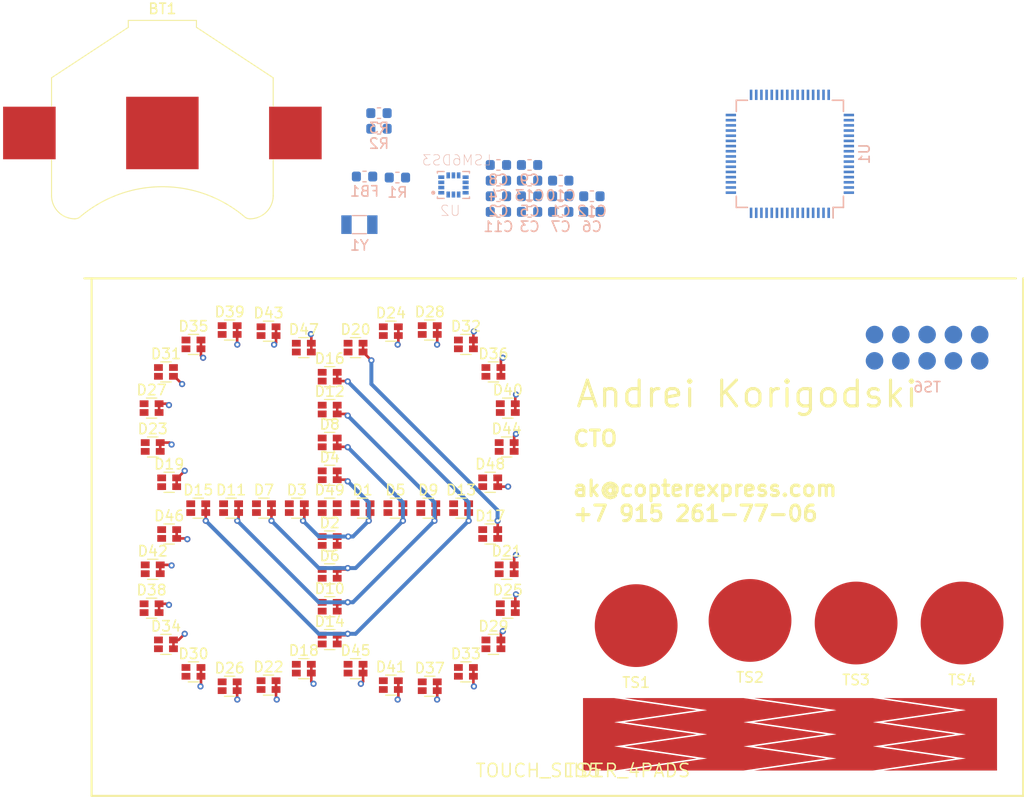
<source format=kicad_pcb>
(kicad_pcb (version 20171130) (host pcbnew 5.0.2+dfsg1-1~bpo9+1)

  (general
    (thickness 0.6)
    (drawings 6)
    (tracks 218)
    (zones 0)
    (modules 76)
    (nets 53)
  )

  (page A4)
  (layers
    (0 F.Cu signal)
    (31 B.Cu signal)
    (32 B.Adhes user)
    (33 F.Adhes user)
    (34 B.Paste user)
    (35 F.Paste user)
    (36 B.SilkS user)
    (37 F.SilkS user)
    (38 B.Mask user)
    (39 F.Mask user)
    (40 Dwgs.User user)
    (41 Cmts.User user)
    (42 Eco1.User user)
    (43 Eco2.User user)
    (44 Edge.Cuts user)
    (45 Margin user)
    (46 B.CrtYd user)
    (47 F.CrtYd user)
    (48 B.Fab user)
    (49 F.Fab user hide)
  )

  (setup
    (last_trace_width 0.254)
    (user_trace_width 0.1524)
    (user_trace_width 0.2032)
    (user_trace_width 0.254)
    (user_trace_width 0.381)
    (user_trace_width 0.508)
    (user_trace_width 1.016)
    (trace_clearance 0.152)
    (zone_clearance 0.508)
    (zone_45_only no)
    (trace_min 0.1524)
    (segment_width 0.2)
    (edge_width 0.15)
    (via_size 0.6)
    (via_drill 0.3)
    (via_min_size 0.6)
    (via_min_drill 0.3)
    (uvia_size 0.3)
    (uvia_drill 0.1)
    (uvias_allowed no)
    (uvia_min_size 0.2)
    (uvia_min_drill 0.1)
    (pcb_text_width 0.3)
    (pcb_text_size 1.5 1.5)
    (mod_edge_width 0.15)
    (mod_text_size 1 1)
    (mod_text_width 0.15)
    (pad_size 1.524 1.524)
    (pad_drill 0.762)
    (pad_to_mask_clearance 0.0254)
    (solder_mask_min_width 0.4)
    (aux_axis_origin 0 0)
    (visible_elements 7FFFF7FF)
    (pcbplotparams
      (layerselection 0x010fc_ffffffff)
      (usegerberextensions false)
      (usegerberattributes false)
      (usegerberadvancedattributes false)
      (creategerberjobfile false)
      (excludeedgelayer true)
      (linewidth 0.100000)
      (plotframeref false)
      (viasonmask false)
      (mode 1)
      (useauxorigin false)
      (hpglpennumber 1)
      (hpglpenspeed 20)
      (hpglpendiameter 15.000000)
      (psnegative false)
      (psa4output false)
      (plotreference true)
      (plotvalue true)
      (plotinvisibletext false)
      (padsonsilk false)
      (subtractmaskfromsilk false)
      (outputformat 1)
      (mirror false)
      (drillshape 1)
      (scaleselection 1)
      (outputdirectory ""))
  )

  (net 0 "")
  (net 1 LED_K0)
  (net 2 LED_K1)
  (net 3 LED_A0)
  (net 4 LED_K3)
  (net 5 LED_K2)
  (net 6 LED_K4)
  (net 7 LED_K5)
  (net 8 LED_K7)
  (net 9 LED_K6)
  (net 10 LED_K8)
  (net 11 LED_A1)
  (net 12 LED_A2)
  (net 13 LED_A3)
  (net 14 LED_A4)
  (net 15 LED_A5)
  (net 16 LED_A6)
  (net 17 LED_A7)
  (net 18 LED_A8)
  (net 19 VDD)
  (net 20 N$2)
  (net 21 MCU_AVDD)
  (net 22 GND)
  (net 23 N$7)
  (net 24 N$6)
  (net 25 N$13)
  (net 26 N$14)
  (net 27 N$5)
  (net 28 N$19)
  (net 29 N$20)
  (net 30 N$16)
  (net 31 N$15)
  (net 32 N$17)
  (net 33 N$18)
  (net 34 N$12)
  (net 35 N$11)
  (net 36 TOUCH_PAD0)
  (net 37 N$1)
  (net 38 TOUCH_PAD1)
  (net 39 TOUCH_PAD2)
  (net 40 TOUCH_PAD3)
  (net 41 N$21)
  (net 42 N$22)
  (net 43 N$23)
  (net 44 N$24)
  (net 45 N$8)
  (net 46 N$10)
  (net 47 N$9)
  (net 48 N$25)
  (net 49 N$26)
  (net 50 LED_K9)
  (net 51 LED_K10)
  (net 52 LED_K11)

  (net_class Default "This is the default net class."
    (clearance 0.152)
    (trace_width 0.254)
    (via_dia 0.6)
    (via_drill 0.3)
    (uvia_dia 0.3)
    (uvia_drill 0.1)
    (add_net GND)
    (add_net LED_A0)
    (add_net LED_A1)
    (add_net LED_A2)
    (add_net LED_A3)
    (add_net LED_A4)
    (add_net LED_A5)
    (add_net LED_A6)
    (add_net LED_A7)
    (add_net LED_A8)
    (add_net LED_K0)
    (add_net LED_K1)
    (add_net LED_K10)
    (add_net LED_K11)
    (add_net LED_K2)
    (add_net LED_K3)
    (add_net LED_K4)
    (add_net LED_K5)
    (add_net LED_K6)
    (add_net LED_K7)
    (add_net LED_K8)
    (add_net LED_K9)
    (add_net MCU_AVDD)
    (add_net N$1)
    (add_net N$10)
    (add_net N$11)
    (add_net N$12)
    (add_net N$13)
    (add_net N$14)
    (add_net N$15)
    (add_net N$16)
    (add_net N$17)
    (add_net N$18)
    (add_net N$19)
    (add_net N$2)
    (add_net N$20)
    (add_net N$21)
    (add_net N$22)
    (add_net N$23)
    (add_net N$24)
    (add_net N$25)
    (add_net N$26)
    (add_net N$5)
    (add_net N$6)
    (add_net N$7)
    (add_net N$8)
    (add_net N$9)
    (add_net TOUCH_PAD0)
    (add_net TOUCH_PAD1)
    (add_net TOUCH_PAD2)
    (add_net TOUCH_PAD3)
    (add_net VDD)
  )

  (module footprints:LED_DUAL_0606 (layer F.Cu) (tedit 5C944CBE) (tstamp 5C9983F6)
    (at 96.175 57.2)
    (descr "Dual LED LTST-C195KGJRKT")
    (tags led)
    (path /top/13427934159214761037)
    (attr smd)
    (fp_text reference D1 (at 0 -1.75) (layer F.SilkS)
      (effects (font (size 1 1) (thickness 0.15)))
    )
    (fp_text value LED_Dual_AACC (at 0 2.1) (layer F.Fab)
      (effects (font (size 1 1) (thickness 0.15)))
    )
    (fp_line (start 1.55 1.05) (end -1.55 1.05) (layer F.CrtYd) (width 0.05))
    (fp_line (start 1.55 1.05) (end 1.55 -1.05) (layer F.CrtYd) (width 0.05))
    (fp_line (start -1.55 -1.05) (end -1.55 1.05) (layer F.CrtYd) (width 0.05))
    (fp_line (start -1.55 -1.05) (end 1.55 -1.05) (layer F.CrtYd) (width 0.05))
    (fp_line (start 0.5 -0.97) (end -0.5 -0.97) (layer F.SilkS) (width 0.12))
    (fp_line (start 0.5 0.97) (end -0.5 0.97) (layer F.SilkS) (width 0.12))
    (fp_line (start -0.8 0.8) (end -0.8 -0.8) (layer F.Fab) (width 0.1))
    (fp_line (start 0.8 0.8) (end -0.8 0.8) (layer F.Fab) (width 0.1))
    (fp_line (start 0.8 -0.8) (end 0.8 0.8) (layer F.Fab) (width 0.1))
    (fp_line (start -0.8 -0.8) (end 0.8 -0.8) (layer F.Fab) (width 0.1))
    (fp_text user %R (at 0 -1.75) (layer F.Fab)
      (effects (font (size 1 1) (thickness 0.15)))
    )
    (pad 3 smd rect (at 0.725 -0.425) (size 0.85 0.65) (layers F.Cu F.Paste F.Mask)
      (net 1 LED_K0))
    (pad 4 smd rect (at 0.725 0.425) (size 0.85 0.65) (layers F.Cu F.Paste F.Mask)
      (net 1 LED_K0))
    (pad 2 smd rect (at -0.725 0.425) (size 0.85 0.65) (layers F.Cu F.Paste F.Mask)
      (net 11 LED_A1))
    (pad 1 smd rect (at -0.725 -0.425) (size 0.85 0.65) (layers F.Cu F.Paste F.Mask)
      (net 3 LED_A0))
    (model ${KISYS3DMOD}/Resistor_SMD.3dshapes/R_Array_Convex_2x0603.wrl
      (at (xyz 0 0 0))
      (scale (xyz 1 1 1))
      (rotate (xyz 0 0 0))
    )
  )

  (module footprints:LED_DUAL_0606 (layer F.Cu) (tedit 5C944CBE) (tstamp 5C998409)
    (at 93 60.375)
    (descr "Dual LED LTST-C195KGJRKT")
    (tags led)
    (path /top/11889171439053832813)
    (attr smd)
    (fp_text reference D2 (at 0 -1.75) (layer F.SilkS)
      (effects (font (size 1 1) (thickness 0.15)))
    )
    (fp_text value LED_Dual_AACC (at 0 2.1) (layer F.Fab)
      (effects (font (size 1 1) (thickness 0.15)))
    )
    (fp_line (start 1.55 1.05) (end -1.55 1.05) (layer F.CrtYd) (width 0.05))
    (fp_line (start 1.55 1.05) (end 1.55 -1.05) (layer F.CrtYd) (width 0.05))
    (fp_line (start -1.55 -1.05) (end -1.55 1.05) (layer F.CrtYd) (width 0.05))
    (fp_line (start -1.55 -1.05) (end 1.55 -1.05) (layer F.CrtYd) (width 0.05))
    (fp_line (start 0.5 -0.97) (end -0.5 -0.97) (layer F.SilkS) (width 0.12))
    (fp_line (start 0.5 0.97) (end -0.5 0.97) (layer F.SilkS) (width 0.12))
    (fp_line (start -0.8 0.8) (end -0.8 -0.8) (layer F.Fab) (width 0.1))
    (fp_line (start 0.8 0.8) (end -0.8 0.8) (layer F.Fab) (width 0.1))
    (fp_line (start 0.8 -0.8) (end 0.8 0.8) (layer F.Fab) (width 0.1))
    (fp_line (start -0.8 -0.8) (end 0.8 -0.8) (layer F.Fab) (width 0.1))
    (fp_text user %R (at 0 -1.75) (layer F.Fab)
      (effects (font (size 1 1) (thickness 0.15)))
    )
    (pad 3 smd rect (at 0.725 -0.425) (size 0.85 0.65) (layers F.Cu F.Paste F.Mask)
      (net 1 LED_K0))
    (pad 4 smd rect (at 0.725 0.425) (size 0.85 0.65) (layers F.Cu F.Paste F.Mask)
      (net 1 LED_K0))
    (pad 2 smd rect (at -0.725 0.425) (size 0.85 0.65) (layers F.Cu F.Paste F.Mask)
      (net 13 LED_A3))
    (pad 1 smd rect (at -0.725 -0.425) (size 0.85 0.65) (layers F.Cu F.Paste F.Mask)
      (net 12 LED_A2))
    (model ${KISYS3DMOD}/Resistor_SMD.3dshapes/R_Array_Convex_2x0603.wrl
      (at (xyz 0 0 0))
      (scale (xyz 1 1 1))
      (rotate (xyz 0 0 0))
    )
  )

  (module footprints:LED_DUAL_0606 (layer F.Cu) (tedit 5C944CBE) (tstamp 5C99841C)
    (at 89.825 57.2)
    (descr "Dual LED LTST-C195KGJRKT")
    (tags led)
    (path /top/17696036038314515393)
    (attr smd)
    (fp_text reference D3 (at 0 -1.75) (layer F.SilkS)
      (effects (font (size 1 1) (thickness 0.15)))
    )
    (fp_text value LED_Dual_AACC (at 0 2.1) (layer F.Fab)
      (effects (font (size 1 1) (thickness 0.15)))
    )
    (fp_line (start 1.55 1.05) (end -1.55 1.05) (layer F.CrtYd) (width 0.05))
    (fp_line (start 1.55 1.05) (end 1.55 -1.05) (layer F.CrtYd) (width 0.05))
    (fp_line (start -1.55 -1.05) (end -1.55 1.05) (layer F.CrtYd) (width 0.05))
    (fp_line (start -1.55 -1.05) (end 1.55 -1.05) (layer F.CrtYd) (width 0.05))
    (fp_line (start 0.5 -0.97) (end -0.5 -0.97) (layer F.SilkS) (width 0.12))
    (fp_line (start 0.5 0.97) (end -0.5 0.97) (layer F.SilkS) (width 0.12))
    (fp_line (start -0.8 0.8) (end -0.8 -0.8) (layer F.Fab) (width 0.1))
    (fp_line (start 0.8 0.8) (end -0.8 0.8) (layer F.Fab) (width 0.1))
    (fp_line (start 0.8 -0.8) (end 0.8 0.8) (layer F.Fab) (width 0.1))
    (fp_line (start -0.8 -0.8) (end 0.8 -0.8) (layer F.Fab) (width 0.1))
    (fp_text user %R (at 0 -1.75) (layer F.Fab)
      (effects (font (size 1 1) (thickness 0.15)))
    )
    (pad 3 smd rect (at 0.725 -0.425) (size 0.85 0.65) (layers F.Cu F.Paste F.Mask)
      (net 1 LED_K0))
    (pad 4 smd rect (at 0.725 0.425) (size 0.85 0.65) (layers F.Cu F.Paste F.Mask)
      (net 1 LED_K0))
    (pad 2 smd rect (at -0.725 0.425) (size 0.85 0.65) (layers F.Cu F.Paste F.Mask)
      (net 15 LED_A5))
    (pad 1 smd rect (at -0.725 -0.425) (size 0.85 0.65) (layers F.Cu F.Paste F.Mask)
      (net 14 LED_A4))
    (model ${KISYS3DMOD}/Resistor_SMD.3dshapes/R_Array_Convex_2x0603.wrl
      (at (xyz 0 0 0))
      (scale (xyz 1 1 1))
      (rotate (xyz 0 0 0))
    )
  )

  (module footprints:LED_DUAL_0606 (layer F.Cu) (tedit 5C944CBE) (tstamp 5C99842F)
    (at 93 54.025)
    (descr "Dual LED LTST-C195KGJRKT")
    (tags led)
    (path /top/92385191582833380)
    (attr smd)
    (fp_text reference D4 (at 0 -1.75) (layer F.SilkS)
      (effects (font (size 1 1) (thickness 0.15)))
    )
    (fp_text value LED_Dual_AACC (at 0 2.1) (layer F.Fab)
      (effects (font (size 1 1) (thickness 0.15)))
    )
    (fp_line (start 1.55 1.05) (end -1.55 1.05) (layer F.CrtYd) (width 0.05))
    (fp_line (start 1.55 1.05) (end 1.55 -1.05) (layer F.CrtYd) (width 0.05))
    (fp_line (start -1.55 -1.05) (end -1.55 1.05) (layer F.CrtYd) (width 0.05))
    (fp_line (start -1.55 -1.05) (end 1.55 -1.05) (layer F.CrtYd) (width 0.05))
    (fp_line (start 0.5 -0.97) (end -0.5 -0.97) (layer F.SilkS) (width 0.12))
    (fp_line (start 0.5 0.97) (end -0.5 0.97) (layer F.SilkS) (width 0.12))
    (fp_line (start -0.8 0.8) (end -0.8 -0.8) (layer F.Fab) (width 0.1))
    (fp_line (start 0.8 0.8) (end -0.8 0.8) (layer F.Fab) (width 0.1))
    (fp_line (start 0.8 -0.8) (end 0.8 0.8) (layer F.Fab) (width 0.1))
    (fp_line (start -0.8 -0.8) (end 0.8 -0.8) (layer F.Fab) (width 0.1))
    (fp_text user %R (at 0 -1.75) (layer F.Fab)
      (effects (font (size 1 1) (thickness 0.15)))
    )
    (pad 3 smd rect (at 0.725 -0.425) (size 0.85 0.65) (layers F.Cu F.Paste F.Mask)
      (net 1 LED_K0))
    (pad 4 smd rect (at 0.725 0.425) (size 0.85 0.65) (layers F.Cu F.Paste F.Mask)
      (net 1 LED_K0))
    (pad 2 smd rect (at -0.725 0.425) (size 0.85 0.65) (layers F.Cu F.Paste F.Mask)
      (net 17 LED_A7))
    (pad 1 smd rect (at -0.725 -0.425) (size 0.85 0.65) (layers F.Cu F.Paste F.Mask)
      (net 16 LED_A6))
    (model ${KISYS3DMOD}/Resistor_SMD.3dshapes/R_Array_Convex_2x0603.wrl
      (at (xyz 0 0 0))
      (scale (xyz 1 1 1))
      (rotate (xyz 0 0 0))
    )
  )

  (module footprints:LED_DUAL_0606 (layer F.Cu) (tedit 5C944CBE) (tstamp 5C998442)
    (at 99.35 57.2)
    (descr "Dual LED LTST-C195KGJRKT")
    (tags led)
    (path /top/1190405081309405297)
    (attr smd)
    (fp_text reference D5 (at 0 -1.75) (layer F.SilkS)
      (effects (font (size 1 1) (thickness 0.15)))
    )
    (fp_text value LED_Dual_AACC (at 0 2.1) (layer F.Fab)
      (effects (font (size 1 1) (thickness 0.15)))
    )
    (fp_line (start 1.55 1.05) (end -1.55 1.05) (layer F.CrtYd) (width 0.05))
    (fp_line (start 1.55 1.05) (end 1.55 -1.05) (layer F.CrtYd) (width 0.05))
    (fp_line (start -1.55 -1.05) (end -1.55 1.05) (layer F.CrtYd) (width 0.05))
    (fp_line (start -1.55 -1.05) (end 1.55 -1.05) (layer F.CrtYd) (width 0.05))
    (fp_line (start 0.5 -0.97) (end -0.5 -0.97) (layer F.SilkS) (width 0.12))
    (fp_line (start 0.5 0.97) (end -0.5 0.97) (layer F.SilkS) (width 0.12))
    (fp_line (start -0.8 0.8) (end -0.8 -0.8) (layer F.Fab) (width 0.1))
    (fp_line (start 0.8 0.8) (end -0.8 0.8) (layer F.Fab) (width 0.1))
    (fp_line (start 0.8 -0.8) (end 0.8 0.8) (layer F.Fab) (width 0.1))
    (fp_line (start -0.8 -0.8) (end 0.8 -0.8) (layer F.Fab) (width 0.1))
    (fp_text user %R (at 0 -1.75) (layer F.Fab)
      (effects (font (size 1 1) (thickness 0.15)))
    )
    (pad 3 smd rect (at 0.725 -0.425) (size 0.85 0.65) (layers F.Cu F.Paste F.Mask)
      (net 2 LED_K1))
    (pad 4 smd rect (at 0.725 0.425) (size 0.85 0.65) (layers F.Cu F.Paste F.Mask)
      (net 2 LED_K1))
    (pad 2 smd rect (at -0.725 0.425) (size 0.85 0.65) (layers F.Cu F.Paste F.Mask)
      (net 11 LED_A1))
    (pad 1 smd rect (at -0.725 -0.425) (size 0.85 0.65) (layers F.Cu F.Paste F.Mask)
      (net 3 LED_A0))
    (model ${KISYS3DMOD}/Resistor_SMD.3dshapes/R_Array_Convex_2x0603.wrl
      (at (xyz 0 0 0))
      (scale (xyz 1 1 1))
      (rotate (xyz 0 0 0))
    )
  )

  (module footprints:LED_DUAL_0606 (layer F.Cu) (tedit 5C944CBE) (tstamp 5C998455)
    (at 93 63.55)
    (descr "Dual LED LTST-C195KGJRKT")
    (tags led)
    (path /top/7062601140109949772)
    (attr smd)
    (fp_text reference D6 (at 0 -1.75) (layer F.SilkS)
      (effects (font (size 1 1) (thickness 0.15)))
    )
    (fp_text value LED_Dual_AACC (at 0 2.1) (layer F.Fab)
      (effects (font (size 1 1) (thickness 0.15)))
    )
    (fp_line (start 1.55 1.05) (end -1.55 1.05) (layer F.CrtYd) (width 0.05))
    (fp_line (start 1.55 1.05) (end 1.55 -1.05) (layer F.CrtYd) (width 0.05))
    (fp_line (start -1.55 -1.05) (end -1.55 1.05) (layer F.CrtYd) (width 0.05))
    (fp_line (start -1.55 -1.05) (end 1.55 -1.05) (layer F.CrtYd) (width 0.05))
    (fp_line (start 0.5 -0.97) (end -0.5 -0.97) (layer F.SilkS) (width 0.12))
    (fp_line (start 0.5 0.97) (end -0.5 0.97) (layer F.SilkS) (width 0.12))
    (fp_line (start -0.8 0.8) (end -0.8 -0.8) (layer F.Fab) (width 0.1))
    (fp_line (start 0.8 0.8) (end -0.8 0.8) (layer F.Fab) (width 0.1))
    (fp_line (start 0.8 -0.8) (end 0.8 0.8) (layer F.Fab) (width 0.1))
    (fp_line (start -0.8 -0.8) (end 0.8 -0.8) (layer F.Fab) (width 0.1))
    (fp_text user %R (at 0 -1.75) (layer F.Fab)
      (effects (font (size 1 1) (thickness 0.15)))
    )
    (pad 3 smd rect (at 0.725 -0.425) (size 0.85 0.65) (layers F.Cu F.Paste F.Mask)
      (net 2 LED_K1))
    (pad 4 smd rect (at 0.725 0.425) (size 0.85 0.65) (layers F.Cu F.Paste F.Mask)
      (net 2 LED_K1))
    (pad 2 smd rect (at -0.725 0.425) (size 0.85 0.65) (layers F.Cu F.Paste F.Mask)
      (net 13 LED_A3))
    (pad 1 smd rect (at -0.725 -0.425) (size 0.85 0.65) (layers F.Cu F.Paste F.Mask)
      (net 12 LED_A2))
    (model ${KISYS3DMOD}/Resistor_SMD.3dshapes/R_Array_Convex_2x0603.wrl
      (at (xyz 0 0 0))
      (scale (xyz 1 1 1))
      (rotate (xyz 0 0 0))
    )
  )

  (module footprints:LED_DUAL_0606 (layer F.Cu) (tedit 5C944CBE) (tstamp 5C998468)
    (at 86.65 57.2)
    (descr "Dual LED LTST-C195KGJRKT")
    (tags led)
    (path /top/11832447084583499414)
    (attr smd)
    (fp_text reference D7 (at 0 -1.75) (layer F.SilkS)
      (effects (font (size 1 1) (thickness 0.15)))
    )
    (fp_text value LED_Dual_AACC (at 0 2.1) (layer F.Fab)
      (effects (font (size 1 1) (thickness 0.15)))
    )
    (fp_line (start 1.55 1.05) (end -1.55 1.05) (layer F.CrtYd) (width 0.05))
    (fp_line (start 1.55 1.05) (end 1.55 -1.05) (layer F.CrtYd) (width 0.05))
    (fp_line (start -1.55 -1.05) (end -1.55 1.05) (layer F.CrtYd) (width 0.05))
    (fp_line (start -1.55 -1.05) (end 1.55 -1.05) (layer F.CrtYd) (width 0.05))
    (fp_line (start 0.5 -0.97) (end -0.5 -0.97) (layer F.SilkS) (width 0.12))
    (fp_line (start 0.5 0.97) (end -0.5 0.97) (layer F.SilkS) (width 0.12))
    (fp_line (start -0.8 0.8) (end -0.8 -0.8) (layer F.Fab) (width 0.1))
    (fp_line (start 0.8 0.8) (end -0.8 0.8) (layer F.Fab) (width 0.1))
    (fp_line (start 0.8 -0.8) (end 0.8 0.8) (layer F.Fab) (width 0.1))
    (fp_line (start -0.8 -0.8) (end 0.8 -0.8) (layer F.Fab) (width 0.1))
    (fp_text user %R (at 0 -1.75) (layer F.Fab)
      (effects (font (size 1 1) (thickness 0.15)))
    )
    (pad 3 smd rect (at 0.725 -0.425) (size 0.85 0.65) (layers F.Cu F.Paste F.Mask)
      (net 2 LED_K1))
    (pad 4 smd rect (at 0.725 0.425) (size 0.85 0.65) (layers F.Cu F.Paste F.Mask)
      (net 2 LED_K1))
    (pad 2 smd rect (at -0.725 0.425) (size 0.85 0.65) (layers F.Cu F.Paste F.Mask)
      (net 15 LED_A5))
    (pad 1 smd rect (at -0.725 -0.425) (size 0.85 0.65) (layers F.Cu F.Paste F.Mask)
      (net 14 LED_A4))
    (model ${KISYS3DMOD}/Resistor_SMD.3dshapes/R_Array_Convex_2x0603.wrl
      (at (xyz 0 0 0))
      (scale (xyz 1 1 1))
      (rotate (xyz 0 0 0))
    )
  )

  (module footprints:LED_DUAL_0606 (layer F.Cu) (tedit 5C944CBE) (tstamp 5C99847B)
    (at 93 50.85)
    (descr "Dual LED LTST-C195KGJRKT")
    (tags led)
    (path /top/9514277678187201044)
    (attr smd)
    (fp_text reference D8 (at 0 -1.75) (layer F.SilkS)
      (effects (font (size 1 1) (thickness 0.15)))
    )
    (fp_text value LED_Dual_AACC (at 0 2.1) (layer F.Fab)
      (effects (font (size 1 1) (thickness 0.15)))
    )
    (fp_line (start 1.55 1.05) (end -1.55 1.05) (layer F.CrtYd) (width 0.05))
    (fp_line (start 1.55 1.05) (end 1.55 -1.05) (layer F.CrtYd) (width 0.05))
    (fp_line (start -1.55 -1.05) (end -1.55 1.05) (layer F.CrtYd) (width 0.05))
    (fp_line (start -1.55 -1.05) (end 1.55 -1.05) (layer F.CrtYd) (width 0.05))
    (fp_line (start 0.5 -0.97) (end -0.5 -0.97) (layer F.SilkS) (width 0.12))
    (fp_line (start 0.5 0.97) (end -0.5 0.97) (layer F.SilkS) (width 0.12))
    (fp_line (start -0.8 0.8) (end -0.8 -0.8) (layer F.Fab) (width 0.1))
    (fp_line (start 0.8 0.8) (end -0.8 0.8) (layer F.Fab) (width 0.1))
    (fp_line (start 0.8 -0.8) (end 0.8 0.8) (layer F.Fab) (width 0.1))
    (fp_line (start -0.8 -0.8) (end 0.8 -0.8) (layer F.Fab) (width 0.1))
    (fp_text user %R (at 0 -1.75) (layer F.Fab)
      (effects (font (size 1 1) (thickness 0.15)))
    )
    (pad 3 smd rect (at 0.725 -0.425) (size 0.85 0.65) (layers F.Cu F.Paste F.Mask)
      (net 2 LED_K1))
    (pad 4 smd rect (at 0.725 0.425) (size 0.85 0.65) (layers F.Cu F.Paste F.Mask)
      (net 2 LED_K1))
    (pad 2 smd rect (at -0.725 0.425) (size 0.85 0.65) (layers F.Cu F.Paste F.Mask)
      (net 17 LED_A7))
    (pad 1 smd rect (at -0.725 -0.425) (size 0.85 0.65) (layers F.Cu F.Paste F.Mask)
      (net 16 LED_A6))
    (model ${KISYS3DMOD}/Resistor_SMD.3dshapes/R_Array_Convex_2x0603.wrl
      (at (xyz 0 0 0))
      (scale (xyz 1 1 1))
      (rotate (xyz 0 0 0))
    )
  )

  (module footprints:LED_DUAL_0606 (layer F.Cu) (tedit 5C944CBE) (tstamp 5C99848E)
    (at 102.525 57.2)
    (descr "Dual LED LTST-C195KGJRKT")
    (tags led)
    (path /top/4765776908642064841)
    (attr smd)
    (fp_text reference D9 (at 0 -1.75) (layer F.SilkS)
      (effects (font (size 1 1) (thickness 0.15)))
    )
    (fp_text value LED_Dual_AACC (at 0 2.1) (layer F.Fab)
      (effects (font (size 1 1) (thickness 0.15)))
    )
    (fp_line (start 1.55 1.05) (end -1.55 1.05) (layer F.CrtYd) (width 0.05))
    (fp_line (start 1.55 1.05) (end 1.55 -1.05) (layer F.CrtYd) (width 0.05))
    (fp_line (start -1.55 -1.05) (end -1.55 1.05) (layer F.CrtYd) (width 0.05))
    (fp_line (start -1.55 -1.05) (end 1.55 -1.05) (layer F.CrtYd) (width 0.05))
    (fp_line (start 0.5 -0.97) (end -0.5 -0.97) (layer F.SilkS) (width 0.12))
    (fp_line (start 0.5 0.97) (end -0.5 0.97) (layer F.SilkS) (width 0.12))
    (fp_line (start -0.8 0.8) (end -0.8 -0.8) (layer F.Fab) (width 0.1))
    (fp_line (start 0.8 0.8) (end -0.8 0.8) (layer F.Fab) (width 0.1))
    (fp_line (start 0.8 -0.8) (end 0.8 0.8) (layer F.Fab) (width 0.1))
    (fp_line (start -0.8 -0.8) (end 0.8 -0.8) (layer F.Fab) (width 0.1))
    (fp_text user %R (at 0 -1.75) (layer F.Fab)
      (effects (font (size 1 1) (thickness 0.15)))
    )
    (pad 3 smd rect (at 0.725 -0.425) (size 0.85 0.65) (layers F.Cu F.Paste F.Mask)
      (net 5 LED_K2))
    (pad 4 smd rect (at 0.725 0.425) (size 0.85 0.65) (layers F.Cu F.Paste F.Mask)
      (net 5 LED_K2))
    (pad 2 smd rect (at -0.725 0.425) (size 0.85 0.65) (layers F.Cu F.Paste F.Mask)
      (net 11 LED_A1))
    (pad 1 smd rect (at -0.725 -0.425) (size 0.85 0.65) (layers F.Cu F.Paste F.Mask)
      (net 3 LED_A0))
    (model ${KISYS3DMOD}/Resistor_SMD.3dshapes/R_Array_Convex_2x0603.wrl
      (at (xyz 0 0 0))
      (scale (xyz 1 1 1))
      (rotate (xyz 0 0 0))
    )
  )

  (module footprints:LED_DUAL_0606 (layer F.Cu) (tedit 5C944CBE) (tstamp 5C9984A1)
    (at 93 66.724999)
    (descr "Dual LED LTST-C195KGJRKT")
    (tags led)
    (path /top/13752725906387256797)
    (attr smd)
    (fp_text reference D10 (at 0 -1.75) (layer F.SilkS)
      (effects (font (size 1 1) (thickness 0.15)))
    )
    (fp_text value LED_Dual_AACC (at 0 2.1) (layer F.Fab)
      (effects (font (size 1 1) (thickness 0.15)))
    )
    (fp_line (start 1.55 1.05) (end -1.55 1.05) (layer F.CrtYd) (width 0.05))
    (fp_line (start 1.55 1.05) (end 1.55 -1.05) (layer F.CrtYd) (width 0.05))
    (fp_line (start -1.55 -1.05) (end -1.55 1.05) (layer F.CrtYd) (width 0.05))
    (fp_line (start -1.55 -1.05) (end 1.55 -1.05) (layer F.CrtYd) (width 0.05))
    (fp_line (start 0.5 -0.97) (end -0.5 -0.97) (layer F.SilkS) (width 0.12))
    (fp_line (start 0.5 0.97) (end -0.5 0.97) (layer F.SilkS) (width 0.12))
    (fp_line (start -0.8 0.8) (end -0.8 -0.8) (layer F.Fab) (width 0.1))
    (fp_line (start 0.8 0.8) (end -0.8 0.8) (layer F.Fab) (width 0.1))
    (fp_line (start 0.8 -0.8) (end 0.8 0.8) (layer F.Fab) (width 0.1))
    (fp_line (start -0.8 -0.8) (end 0.8 -0.8) (layer F.Fab) (width 0.1))
    (fp_text user %R (at 0 -1.75) (layer F.Fab)
      (effects (font (size 1 1) (thickness 0.15)))
    )
    (pad 3 smd rect (at 0.725 -0.425) (size 0.85 0.65) (layers F.Cu F.Paste F.Mask)
      (net 5 LED_K2))
    (pad 4 smd rect (at 0.725 0.425) (size 0.85 0.65) (layers F.Cu F.Paste F.Mask)
      (net 5 LED_K2))
    (pad 2 smd rect (at -0.725 0.425) (size 0.85 0.65) (layers F.Cu F.Paste F.Mask)
      (net 13 LED_A3))
    (pad 1 smd rect (at -0.725 -0.425) (size 0.85 0.65) (layers F.Cu F.Paste F.Mask)
      (net 12 LED_A2))
    (model ${KISYS3DMOD}/Resistor_SMD.3dshapes/R_Array_Convex_2x0603.wrl
      (at (xyz 0 0 0))
      (scale (xyz 1 1 1))
      (rotate (xyz 0 0 0))
    )
  )

  (module footprints:LED_DUAL_0606 (layer F.Cu) (tedit 5C944CBE) (tstamp 5C9984B4)
    (at 83.475 57.2)
    (descr "Dual LED LTST-C195KGJRKT")
    (tags led)
    (path /top/1934565712161503566)
    (attr smd)
    (fp_text reference D11 (at 0 -1.75) (layer F.SilkS)
      (effects (font (size 1 1) (thickness 0.15)))
    )
    (fp_text value LED_Dual_AACC (at 0 2.1) (layer F.Fab)
      (effects (font (size 1 1) (thickness 0.15)))
    )
    (fp_line (start 1.55 1.05) (end -1.55 1.05) (layer F.CrtYd) (width 0.05))
    (fp_line (start 1.55 1.05) (end 1.55 -1.05) (layer F.CrtYd) (width 0.05))
    (fp_line (start -1.55 -1.05) (end -1.55 1.05) (layer F.CrtYd) (width 0.05))
    (fp_line (start -1.55 -1.05) (end 1.55 -1.05) (layer F.CrtYd) (width 0.05))
    (fp_line (start 0.5 -0.97) (end -0.5 -0.97) (layer F.SilkS) (width 0.12))
    (fp_line (start 0.5 0.97) (end -0.5 0.97) (layer F.SilkS) (width 0.12))
    (fp_line (start -0.8 0.8) (end -0.8 -0.8) (layer F.Fab) (width 0.1))
    (fp_line (start 0.8 0.8) (end -0.8 0.8) (layer F.Fab) (width 0.1))
    (fp_line (start 0.8 -0.8) (end 0.8 0.8) (layer F.Fab) (width 0.1))
    (fp_line (start -0.8 -0.8) (end 0.8 -0.8) (layer F.Fab) (width 0.1))
    (fp_text user %R (at 0 -1.75) (layer F.Fab)
      (effects (font (size 1 1) (thickness 0.15)))
    )
    (pad 3 smd rect (at 0.725 -0.425) (size 0.85 0.65) (layers F.Cu F.Paste F.Mask)
      (net 5 LED_K2))
    (pad 4 smd rect (at 0.725 0.425) (size 0.85 0.65) (layers F.Cu F.Paste F.Mask)
      (net 5 LED_K2))
    (pad 2 smd rect (at -0.725 0.425) (size 0.85 0.65) (layers F.Cu F.Paste F.Mask)
      (net 15 LED_A5))
    (pad 1 smd rect (at -0.725 -0.425) (size 0.85 0.65) (layers F.Cu F.Paste F.Mask)
      (net 14 LED_A4))
    (model ${KISYS3DMOD}/Resistor_SMD.3dshapes/R_Array_Convex_2x0603.wrl
      (at (xyz 0 0 0))
      (scale (xyz 1 1 1))
      (rotate (xyz 0 0 0))
    )
  )

  (module footprints:LED_DUAL_0606 (layer F.Cu) (tedit 5C944CBE) (tstamp 5C9984C7)
    (at 93 47.675)
    (descr "Dual LED LTST-C195KGJRKT")
    (tags led)
    (path /top/3567116085416782392)
    (attr smd)
    (fp_text reference D12 (at 0 -1.75) (layer F.SilkS)
      (effects (font (size 1 1) (thickness 0.15)))
    )
    (fp_text value LED_Dual_AACC (at 0 2.1) (layer F.Fab)
      (effects (font (size 1 1) (thickness 0.15)))
    )
    (fp_line (start 1.55 1.05) (end -1.55 1.05) (layer F.CrtYd) (width 0.05))
    (fp_line (start 1.55 1.05) (end 1.55 -1.05) (layer F.CrtYd) (width 0.05))
    (fp_line (start -1.55 -1.05) (end -1.55 1.05) (layer F.CrtYd) (width 0.05))
    (fp_line (start -1.55 -1.05) (end 1.55 -1.05) (layer F.CrtYd) (width 0.05))
    (fp_line (start 0.5 -0.97) (end -0.5 -0.97) (layer F.SilkS) (width 0.12))
    (fp_line (start 0.5 0.97) (end -0.5 0.97) (layer F.SilkS) (width 0.12))
    (fp_line (start -0.8 0.8) (end -0.8 -0.8) (layer F.Fab) (width 0.1))
    (fp_line (start 0.8 0.8) (end -0.8 0.8) (layer F.Fab) (width 0.1))
    (fp_line (start 0.8 -0.8) (end 0.8 0.8) (layer F.Fab) (width 0.1))
    (fp_line (start -0.8 -0.8) (end 0.8 -0.8) (layer F.Fab) (width 0.1))
    (fp_text user %R (at 0 -1.75) (layer F.Fab)
      (effects (font (size 1 1) (thickness 0.15)))
    )
    (pad 3 smd rect (at 0.725 -0.425) (size 0.85 0.65) (layers F.Cu F.Paste F.Mask)
      (net 5 LED_K2))
    (pad 4 smd rect (at 0.725 0.425) (size 0.85 0.65) (layers F.Cu F.Paste F.Mask)
      (net 5 LED_K2))
    (pad 2 smd rect (at -0.725 0.425) (size 0.85 0.65) (layers F.Cu F.Paste F.Mask)
      (net 17 LED_A7))
    (pad 1 smd rect (at -0.725 -0.425) (size 0.85 0.65) (layers F.Cu F.Paste F.Mask)
      (net 16 LED_A6))
    (model ${KISYS3DMOD}/Resistor_SMD.3dshapes/R_Array_Convex_2x0603.wrl
      (at (xyz 0 0 0))
      (scale (xyz 1 1 1))
      (rotate (xyz 0 0 0))
    )
  )

  (module footprints:LED_DUAL_0606 (layer F.Cu) (tedit 5C944CBE) (tstamp 5C9984DA)
    (at 105.7 57.2)
    (descr "Dual LED LTST-C195KGJRKT")
    (tags led)
    (path /top/4666501513711878346)
    (attr smd)
    (fp_text reference D13 (at 0 -1.75) (layer F.SilkS)
      (effects (font (size 1 1) (thickness 0.15)))
    )
    (fp_text value LED_Dual_AACC (at 0 2.1) (layer F.Fab)
      (effects (font (size 1 1) (thickness 0.15)))
    )
    (fp_line (start 1.55 1.05) (end -1.55 1.05) (layer F.CrtYd) (width 0.05))
    (fp_line (start 1.55 1.05) (end 1.55 -1.05) (layer F.CrtYd) (width 0.05))
    (fp_line (start -1.55 -1.05) (end -1.55 1.05) (layer F.CrtYd) (width 0.05))
    (fp_line (start -1.55 -1.05) (end 1.55 -1.05) (layer F.CrtYd) (width 0.05))
    (fp_line (start 0.5 -0.97) (end -0.5 -0.97) (layer F.SilkS) (width 0.12))
    (fp_line (start 0.5 0.97) (end -0.5 0.97) (layer F.SilkS) (width 0.12))
    (fp_line (start -0.8 0.8) (end -0.8 -0.8) (layer F.Fab) (width 0.1))
    (fp_line (start 0.8 0.8) (end -0.8 0.8) (layer F.Fab) (width 0.1))
    (fp_line (start 0.8 -0.8) (end 0.8 0.8) (layer F.Fab) (width 0.1))
    (fp_line (start -0.8 -0.8) (end 0.8 -0.8) (layer F.Fab) (width 0.1))
    (fp_text user %R (at 0 -1.75) (layer F.Fab)
      (effects (font (size 1 1) (thickness 0.15)))
    )
    (pad 3 smd rect (at 0.725 -0.425) (size 0.85 0.65) (layers F.Cu F.Paste F.Mask)
      (net 4 LED_K3))
    (pad 4 smd rect (at 0.725 0.425) (size 0.85 0.65) (layers F.Cu F.Paste F.Mask)
      (net 4 LED_K3))
    (pad 2 smd rect (at -0.725 0.425) (size 0.85 0.65) (layers F.Cu F.Paste F.Mask)
      (net 11 LED_A1))
    (pad 1 smd rect (at -0.725 -0.425) (size 0.85 0.65) (layers F.Cu F.Paste F.Mask)
      (net 3 LED_A0))
    (model ${KISYS3DMOD}/Resistor_SMD.3dshapes/R_Array_Convex_2x0603.wrl
      (at (xyz 0 0 0))
      (scale (xyz 1 1 1))
      (rotate (xyz 0 0 0))
    )
  )

  (module footprints:LED_DUAL_0606 (layer F.Cu) (tedit 5C944CBE) (tstamp 5C9984ED)
    (at 93 69.9)
    (descr "Dual LED LTST-C195KGJRKT")
    (tags led)
    (path /top/6238554217568430724)
    (attr smd)
    (fp_text reference D14 (at 0 -1.75) (layer F.SilkS)
      (effects (font (size 1 1) (thickness 0.15)))
    )
    (fp_text value LED_Dual_AACC (at 0 2.1) (layer F.Fab)
      (effects (font (size 1 1) (thickness 0.15)))
    )
    (fp_line (start 1.55 1.05) (end -1.55 1.05) (layer F.CrtYd) (width 0.05))
    (fp_line (start 1.55 1.05) (end 1.55 -1.05) (layer F.CrtYd) (width 0.05))
    (fp_line (start -1.55 -1.05) (end -1.55 1.05) (layer F.CrtYd) (width 0.05))
    (fp_line (start -1.55 -1.05) (end 1.55 -1.05) (layer F.CrtYd) (width 0.05))
    (fp_line (start 0.5 -0.97) (end -0.5 -0.97) (layer F.SilkS) (width 0.12))
    (fp_line (start 0.5 0.97) (end -0.5 0.97) (layer F.SilkS) (width 0.12))
    (fp_line (start -0.8 0.8) (end -0.8 -0.8) (layer F.Fab) (width 0.1))
    (fp_line (start 0.8 0.8) (end -0.8 0.8) (layer F.Fab) (width 0.1))
    (fp_line (start 0.8 -0.8) (end 0.8 0.8) (layer F.Fab) (width 0.1))
    (fp_line (start -0.8 -0.8) (end 0.8 -0.8) (layer F.Fab) (width 0.1))
    (fp_text user %R (at 0 -1.75) (layer F.Fab)
      (effects (font (size 1 1) (thickness 0.15)))
    )
    (pad 3 smd rect (at 0.725 -0.425) (size 0.85 0.65) (layers F.Cu F.Paste F.Mask)
      (net 4 LED_K3))
    (pad 4 smd rect (at 0.725 0.425) (size 0.85 0.65) (layers F.Cu F.Paste F.Mask)
      (net 4 LED_K3))
    (pad 2 smd rect (at -0.725 0.425) (size 0.85 0.65) (layers F.Cu F.Paste F.Mask)
      (net 13 LED_A3))
    (pad 1 smd rect (at -0.725 -0.425) (size 0.85 0.65) (layers F.Cu F.Paste F.Mask)
      (net 12 LED_A2))
    (model ${KISYS3DMOD}/Resistor_SMD.3dshapes/R_Array_Convex_2x0603.wrl
      (at (xyz 0 0 0))
      (scale (xyz 1 1 1))
      (rotate (xyz 0 0 0))
    )
  )

  (module footprints:LED_DUAL_0606 (layer F.Cu) (tedit 5C944CBE) (tstamp 5C998500)
    (at 80.3 57.2)
    (descr "Dual LED LTST-C195KGJRKT")
    (tags led)
    (path /top/12996817212431404059)
    (attr smd)
    (fp_text reference D15 (at 0 -1.75) (layer F.SilkS)
      (effects (font (size 1 1) (thickness 0.15)))
    )
    (fp_text value LED_Dual_AACC (at 0 2.1) (layer F.Fab)
      (effects (font (size 1 1) (thickness 0.15)))
    )
    (fp_line (start 1.55 1.05) (end -1.55 1.05) (layer F.CrtYd) (width 0.05))
    (fp_line (start 1.55 1.05) (end 1.55 -1.05) (layer F.CrtYd) (width 0.05))
    (fp_line (start -1.55 -1.05) (end -1.55 1.05) (layer F.CrtYd) (width 0.05))
    (fp_line (start -1.55 -1.05) (end 1.55 -1.05) (layer F.CrtYd) (width 0.05))
    (fp_line (start 0.5 -0.97) (end -0.5 -0.97) (layer F.SilkS) (width 0.12))
    (fp_line (start 0.5 0.97) (end -0.5 0.97) (layer F.SilkS) (width 0.12))
    (fp_line (start -0.8 0.8) (end -0.8 -0.8) (layer F.Fab) (width 0.1))
    (fp_line (start 0.8 0.8) (end -0.8 0.8) (layer F.Fab) (width 0.1))
    (fp_line (start 0.8 -0.8) (end 0.8 0.8) (layer F.Fab) (width 0.1))
    (fp_line (start -0.8 -0.8) (end 0.8 -0.8) (layer F.Fab) (width 0.1))
    (fp_text user %R (at 0 -1.75) (layer F.Fab)
      (effects (font (size 1 1) (thickness 0.15)))
    )
    (pad 3 smd rect (at 0.725 -0.425) (size 0.85 0.65) (layers F.Cu F.Paste F.Mask)
      (net 4 LED_K3))
    (pad 4 smd rect (at 0.725 0.425) (size 0.85 0.65) (layers F.Cu F.Paste F.Mask)
      (net 4 LED_K3))
    (pad 2 smd rect (at -0.725 0.425) (size 0.85 0.65) (layers F.Cu F.Paste F.Mask)
      (net 15 LED_A5))
    (pad 1 smd rect (at -0.725 -0.425) (size 0.85 0.65) (layers F.Cu F.Paste F.Mask)
      (net 14 LED_A4))
    (model ${KISYS3DMOD}/Resistor_SMD.3dshapes/R_Array_Convex_2x0603.wrl
      (at (xyz 0 0 0))
      (scale (xyz 1 1 1))
      (rotate (xyz 0 0 0))
    )
  )

  (module footprints:LED_DUAL_0606 (layer F.Cu) (tedit 5C944CBE) (tstamp 5C998513)
    (at 93 44.5)
    (descr "Dual LED LTST-C195KGJRKT")
    (tags led)
    (path /top/1341789707644412943)
    (attr smd)
    (fp_text reference D16 (at 0 -1.75) (layer F.SilkS)
      (effects (font (size 1 1) (thickness 0.15)))
    )
    (fp_text value LED_Dual_AACC (at 0 2.1) (layer F.Fab)
      (effects (font (size 1 1) (thickness 0.15)))
    )
    (fp_line (start 1.55 1.05) (end -1.55 1.05) (layer F.CrtYd) (width 0.05))
    (fp_line (start 1.55 1.05) (end 1.55 -1.05) (layer F.CrtYd) (width 0.05))
    (fp_line (start -1.55 -1.05) (end -1.55 1.05) (layer F.CrtYd) (width 0.05))
    (fp_line (start -1.55 -1.05) (end 1.55 -1.05) (layer F.CrtYd) (width 0.05))
    (fp_line (start 0.5 -0.97) (end -0.5 -0.97) (layer F.SilkS) (width 0.12))
    (fp_line (start 0.5 0.97) (end -0.5 0.97) (layer F.SilkS) (width 0.12))
    (fp_line (start -0.8 0.8) (end -0.8 -0.8) (layer F.Fab) (width 0.1))
    (fp_line (start 0.8 0.8) (end -0.8 0.8) (layer F.Fab) (width 0.1))
    (fp_line (start 0.8 -0.8) (end 0.8 0.8) (layer F.Fab) (width 0.1))
    (fp_line (start -0.8 -0.8) (end 0.8 -0.8) (layer F.Fab) (width 0.1))
    (fp_text user %R (at 0 -1.75) (layer F.Fab)
      (effects (font (size 1 1) (thickness 0.15)))
    )
    (pad 3 smd rect (at 0.725 -0.425) (size 0.85 0.65) (layers F.Cu F.Paste F.Mask)
      (net 4 LED_K3))
    (pad 4 smd rect (at 0.725 0.425) (size 0.85 0.65) (layers F.Cu F.Paste F.Mask)
      (net 4 LED_K3))
    (pad 2 smd rect (at -0.725 0.425) (size 0.85 0.65) (layers F.Cu F.Paste F.Mask)
      (net 17 LED_A7))
    (pad 1 smd rect (at -0.725 -0.425) (size 0.85 0.65) (layers F.Cu F.Paste F.Mask)
      (net 16 LED_A6))
    (model ${KISYS3DMOD}/Resistor_SMD.3dshapes/R_Array_Convex_2x0603.wrl
      (at (xyz 0 0 0))
      (scale (xyz 1 1 1))
      (rotate (xyz 0 0 0))
    )
  )

  (module footprints:LED_DUAL_0606 (layer F.Cu) (tedit 5C944CBE) (tstamp 5C998526)
    (at 108.508852 59.699666)
    (descr "Dual LED LTST-C195KGJRKT")
    (tags led)
    (path /top/17960749486397716847)
    (attr smd)
    (fp_text reference D17 (at 0 -1.75) (layer F.SilkS)
      (effects (font (size 1 1) (thickness 0.15)))
    )
    (fp_text value LED_Dual_AACC (at 0 2.1) (layer F.Fab)
      (effects (font (size 1 1) (thickness 0.15)))
    )
    (fp_line (start 1.55 1.05) (end -1.55 1.05) (layer F.CrtYd) (width 0.05))
    (fp_line (start 1.55 1.05) (end 1.55 -1.05) (layer F.CrtYd) (width 0.05))
    (fp_line (start -1.55 -1.05) (end -1.55 1.05) (layer F.CrtYd) (width 0.05))
    (fp_line (start -1.55 -1.05) (end 1.55 -1.05) (layer F.CrtYd) (width 0.05))
    (fp_line (start 0.5 -0.97) (end -0.5 -0.97) (layer F.SilkS) (width 0.12))
    (fp_line (start 0.5 0.97) (end -0.5 0.97) (layer F.SilkS) (width 0.12))
    (fp_line (start -0.8 0.8) (end -0.8 -0.8) (layer F.Fab) (width 0.1))
    (fp_line (start 0.8 0.8) (end -0.8 0.8) (layer F.Fab) (width 0.1))
    (fp_line (start 0.8 -0.8) (end 0.8 0.8) (layer F.Fab) (width 0.1))
    (fp_line (start -0.8 -0.8) (end 0.8 -0.8) (layer F.Fab) (width 0.1))
    (fp_text user %R (at 0 -1.75) (layer F.Fab)
      (effects (font (size 1 1) (thickness 0.15)))
    )
    (pad 3 smd rect (at 0.725 -0.425) (size 0.85 0.65) (layers F.Cu F.Paste F.Mask)
      (net 6 LED_K4))
    (pad 4 smd rect (at 0.725 0.425) (size 0.85 0.65) (layers F.Cu F.Paste F.Mask)
      (net 6 LED_K4))
    (pad 2 smd rect (at -0.725 0.425) (size 0.85 0.65) (layers F.Cu F.Paste F.Mask)
      (net 11 LED_A1))
    (pad 1 smd rect (at -0.725 -0.425) (size 0.85 0.65) (layers F.Cu F.Paste F.Mask)
      (net 3 LED_A0))
    (model ${KISYS3DMOD}/Resistor_SMD.3dshapes/R_Array_Convex_2x0603.wrl
      (at (xyz 0 0 0))
      (scale (xyz 1 1 1))
      (rotate (xyz 0 0 0))
    )
  )

  (module footprints:LED_DUAL_0606 (layer F.Cu) (tedit 5C944CBE) (tstamp 5C998539)
    (at 90.500333 72.708852)
    (descr "Dual LED LTST-C195KGJRKT")
    (tags led)
    (path /top/11755239546997694915)
    (attr smd)
    (fp_text reference D18 (at 0 -1.75) (layer F.SilkS)
      (effects (font (size 1 1) (thickness 0.15)))
    )
    (fp_text value LED_Dual_AACC (at 0 2.1) (layer F.Fab)
      (effects (font (size 1 1) (thickness 0.15)))
    )
    (fp_line (start 1.55 1.05) (end -1.55 1.05) (layer F.CrtYd) (width 0.05))
    (fp_line (start 1.55 1.05) (end 1.55 -1.05) (layer F.CrtYd) (width 0.05))
    (fp_line (start -1.55 -1.05) (end -1.55 1.05) (layer F.CrtYd) (width 0.05))
    (fp_line (start -1.55 -1.05) (end 1.55 -1.05) (layer F.CrtYd) (width 0.05))
    (fp_line (start 0.5 -0.97) (end -0.5 -0.97) (layer F.SilkS) (width 0.12))
    (fp_line (start 0.5 0.97) (end -0.5 0.97) (layer F.SilkS) (width 0.12))
    (fp_line (start -0.8 0.8) (end -0.8 -0.8) (layer F.Fab) (width 0.1))
    (fp_line (start 0.8 0.8) (end -0.8 0.8) (layer F.Fab) (width 0.1))
    (fp_line (start 0.8 -0.8) (end 0.8 0.8) (layer F.Fab) (width 0.1))
    (fp_line (start -0.8 -0.8) (end 0.8 -0.8) (layer F.Fab) (width 0.1))
    (fp_text user %R (at 0 -1.75) (layer F.Fab)
      (effects (font (size 1 1) (thickness 0.15)))
    )
    (pad 3 smd rect (at 0.725 -0.425) (size 0.85 0.65) (layers F.Cu F.Paste F.Mask)
      (net 6 LED_K4))
    (pad 4 smd rect (at 0.725 0.425) (size 0.85 0.65) (layers F.Cu F.Paste F.Mask)
      (net 6 LED_K4))
    (pad 2 smd rect (at -0.725 0.425) (size 0.85 0.65) (layers F.Cu F.Paste F.Mask)
      (net 13 LED_A3))
    (pad 1 smd rect (at -0.725 -0.425) (size 0.85 0.65) (layers F.Cu F.Paste F.Mask)
      (net 12 LED_A2))
    (model ${KISYS3DMOD}/Resistor_SMD.3dshapes/R_Array_Convex_2x0603.wrl
      (at (xyz 0 0 0))
      (scale (xyz 1 1 1))
      (rotate (xyz 0 0 0))
    )
  )

  (module footprints:LED_DUAL_0606 (layer F.Cu) (tedit 5C944CBE) (tstamp 5C99854C)
    (at 77.491147 54.700333)
    (descr "Dual LED LTST-C195KGJRKT")
    (tags led)
    (path /top/2910295581504469941)
    (attr smd)
    (fp_text reference D19 (at 0 -1.75) (layer F.SilkS)
      (effects (font (size 1 1) (thickness 0.15)))
    )
    (fp_text value LED_Dual_AACC (at 0 2.1) (layer F.Fab)
      (effects (font (size 1 1) (thickness 0.15)))
    )
    (fp_line (start 1.55 1.05) (end -1.55 1.05) (layer F.CrtYd) (width 0.05))
    (fp_line (start 1.55 1.05) (end 1.55 -1.05) (layer F.CrtYd) (width 0.05))
    (fp_line (start -1.55 -1.05) (end -1.55 1.05) (layer F.CrtYd) (width 0.05))
    (fp_line (start -1.55 -1.05) (end 1.55 -1.05) (layer F.CrtYd) (width 0.05))
    (fp_line (start 0.5 -0.97) (end -0.5 -0.97) (layer F.SilkS) (width 0.12))
    (fp_line (start 0.5 0.97) (end -0.5 0.97) (layer F.SilkS) (width 0.12))
    (fp_line (start -0.8 0.8) (end -0.8 -0.8) (layer F.Fab) (width 0.1))
    (fp_line (start 0.8 0.8) (end -0.8 0.8) (layer F.Fab) (width 0.1))
    (fp_line (start 0.8 -0.8) (end 0.8 0.8) (layer F.Fab) (width 0.1))
    (fp_line (start -0.8 -0.8) (end 0.8 -0.8) (layer F.Fab) (width 0.1))
    (fp_text user %R (at 0 -1.75) (layer F.Fab)
      (effects (font (size 1 1) (thickness 0.15)))
    )
    (pad 3 smd rect (at 0.725 -0.425) (size 0.85 0.65) (layers F.Cu F.Paste F.Mask)
      (net 6 LED_K4))
    (pad 4 smd rect (at 0.725 0.425) (size 0.85 0.65) (layers F.Cu F.Paste F.Mask)
      (net 6 LED_K4))
    (pad 2 smd rect (at -0.725 0.425) (size 0.85 0.65) (layers F.Cu F.Paste F.Mask)
      (net 15 LED_A5))
    (pad 1 smd rect (at -0.725 -0.425) (size 0.85 0.65) (layers F.Cu F.Paste F.Mask)
      (net 14 LED_A4))
    (model ${KISYS3DMOD}/Resistor_SMD.3dshapes/R_Array_Convex_2x0603.wrl
      (at (xyz 0 0 0))
      (scale (xyz 1 1 1))
      (rotate (xyz 0 0 0))
    )
  )

  (module footprints:LED_DUAL_0606 (layer F.Cu) (tedit 5C944CBE) (tstamp 5C99855F)
    (at 95.499666 41.691147)
    (descr "Dual LED LTST-C195KGJRKT")
    (tags led)
    (path /top/4921158521405745027)
    (attr smd)
    (fp_text reference D20 (at 0 -1.75) (layer F.SilkS)
      (effects (font (size 1 1) (thickness 0.15)))
    )
    (fp_text value LED_Dual_AACC (at 0 2.1) (layer F.Fab)
      (effects (font (size 1 1) (thickness 0.15)))
    )
    (fp_line (start 1.55 1.05) (end -1.55 1.05) (layer F.CrtYd) (width 0.05))
    (fp_line (start 1.55 1.05) (end 1.55 -1.05) (layer F.CrtYd) (width 0.05))
    (fp_line (start -1.55 -1.05) (end -1.55 1.05) (layer F.CrtYd) (width 0.05))
    (fp_line (start -1.55 -1.05) (end 1.55 -1.05) (layer F.CrtYd) (width 0.05))
    (fp_line (start 0.5 -0.97) (end -0.5 -0.97) (layer F.SilkS) (width 0.12))
    (fp_line (start 0.5 0.97) (end -0.5 0.97) (layer F.SilkS) (width 0.12))
    (fp_line (start -0.8 0.8) (end -0.8 -0.8) (layer F.Fab) (width 0.1))
    (fp_line (start 0.8 0.8) (end -0.8 0.8) (layer F.Fab) (width 0.1))
    (fp_line (start 0.8 -0.8) (end 0.8 0.8) (layer F.Fab) (width 0.1))
    (fp_line (start -0.8 -0.8) (end 0.8 -0.8) (layer F.Fab) (width 0.1))
    (fp_text user %R (at 0 -1.75) (layer F.Fab)
      (effects (font (size 1 1) (thickness 0.15)))
    )
    (pad 3 smd rect (at 0.725 -0.425) (size 0.85 0.65) (layers F.Cu F.Paste F.Mask)
      (net 6 LED_K4))
    (pad 4 smd rect (at 0.725 0.425) (size 0.85 0.65) (layers F.Cu F.Paste F.Mask)
      (net 6 LED_K4))
    (pad 2 smd rect (at -0.725 0.425) (size 0.85 0.65) (layers F.Cu F.Paste F.Mask)
      (net 17 LED_A7))
    (pad 1 smd rect (at -0.725 -0.425) (size 0.85 0.65) (layers F.Cu F.Paste F.Mask)
      (net 16 LED_A6))
    (model ${KISYS3DMOD}/Resistor_SMD.3dshapes/R_Array_Convex_2x0603.wrl
      (at (xyz 0 0 0))
      (scale (xyz 1 1 1))
      (rotate (xyz 0 0 0))
    )
  )

  (module footprints:LED_DUAL_0606 (layer F.Cu) (tedit 5C944CBE) (tstamp 5C998572)
    (at 110.097919 63.107431)
    (descr "Dual LED LTST-C195KGJRKT")
    (tags led)
    (path /top/10563895873426103737)
    (attr smd)
    (fp_text reference D21 (at 0 -1.75) (layer F.SilkS)
      (effects (font (size 1 1) (thickness 0.15)))
    )
    (fp_text value LED_Dual_AACC (at 0 2.1) (layer F.Fab)
      (effects (font (size 1 1) (thickness 0.15)))
    )
    (fp_line (start 1.55 1.05) (end -1.55 1.05) (layer F.CrtYd) (width 0.05))
    (fp_line (start 1.55 1.05) (end 1.55 -1.05) (layer F.CrtYd) (width 0.05))
    (fp_line (start -1.55 -1.05) (end -1.55 1.05) (layer F.CrtYd) (width 0.05))
    (fp_line (start -1.55 -1.05) (end 1.55 -1.05) (layer F.CrtYd) (width 0.05))
    (fp_line (start 0.5 -0.97) (end -0.5 -0.97) (layer F.SilkS) (width 0.12))
    (fp_line (start 0.5 0.97) (end -0.5 0.97) (layer F.SilkS) (width 0.12))
    (fp_line (start -0.8 0.8) (end -0.8 -0.8) (layer F.Fab) (width 0.1))
    (fp_line (start 0.8 0.8) (end -0.8 0.8) (layer F.Fab) (width 0.1))
    (fp_line (start 0.8 -0.8) (end 0.8 0.8) (layer F.Fab) (width 0.1))
    (fp_line (start -0.8 -0.8) (end 0.8 -0.8) (layer F.Fab) (width 0.1))
    (fp_text user %R (at 0 -1.75) (layer F.Fab)
      (effects (font (size 1 1) (thickness 0.15)))
    )
    (pad 3 smd rect (at 0.725 -0.425) (size 0.85 0.65) (layers F.Cu F.Paste F.Mask)
      (net 7 LED_K5))
    (pad 4 smd rect (at 0.725 0.425) (size 0.85 0.65) (layers F.Cu F.Paste F.Mask)
      (net 7 LED_K5))
    (pad 2 smd rect (at -0.725 0.425) (size 0.85 0.65) (layers F.Cu F.Paste F.Mask)
      (net 11 LED_A1))
    (pad 1 smd rect (at -0.725 -0.425) (size 0.85 0.65) (layers F.Cu F.Paste F.Mask)
      (net 3 LED_A0))
    (model ${KISYS3DMOD}/Resistor_SMD.3dshapes/R_Array_Convex_2x0603.wrl
      (at (xyz 0 0 0))
      (scale (xyz 1 1 1))
      (rotate (xyz 0 0 0))
    )
  )

  (module footprints:LED_DUAL_0606 (layer F.Cu) (tedit 5C944CBE) (tstamp 5C998585)
    (at 87.092568 74.297919)
    (descr "Dual LED LTST-C195KGJRKT")
    (tags led)
    (path /top/7347820300441726948)
    (attr smd)
    (fp_text reference D22 (at 0 -1.75) (layer F.SilkS)
      (effects (font (size 1 1) (thickness 0.15)))
    )
    (fp_text value LED_Dual_AACC (at 0 2.1) (layer F.Fab)
      (effects (font (size 1 1) (thickness 0.15)))
    )
    (fp_line (start 1.55 1.05) (end -1.55 1.05) (layer F.CrtYd) (width 0.05))
    (fp_line (start 1.55 1.05) (end 1.55 -1.05) (layer F.CrtYd) (width 0.05))
    (fp_line (start -1.55 -1.05) (end -1.55 1.05) (layer F.CrtYd) (width 0.05))
    (fp_line (start -1.55 -1.05) (end 1.55 -1.05) (layer F.CrtYd) (width 0.05))
    (fp_line (start 0.5 -0.97) (end -0.5 -0.97) (layer F.SilkS) (width 0.12))
    (fp_line (start 0.5 0.97) (end -0.5 0.97) (layer F.SilkS) (width 0.12))
    (fp_line (start -0.8 0.8) (end -0.8 -0.8) (layer F.Fab) (width 0.1))
    (fp_line (start 0.8 0.8) (end -0.8 0.8) (layer F.Fab) (width 0.1))
    (fp_line (start 0.8 -0.8) (end 0.8 0.8) (layer F.Fab) (width 0.1))
    (fp_line (start -0.8 -0.8) (end 0.8 -0.8) (layer F.Fab) (width 0.1))
    (fp_text user %R (at 0 -1.75) (layer F.Fab)
      (effects (font (size 1 1) (thickness 0.15)))
    )
    (pad 3 smd rect (at 0.725 -0.425) (size 0.85 0.65) (layers F.Cu F.Paste F.Mask)
      (net 7 LED_K5))
    (pad 4 smd rect (at 0.725 0.425) (size 0.85 0.65) (layers F.Cu F.Paste F.Mask)
      (net 7 LED_K5))
    (pad 2 smd rect (at -0.725 0.425) (size 0.85 0.65) (layers F.Cu F.Paste F.Mask)
      (net 13 LED_A3))
    (pad 1 smd rect (at -0.725 -0.425) (size 0.85 0.65) (layers F.Cu F.Paste F.Mask)
      (net 12 LED_A2))
    (model ${KISYS3DMOD}/Resistor_SMD.3dshapes/R_Array_Convex_2x0603.wrl
      (at (xyz 0 0 0))
      (scale (xyz 1 1 1))
      (rotate (xyz 0 0 0))
    )
  )

  (module footprints:LED_DUAL_0606 (layer F.Cu) (tedit 5C944CBE) (tstamp 5C998598)
    (at 75.90208 51.292568)
    (descr "Dual LED LTST-C195KGJRKT")
    (tags led)
    (path /top/11081869950140049655)
    (attr smd)
    (fp_text reference D23 (at 0 -1.75) (layer F.SilkS)
      (effects (font (size 1 1) (thickness 0.15)))
    )
    (fp_text value LED_Dual_AACC (at 0 2.1) (layer F.Fab)
      (effects (font (size 1 1) (thickness 0.15)))
    )
    (fp_line (start 1.55 1.05) (end -1.55 1.05) (layer F.CrtYd) (width 0.05))
    (fp_line (start 1.55 1.05) (end 1.55 -1.05) (layer F.CrtYd) (width 0.05))
    (fp_line (start -1.55 -1.05) (end -1.55 1.05) (layer F.CrtYd) (width 0.05))
    (fp_line (start -1.55 -1.05) (end 1.55 -1.05) (layer F.CrtYd) (width 0.05))
    (fp_line (start 0.5 -0.97) (end -0.5 -0.97) (layer F.SilkS) (width 0.12))
    (fp_line (start 0.5 0.97) (end -0.5 0.97) (layer F.SilkS) (width 0.12))
    (fp_line (start -0.8 0.8) (end -0.8 -0.8) (layer F.Fab) (width 0.1))
    (fp_line (start 0.8 0.8) (end -0.8 0.8) (layer F.Fab) (width 0.1))
    (fp_line (start 0.8 -0.8) (end 0.8 0.8) (layer F.Fab) (width 0.1))
    (fp_line (start -0.8 -0.8) (end 0.8 -0.8) (layer F.Fab) (width 0.1))
    (fp_text user %R (at 0 -1.75) (layer F.Fab)
      (effects (font (size 1 1) (thickness 0.15)))
    )
    (pad 3 smd rect (at 0.725 -0.425) (size 0.85 0.65) (layers F.Cu F.Paste F.Mask)
      (net 7 LED_K5))
    (pad 4 smd rect (at 0.725 0.425) (size 0.85 0.65) (layers F.Cu F.Paste F.Mask)
      (net 7 LED_K5))
    (pad 2 smd rect (at -0.725 0.425) (size 0.85 0.65) (layers F.Cu F.Paste F.Mask)
      (net 15 LED_A5))
    (pad 1 smd rect (at -0.725 -0.425) (size 0.85 0.65) (layers F.Cu F.Paste F.Mask)
      (net 14 LED_A4))
    (model ${KISYS3DMOD}/Resistor_SMD.3dshapes/R_Array_Convex_2x0603.wrl
      (at (xyz 0 0 0))
      (scale (xyz 1 1 1))
      (rotate (xyz 0 0 0))
    )
  )

  (module footprints:LED_DUAL_0606 (layer F.Cu) (tedit 5C944CBE) (tstamp 5C9985AB)
    (at 98.907431 40.10208)
    (descr "Dual LED LTST-C195KGJRKT")
    (tags led)
    (path /top/6475018968074300800)
    (attr smd)
    (fp_text reference D24 (at 0 -1.75) (layer F.SilkS)
      (effects (font (size 1 1) (thickness 0.15)))
    )
    (fp_text value LED_Dual_AACC (at 0 2.1) (layer F.Fab)
      (effects (font (size 1 1) (thickness 0.15)))
    )
    (fp_line (start 1.55 1.05) (end -1.55 1.05) (layer F.CrtYd) (width 0.05))
    (fp_line (start 1.55 1.05) (end 1.55 -1.05) (layer F.CrtYd) (width 0.05))
    (fp_line (start -1.55 -1.05) (end -1.55 1.05) (layer F.CrtYd) (width 0.05))
    (fp_line (start -1.55 -1.05) (end 1.55 -1.05) (layer F.CrtYd) (width 0.05))
    (fp_line (start 0.5 -0.97) (end -0.5 -0.97) (layer F.SilkS) (width 0.12))
    (fp_line (start 0.5 0.97) (end -0.5 0.97) (layer F.SilkS) (width 0.12))
    (fp_line (start -0.8 0.8) (end -0.8 -0.8) (layer F.Fab) (width 0.1))
    (fp_line (start 0.8 0.8) (end -0.8 0.8) (layer F.Fab) (width 0.1))
    (fp_line (start 0.8 -0.8) (end 0.8 0.8) (layer F.Fab) (width 0.1))
    (fp_line (start -0.8 -0.8) (end 0.8 -0.8) (layer F.Fab) (width 0.1))
    (fp_text user %R (at 0 -1.75) (layer F.Fab)
      (effects (font (size 1 1) (thickness 0.15)))
    )
    (pad 3 smd rect (at 0.725 -0.425) (size 0.85 0.65) (layers F.Cu F.Paste F.Mask)
      (net 7 LED_K5))
    (pad 4 smd rect (at 0.725 0.425) (size 0.85 0.65) (layers F.Cu F.Paste F.Mask)
      (net 7 LED_K5))
    (pad 2 smd rect (at -0.725 0.425) (size 0.85 0.65) (layers F.Cu F.Paste F.Mask)
      (net 17 LED_A7))
    (pad 1 smd rect (at -0.725 -0.425) (size 0.85 0.65) (layers F.Cu F.Paste F.Mask)
      (net 16 LED_A6))
    (model ${KISYS3DMOD}/Resistor_SMD.3dshapes/R_Array_Convex_2x0603.wrl
      (at (xyz 0 0 0))
      (scale (xyz 1 1 1))
      (rotate (xyz 0 0 0))
    )
  )

  (module footprints:LED_DUAL_0606 (layer F.Cu) (tedit 5C944CBE) (tstamp 5C9985BE)
    (at 110.207279 66.865892)
    (descr "Dual LED LTST-C195KGJRKT")
    (tags led)
    (path /top/15490838233495929581)
    (attr smd)
    (fp_text reference D25 (at 0 -1.75) (layer F.SilkS)
      (effects (font (size 1 1) (thickness 0.15)))
    )
    (fp_text value LED_Dual_AACC (at 0 2.1) (layer F.Fab)
      (effects (font (size 1 1) (thickness 0.15)))
    )
    (fp_line (start 1.55 1.05) (end -1.55 1.05) (layer F.CrtYd) (width 0.05))
    (fp_line (start 1.55 1.05) (end 1.55 -1.05) (layer F.CrtYd) (width 0.05))
    (fp_line (start -1.55 -1.05) (end -1.55 1.05) (layer F.CrtYd) (width 0.05))
    (fp_line (start -1.55 -1.05) (end 1.55 -1.05) (layer F.CrtYd) (width 0.05))
    (fp_line (start 0.5 -0.97) (end -0.5 -0.97) (layer F.SilkS) (width 0.12))
    (fp_line (start 0.5 0.97) (end -0.5 0.97) (layer F.SilkS) (width 0.12))
    (fp_line (start -0.8 0.8) (end -0.8 -0.8) (layer F.Fab) (width 0.1))
    (fp_line (start 0.8 0.8) (end -0.8 0.8) (layer F.Fab) (width 0.1))
    (fp_line (start 0.8 -0.8) (end 0.8 0.8) (layer F.Fab) (width 0.1))
    (fp_line (start -0.8 -0.8) (end 0.8 -0.8) (layer F.Fab) (width 0.1))
    (fp_text user %R (at 0 -1.75) (layer F.Fab)
      (effects (font (size 1 1) (thickness 0.15)))
    )
    (pad 3 smd rect (at 0.725 -0.425) (size 0.85 0.65) (layers F.Cu F.Paste F.Mask)
      (net 9 LED_K6))
    (pad 4 smd rect (at 0.725 0.425) (size 0.85 0.65) (layers F.Cu F.Paste F.Mask)
      (net 9 LED_K6))
    (pad 2 smd rect (at -0.725 0.425) (size 0.85 0.65) (layers F.Cu F.Paste F.Mask)
      (net 11 LED_A1))
    (pad 1 smd rect (at -0.725 -0.425) (size 0.85 0.65) (layers F.Cu F.Paste F.Mask)
      (net 3 LED_A0))
    (model ${KISYS3DMOD}/Resistor_SMD.3dshapes/R_Array_Convex_2x0603.wrl
      (at (xyz 0 0 0))
      (scale (xyz 1 1 1))
      (rotate (xyz 0 0 0))
    )
  )

  (module footprints:LED_DUAL_0606 (layer F.Cu) (tedit 5C944CBE) (tstamp 5C9985D1)
    (at 83.334107 74.407279)
    (descr "Dual LED LTST-C195KGJRKT")
    (tags led)
    (path /top/3104171351757720165)
    (attr smd)
    (fp_text reference D26 (at 0 -1.75) (layer F.SilkS)
      (effects (font (size 1 1) (thickness 0.15)))
    )
    (fp_text value LED_Dual_AACC (at 0 2.1) (layer F.Fab)
      (effects (font (size 1 1) (thickness 0.15)))
    )
    (fp_line (start 1.55 1.05) (end -1.55 1.05) (layer F.CrtYd) (width 0.05))
    (fp_line (start 1.55 1.05) (end 1.55 -1.05) (layer F.CrtYd) (width 0.05))
    (fp_line (start -1.55 -1.05) (end -1.55 1.05) (layer F.CrtYd) (width 0.05))
    (fp_line (start -1.55 -1.05) (end 1.55 -1.05) (layer F.CrtYd) (width 0.05))
    (fp_line (start 0.5 -0.97) (end -0.5 -0.97) (layer F.SilkS) (width 0.12))
    (fp_line (start 0.5 0.97) (end -0.5 0.97) (layer F.SilkS) (width 0.12))
    (fp_line (start -0.8 0.8) (end -0.8 -0.8) (layer F.Fab) (width 0.1))
    (fp_line (start 0.8 0.8) (end -0.8 0.8) (layer F.Fab) (width 0.1))
    (fp_line (start 0.8 -0.8) (end 0.8 0.8) (layer F.Fab) (width 0.1))
    (fp_line (start -0.8 -0.8) (end 0.8 -0.8) (layer F.Fab) (width 0.1))
    (fp_text user %R (at 0 -1.75) (layer F.Fab)
      (effects (font (size 1 1) (thickness 0.15)))
    )
    (pad 3 smd rect (at 0.725 -0.425) (size 0.85 0.65) (layers F.Cu F.Paste F.Mask)
      (net 9 LED_K6))
    (pad 4 smd rect (at 0.725 0.425) (size 0.85 0.65) (layers F.Cu F.Paste F.Mask)
      (net 9 LED_K6))
    (pad 2 smd rect (at -0.725 0.425) (size 0.85 0.65) (layers F.Cu F.Paste F.Mask)
      (net 13 LED_A3))
    (pad 1 smd rect (at -0.725 -0.425) (size 0.85 0.65) (layers F.Cu F.Paste F.Mask)
      (net 12 LED_A2))
    (model ${KISYS3DMOD}/Resistor_SMD.3dshapes/R_Array_Convex_2x0603.wrl
      (at (xyz 0 0 0))
      (scale (xyz 1 1 1))
      (rotate (xyz 0 0 0))
    )
  )

  (module footprints:LED_DUAL_0606 (layer F.Cu) (tedit 5C944CBE) (tstamp 5C9985E4)
    (at 75.79272 47.534107)
    (descr "Dual LED LTST-C195KGJRKT")
    (tags led)
    (path /top/3492062574092618151)
    (attr smd)
    (fp_text reference D27 (at 0 -1.75) (layer F.SilkS)
      (effects (font (size 1 1) (thickness 0.15)))
    )
    (fp_text value LED_Dual_AACC (at 0 2.1) (layer F.Fab)
      (effects (font (size 1 1) (thickness 0.15)))
    )
    (fp_line (start 1.55 1.05) (end -1.55 1.05) (layer F.CrtYd) (width 0.05))
    (fp_line (start 1.55 1.05) (end 1.55 -1.05) (layer F.CrtYd) (width 0.05))
    (fp_line (start -1.55 -1.05) (end -1.55 1.05) (layer F.CrtYd) (width 0.05))
    (fp_line (start -1.55 -1.05) (end 1.55 -1.05) (layer F.CrtYd) (width 0.05))
    (fp_line (start 0.5 -0.97) (end -0.5 -0.97) (layer F.SilkS) (width 0.12))
    (fp_line (start 0.5 0.97) (end -0.5 0.97) (layer F.SilkS) (width 0.12))
    (fp_line (start -0.8 0.8) (end -0.8 -0.8) (layer F.Fab) (width 0.1))
    (fp_line (start 0.8 0.8) (end -0.8 0.8) (layer F.Fab) (width 0.1))
    (fp_line (start 0.8 -0.8) (end 0.8 0.8) (layer F.Fab) (width 0.1))
    (fp_line (start -0.8 -0.8) (end 0.8 -0.8) (layer F.Fab) (width 0.1))
    (fp_text user %R (at 0 -1.75) (layer F.Fab)
      (effects (font (size 1 1) (thickness 0.15)))
    )
    (pad 3 smd rect (at 0.725 -0.425) (size 0.85 0.65) (layers F.Cu F.Paste F.Mask)
      (net 9 LED_K6))
    (pad 4 smd rect (at 0.725 0.425) (size 0.85 0.65) (layers F.Cu F.Paste F.Mask)
      (net 9 LED_K6))
    (pad 2 smd rect (at -0.725 0.425) (size 0.85 0.65) (layers F.Cu F.Paste F.Mask)
      (net 15 LED_A5))
    (pad 1 smd rect (at -0.725 -0.425) (size 0.85 0.65) (layers F.Cu F.Paste F.Mask)
      (net 14 LED_A4))
    (model ${KISYS3DMOD}/Resistor_SMD.3dshapes/R_Array_Convex_2x0603.wrl
      (at (xyz 0 0 0))
      (scale (xyz 1 1 1))
      (rotate (xyz 0 0 0))
    )
  )

  (module footprints:LED_DUAL_0606 (layer F.Cu) (tedit 5C944CBE) (tstamp 5C9985F7)
    (at 102.665892 39.99272)
    (descr "Dual LED LTST-C195KGJRKT")
    (tags led)
    (path /top/5918809494250401323)
    (attr smd)
    (fp_text reference D28 (at 0 -1.75) (layer F.SilkS)
      (effects (font (size 1 1) (thickness 0.15)))
    )
    (fp_text value LED_Dual_AACC (at 0 2.1) (layer F.Fab)
      (effects (font (size 1 1) (thickness 0.15)))
    )
    (fp_line (start 1.55 1.05) (end -1.55 1.05) (layer F.CrtYd) (width 0.05))
    (fp_line (start 1.55 1.05) (end 1.55 -1.05) (layer F.CrtYd) (width 0.05))
    (fp_line (start -1.55 -1.05) (end -1.55 1.05) (layer F.CrtYd) (width 0.05))
    (fp_line (start -1.55 -1.05) (end 1.55 -1.05) (layer F.CrtYd) (width 0.05))
    (fp_line (start 0.5 -0.97) (end -0.5 -0.97) (layer F.SilkS) (width 0.12))
    (fp_line (start 0.5 0.97) (end -0.5 0.97) (layer F.SilkS) (width 0.12))
    (fp_line (start -0.8 0.8) (end -0.8 -0.8) (layer F.Fab) (width 0.1))
    (fp_line (start 0.8 0.8) (end -0.8 0.8) (layer F.Fab) (width 0.1))
    (fp_line (start 0.8 -0.8) (end 0.8 0.8) (layer F.Fab) (width 0.1))
    (fp_line (start -0.8 -0.8) (end 0.8 -0.8) (layer F.Fab) (width 0.1))
    (fp_text user %R (at 0 -1.75) (layer F.Fab)
      (effects (font (size 1 1) (thickness 0.15)))
    )
    (pad 3 smd rect (at 0.725 -0.425) (size 0.85 0.65) (layers F.Cu F.Paste F.Mask)
      (net 9 LED_K6))
    (pad 4 smd rect (at 0.725 0.425) (size 0.85 0.65) (layers F.Cu F.Paste F.Mask)
      (net 9 LED_K6))
    (pad 2 smd rect (at -0.725 0.425) (size 0.85 0.65) (layers F.Cu F.Paste F.Mask)
      (net 17 LED_A7))
    (pad 1 smd rect (at -0.725 -0.425) (size 0.85 0.65) (layers F.Cu F.Paste F.Mask)
      (net 16 LED_A6))
    (model ${KISYS3DMOD}/Resistor_SMD.3dshapes/R_Array_Convex_2x0603.wrl
      (at (xyz 0 0 0))
      (scale (xyz 1 1 1))
      (rotate (xyz 0 0 0))
    )
  )

  (module footprints:LED_DUAL_0606 (layer F.Cu) (tedit 5C944CBE) (tstamp 5C99860A)
    (at 108.819045 70.360287)
    (descr "Dual LED LTST-C195KGJRKT")
    (tags led)
    (path /top/1293272542172469647)
    (attr smd)
    (fp_text reference D29 (at 0 -1.75) (layer F.SilkS)
      (effects (font (size 1 1) (thickness 0.15)))
    )
    (fp_text value LED_Dual_AACC (at 0 2.1) (layer F.Fab)
      (effects (font (size 1 1) (thickness 0.15)))
    )
    (fp_line (start 1.55 1.05) (end -1.55 1.05) (layer F.CrtYd) (width 0.05))
    (fp_line (start 1.55 1.05) (end 1.55 -1.05) (layer F.CrtYd) (width 0.05))
    (fp_line (start -1.55 -1.05) (end -1.55 1.05) (layer F.CrtYd) (width 0.05))
    (fp_line (start -1.55 -1.05) (end 1.55 -1.05) (layer F.CrtYd) (width 0.05))
    (fp_line (start 0.5 -0.97) (end -0.5 -0.97) (layer F.SilkS) (width 0.12))
    (fp_line (start 0.5 0.97) (end -0.5 0.97) (layer F.SilkS) (width 0.12))
    (fp_line (start -0.8 0.8) (end -0.8 -0.8) (layer F.Fab) (width 0.1))
    (fp_line (start 0.8 0.8) (end -0.8 0.8) (layer F.Fab) (width 0.1))
    (fp_line (start 0.8 -0.8) (end 0.8 0.8) (layer F.Fab) (width 0.1))
    (fp_line (start -0.8 -0.8) (end 0.8 -0.8) (layer F.Fab) (width 0.1))
    (fp_text user %R (at 0 -1.75) (layer F.Fab)
      (effects (font (size 1 1) (thickness 0.15)))
    )
    (pad 3 smd rect (at 0.725 -0.425) (size 0.85 0.65) (layers F.Cu F.Paste F.Mask)
      (net 8 LED_K7))
    (pad 4 smd rect (at 0.725 0.425) (size 0.85 0.65) (layers F.Cu F.Paste F.Mask)
      (net 8 LED_K7))
    (pad 2 smd rect (at -0.725 0.425) (size 0.85 0.65) (layers F.Cu F.Paste F.Mask)
      (net 11 LED_A1))
    (pad 1 smd rect (at -0.725 -0.425) (size 0.85 0.65) (layers F.Cu F.Paste F.Mask)
      (net 3 LED_A0))
    (model ${KISYS3DMOD}/Resistor_SMD.3dshapes/R_Array_Convex_2x0603.wrl
      (at (xyz 0 0 0))
      (scale (xyz 1 1 1))
      (rotate (xyz 0 0 0))
    )
  )

  (module footprints:LED_DUAL_0606 (layer F.Cu) (tedit 5C944CBE) (tstamp 5C99861D)
    (at 79.839712 73.019045)
    (descr "Dual LED LTST-C195KGJRKT")
    (tags led)
    (path /top/13438801503103998936)
    (attr smd)
    (fp_text reference D30 (at 0 -1.75) (layer F.SilkS)
      (effects (font (size 1 1) (thickness 0.15)))
    )
    (fp_text value LED_Dual_AACC (at 0 2.1) (layer F.Fab)
      (effects (font (size 1 1) (thickness 0.15)))
    )
    (fp_line (start 1.55 1.05) (end -1.55 1.05) (layer F.CrtYd) (width 0.05))
    (fp_line (start 1.55 1.05) (end 1.55 -1.05) (layer F.CrtYd) (width 0.05))
    (fp_line (start -1.55 -1.05) (end -1.55 1.05) (layer F.CrtYd) (width 0.05))
    (fp_line (start -1.55 -1.05) (end 1.55 -1.05) (layer F.CrtYd) (width 0.05))
    (fp_line (start 0.5 -0.97) (end -0.5 -0.97) (layer F.SilkS) (width 0.12))
    (fp_line (start 0.5 0.97) (end -0.5 0.97) (layer F.SilkS) (width 0.12))
    (fp_line (start -0.8 0.8) (end -0.8 -0.8) (layer F.Fab) (width 0.1))
    (fp_line (start 0.8 0.8) (end -0.8 0.8) (layer F.Fab) (width 0.1))
    (fp_line (start 0.8 -0.8) (end 0.8 0.8) (layer F.Fab) (width 0.1))
    (fp_line (start -0.8 -0.8) (end 0.8 -0.8) (layer F.Fab) (width 0.1))
    (fp_text user %R (at 0 -1.75) (layer F.Fab)
      (effects (font (size 1 1) (thickness 0.15)))
    )
    (pad 3 smd rect (at 0.725 -0.425) (size 0.85 0.65) (layers F.Cu F.Paste F.Mask)
      (net 8 LED_K7))
    (pad 4 smd rect (at 0.725 0.425) (size 0.85 0.65) (layers F.Cu F.Paste F.Mask)
      (net 8 LED_K7))
    (pad 2 smd rect (at -0.725 0.425) (size 0.85 0.65) (layers F.Cu F.Paste F.Mask)
      (net 13 LED_A3))
    (pad 1 smd rect (at -0.725 -0.425) (size 0.85 0.65) (layers F.Cu F.Paste F.Mask)
      (net 12 LED_A2))
    (model ${KISYS3DMOD}/Resistor_SMD.3dshapes/R_Array_Convex_2x0603.wrl
      (at (xyz 0 0 0))
      (scale (xyz 1 1 1))
      (rotate (xyz 0 0 0))
    )
  )

  (module footprints:LED_DUAL_0606 (layer F.Cu) (tedit 5C944CBE) (tstamp 5C998630)
    (at 77.180954 44.039712)
    (descr "Dual LED LTST-C195KGJRKT")
    (tags led)
    (path /top/3279205647812307549)
    (attr smd)
    (fp_text reference D31 (at 0 -1.75) (layer F.SilkS)
      (effects (font (size 1 1) (thickness 0.15)))
    )
    (fp_text value LED_Dual_AACC (at 0 2.1) (layer F.Fab)
      (effects (font (size 1 1) (thickness 0.15)))
    )
    (fp_line (start 1.55 1.05) (end -1.55 1.05) (layer F.CrtYd) (width 0.05))
    (fp_line (start 1.55 1.05) (end 1.55 -1.05) (layer F.CrtYd) (width 0.05))
    (fp_line (start -1.55 -1.05) (end -1.55 1.05) (layer F.CrtYd) (width 0.05))
    (fp_line (start -1.55 -1.05) (end 1.55 -1.05) (layer F.CrtYd) (width 0.05))
    (fp_line (start 0.5 -0.97) (end -0.5 -0.97) (layer F.SilkS) (width 0.12))
    (fp_line (start 0.5 0.97) (end -0.5 0.97) (layer F.SilkS) (width 0.12))
    (fp_line (start -0.8 0.8) (end -0.8 -0.8) (layer F.Fab) (width 0.1))
    (fp_line (start 0.8 0.8) (end -0.8 0.8) (layer F.Fab) (width 0.1))
    (fp_line (start 0.8 -0.8) (end 0.8 0.8) (layer F.Fab) (width 0.1))
    (fp_line (start -0.8 -0.8) (end 0.8 -0.8) (layer F.Fab) (width 0.1))
    (fp_text user %R (at 0 -1.75) (layer F.Fab)
      (effects (font (size 1 1) (thickness 0.15)))
    )
    (pad 3 smd rect (at 0.725 -0.425) (size 0.85 0.65) (layers F.Cu F.Paste F.Mask)
      (net 8 LED_K7))
    (pad 4 smd rect (at 0.725 0.425) (size 0.85 0.65) (layers F.Cu F.Paste F.Mask)
      (net 8 LED_K7))
    (pad 2 smd rect (at -0.725 0.425) (size 0.85 0.65) (layers F.Cu F.Paste F.Mask)
      (net 15 LED_A5))
    (pad 1 smd rect (at -0.725 -0.425) (size 0.85 0.65) (layers F.Cu F.Paste F.Mask)
      (net 14 LED_A4))
    (model ${KISYS3DMOD}/Resistor_SMD.3dshapes/R_Array_Convex_2x0603.wrl
      (at (xyz 0 0 0))
      (scale (xyz 1 1 1))
      (rotate (xyz 0 0 0))
    )
  )

  (module footprints:LED_DUAL_0606 (layer F.Cu) (tedit 5C944CBE) (tstamp 5C998643)
    (at 106.160287 41.380954)
    (descr "Dual LED LTST-C195KGJRKT")
    (tags led)
    (path /top/3100851691172921937)
    (attr smd)
    (fp_text reference D32 (at 0 -1.75) (layer F.SilkS)
      (effects (font (size 1 1) (thickness 0.15)))
    )
    (fp_text value LED_Dual_AACC (at 0 2.1) (layer F.Fab)
      (effects (font (size 1 1) (thickness 0.15)))
    )
    (fp_line (start 1.55 1.05) (end -1.55 1.05) (layer F.CrtYd) (width 0.05))
    (fp_line (start 1.55 1.05) (end 1.55 -1.05) (layer F.CrtYd) (width 0.05))
    (fp_line (start -1.55 -1.05) (end -1.55 1.05) (layer F.CrtYd) (width 0.05))
    (fp_line (start -1.55 -1.05) (end 1.55 -1.05) (layer F.CrtYd) (width 0.05))
    (fp_line (start 0.5 -0.97) (end -0.5 -0.97) (layer F.SilkS) (width 0.12))
    (fp_line (start 0.5 0.97) (end -0.5 0.97) (layer F.SilkS) (width 0.12))
    (fp_line (start -0.8 0.8) (end -0.8 -0.8) (layer F.Fab) (width 0.1))
    (fp_line (start 0.8 0.8) (end -0.8 0.8) (layer F.Fab) (width 0.1))
    (fp_line (start 0.8 -0.8) (end 0.8 0.8) (layer F.Fab) (width 0.1))
    (fp_line (start -0.8 -0.8) (end 0.8 -0.8) (layer F.Fab) (width 0.1))
    (fp_text user %R (at 0 -1.75) (layer F.Fab)
      (effects (font (size 1 1) (thickness 0.15)))
    )
    (pad 3 smd rect (at 0.725 -0.425) (size 0.85 0.65) (layers F.Cu F.Paste F.Mask)
      (net 8 LED_K7))
    (pad 4 smd rect (at 0.725 0.425) (size 0.85 0.65) (layers F.Cu F.Paste F.Mask)
      (net 8 LED_K7))
    (pad 2 smd rect (at -0.725 0.425) (size 0.85 0.65) (layers F.Cu F.Paste F.Mask)
      (net 17 LED_A7))
    (pad 1 smd rect (at -0.725 -0.425) (size 0.85 0.65) (layers F.Cu F.Paste F.Mask)
      (net 16 LED_A6))
    (model ${KISYS3DMOD}/Resistor_SMD.3dshapes/R_Array_Convex_2x0603.wrl
      (at (xyz 0 0 0))
      (scale (xyz 1 1 1))
      (rotate (xyz 0 0 0))
    )
  )

  (module footprints:LED_DUAL_0606 (layer F.Cu) (tedit 5C944CBE) (tstamp 5C998656)
    (at 106.160287 73.019045)
    (descr "Dual LED LTST-C195KGJRKT")
    (tags led)
    (path /top/5767067335016335678)
    (attr smd)
    (fp_text reference D33 (at 0 -1.75) (layer F.SilkS)
      (effects (font (size 1 1) (thickness 0.15)))
    )
    (fp_text value LED_Dual_AACC (at 0 2.1) (layer F.Fab)
      (effects (font (size 1 1) (thickness 0.15)))
    )
    (fp_line (start 1.55 1.05) (end -1.55 1.05) (layer F.CrtYd) (width 0.05))
    (fp_line (start 1.55 1.05) (end 1.55 -1.05) (layer F.CrtYd) (width 0.05))
    (fp_line (start -1.55 -1.05) (end -1.55 1.05) (layer F.CrtYd) (width 0.05))
    (fp_line (start -1.55 -1.05) (end 1.55 -1.05) (layer F.CrtYd) (width 0.05))
    (fp_line (start 0.5 -0.97) (end -0.5 -0.97) (layer F.SilkS) (width 0.12))
    (fp_line (start 0.5 0.97) (end -0.5 0.97) (layer F.SilkS) (width 0.12))
    (fp_line (start -0.8 0.8) (end -0.8 -0.8) (layer F.Fab) (width 0.1))
    (fp_line (start 0.8 0.8) (end -0.8 0.8) (layer F.Fab) (width 0.1))
    (fp_line (start 0.8 -0.8) (end 0.8 0.8) (layer F.Fab) (width 0.1))
    (fp_line (start -0.8 -0.8) (end 0.8 -0.8) (layer F.Fab) (width 0.1))
    (fp_text user %R (at 0 -1.75) (layer F.Fab)
      (effects (font (size 1 1) (thickness 0.15)))
    )
    (pad 3 smd rect (at 0.725 -0.425) (size 0.85 0.65) (layers F.Cu F.Paste F.Mask)
      (net 10 LED_K8))
    (pad 4 smd rect (at 0.725 0.425) (size 0.85 0.65) (layers F.Cu F.Paste F.Mask)
      (net 10 LED_K8))
    (pad 2 smd rect (at -0.725 0.425) (size 0.85 0.65) (layers F.Cu F.Paste F.Mask)
      (net 11 LED_A1))
    (pad 1 smd rect (at -0.725 -0.425) (size 0.85 0.65) (layers F.Cu F.Paste F.Mask)
      (net 3 LED_A0))
    (model ${KISYS3DMOD}/Resistor_SMD.3dshapes/R_Array_Convex_2x0603.wrl
      (at (xyz 0 0 0))
      (scale (xyz 1 1 1))
      (rotate (xyz 0 0 0))
    )
  )

  (module footprints:LED_DUAL_0606 (layer F.Cu) (tedit 5C944CBE) (tstamp 5C998669)
    (at 77.180954 70.360287)
    (descr "Dual LED LTST-C195KGJRKT")
    (tags led)
    (path /top/6649538338682229401)
    (attr smd)
    (fp_text reference D34 (at 0 -1.75) (layer F.SilkS)
      (effects (font (size 1 1) (thickness 0.15)))
    )
    (fp_text value LED_Dual_AACC (at 0 2.1) (layer F.Fab)
      (effects (font (size 1 1) (thickness 0.15)))
    )
    (fp_line (start 1.55 1.05) (end -1.55 1.05) (layer F.CrtYd) (width 0.05))
    (fp_line (start 1.55 1.05) (end 1.55 -1.05) (layer F.CrtYd) (width 0.05))
    (fp_line (start -1.55 -1.05) (end -1.55 1.05) (layer F.CrtYd) (width 0.05))
    (fp_line (start -1.55 -1.05) (end 1.55 -1.05) (layer F.CrtYd) (width 0.05))
    (fp_line (start 0.5 -0.97) (end -0.5 -0.97) (layer F.SilkS) (width 0.12))
    (fp_line (start 0.5 0.97) (end -0.5 0.97) (layer F.SilkS) (width 0.12))
    (fp_line (start -0.8 0.8) (end -0.8 -0.8) (layer F.Fab) (width 0.1))
    (fp_line (start 0.8 0.8) (end -0.8 0.8) (layer F.Fab) (width 0.1))
    (fp_line (start 0.8 -0.8) (end 0.8 0.8) (layer F.Fab) (width 0.1))
    (fp_line (start -0.8 -0.8) (end 0.8 -0.8) (layer F.Fab) (width 0.1))
    (fp_text user %R (at 0 -1.75) (layer F.Fab)
      (effects (font (size 1 1) (thickness 0.15)))
    )
    (pad 3 smd rect (at 0.725 -0.425) (size 0.85 0.65) (layers F.Cu F.Paste F.Mask)
      (net 10 LED_K8))
    (pad 4 smd rect (at 0.725 0.425) (size 0.85 0.65) (layers F.Cu F.Paste F.Mask)
      (net 10 LED_K8))
    (pad 2 smd rect (at -0.725 0.425) (size 0.85 0.65) (layers F.Cu F.Paste F.Mask)
      (net 13 LED_A3))
    (pad 1 smd rect (at -0.725 -0.425) (size 0.85 0.65) (layers F.Cu F.Paste F.Mask)
      (net 12 LED_A2))
    (model ${KISYS3DMOD}/Resistor_SMD.3dshapes/R_Array_Convex_2x0603.wrl
      (at (xyz 0 0 0))
      (scale (xyz 1 1 1))
      (rotate (xyz 0 0 0))
    )
  )

  (module footprints:LED_DUAL_0606 (layer F.Cu) (tedit 5C944CBE) (tstamp 5C99867C)
    (at 79.839712 41.380954)
    (descr "Dual LED LTST-C195KGJRKT")
    (tags led)
    (path /top/7215181644943775472)
    (attr smd)
    (fp_text reference D35 (at 0 -1.75) (layer F.SilkS)
      (effects (font (size 1 1) (thickness 0.15)))
    )
    (fp_text value LED_Dual_AACC (at 0 2.1) (layer F.Fab)
      (effects (font (size 1 1) (thickness 0.15)))
    )
    (fp_line (start 1.55 1.05) (end -1.55 1.05) (layer F.CrtYd) (width 0.05))
    (fp_line (start 1.55 1.05) (end 1.55 -1.05) (layer F.CrtYd) (width 0.05))
    (fp_line (start -1.55 -1.05) (end -1.55 1.05) (layer F.CrtYd) (width 0.05))
    (fp_line (start -1.55 -1.05) (end 1.55 -1.05) (layer F.CrtYd) (width 0.05))
    (fp_line (start 0.5 -0.97) (end -0.5 -0.97) (layer F.SilkS) (width 0.12))
    (fp_line (start 0.5 0.97) (end -0.5 0.97) (layer F.SilkS) (width 0.12))
    (fp_line (start -0.8 0.8) (end -0.8 -0.8) (layer F.Fab) (width 0.1))
    (fp_line (start 0.8 0.8) (end -0.8 0.8) (layer F.Fab) (width 0.1))
    (fp_line (start 0.8 -0.8) (end 0.8 0.8) (layer F.Fab) (width 0.1))
    (fp_line (start -0.8 -0.8) (end 0.8 -0.8) (layer F.Fab) (width 0.1))
    (fp_text user %R (at 0 -1.75) (layer F.Fab)
      (effects (font (size 1 1) (thickness 0.15)))
    )
    (pad 3 smd rect (at 0.725 -0.425) (size 0.85 0.65) (layers F.Cu F.Paste F.Mask)
      (net 10 LED_K8))
    (pad 4 smd rect (at 0.725 0.425) (size 0.85 0.65) (layers F.Cu F.Paste F.Mask)
      (net 10 LED_K8))
    (pad 2 smd rect (at -0.725 0.425) (size 0.85 0.65) (layers F.Cu F.Paste F.Mask)
      (net 15 LED_A5))
    (pad 1 smd rect (at -0.725 -0.425) (size 0.85 0.65) (layers F.Cu F.Paste F.Mask)
      (net 14 LED_A4))
    (model ${KISYS3DMOD}/Resistor_SMD.3dshapes/R_Array_Convex_2x0603.wrl
      (at (xyz 0 0 0))
      (scale (xyz 1 1 1))
      (rotate (xyz 0 0 0))
    )
  )

  (module footprints:LED_DUAL_0606 (layer F.Cu) (tedit 5C944CBE) (tstamp 5C99868F)
    (at 108.819045 44.039712)
    (descr "Dual LED LTST-C195KGJRKT")
    (tags led)
    (path /top/8207616102148081380)
    (attr smd)
    (fp_text reference D36 (at 0 -1.75) (layer F.SilkS)
      (effects (font (size 1 1) (thickness 0.15)))
    )
    (fp_text value LED_Dual_AACC (at 0 2.1) (layer F.Fab)
      (effects (font (size 1 1) (thickness 0.15)))
    )
    (fp_line (start 1.55 1.05) (end -1.55 1.05) (layer F.CrtYd) (width 0.05))
    (fp_line (start 1.55 1.05) (end 1.55 -1.05) (layer F.CrtYd) (width 0.05))
    (fp_line (start -1.55 -1.05) (end -1.55 1.05) (layer F.CrtYd) (width 0.05))
    (fp_line (start -1.55 -1.05) (end 1.55 -1.05) (layer F.CrtYd) (width 0.05))
    (fp_line (start 0.5 -0.97) (end -0.5 -0.97) (layer F.SilkS) (width 0.12))
    (fp_line (start 0.5 0.97) (end -0.5 0.97) (layer F.SilkS) (width 0.12))
    (fp_line (start -0.8 0.8) (end -0.8 -0.8) (layer F.Fab) (width 0.1))
    (fp_line (start 0.8 0.8) (end -0.8 0.8) (layer F.Fab) (width 0.1))
    (fp_line (start 0.8 -0.8) (end 0.8 0.8) (layer F.Fab) (width 0.1))
    (fp_line (start -0.8 -0.8) (end 0.8 -0.8) (layer F.Fab) (width 0.1))
    (fp_text user %R (at 0 -1.75) (layer F.Fab)
      (effects (font (size 1 1) (thickness 0.15)))
    )
    (pad 3 smd rect (at 0.725 -0.425) (size 0.85 0.65) (layers F.Cu F.Paste F.Mask)
      (net 10 LED_K8))
    (pad 4 smd rect (at 0.725 0.425) (size 0.85 0.65) (layers F.Cu F.Paste F.Mask)
      (net 10 LED_K8))
    (pad 2 smd rect (at -0.725 0.425) (size 0.85 0.65) (layers F.Cu F.Paste F.Mask)
      (net 17 LED_A7))
    (pad 1 smd rect (at -0.725 -0.425) (size 0.85 0.65) (layers F.Cu F.Paste F.Mask)
      (net 16 LED_A6))
    (model ${KISYS3DMOD}/Resistor_SMD.3dshapes/R_Array_Convex_2x0603.wrl
      (at (xyz 0 0 0))
      (scale (xyz 1 1 1))
      (rotate (xyz 0 0 0))
    )
  )

  (module footprints:LED_DUAL_0606 (layer F.Cu) (tedit 5C944CBE) (tstamp 5C9986A2)
    (at 102.665892 74.407279)
    (descr "Dual LED LTST-C195KGJRKT")
    (tags led)
    (path /top/8386377658700944398)
    (attr smd)
    (fp_text reference D37 (at 0 -1.75) (layer F.SilkS)
      (effects (font (size 1 1) (thickness 0.15)))
    )
    (fp_text value LED_Dual_AACC (at 0 2.1) (layer F.Fab)
      (effects (font (size 1 1) (thickness 0.15)))
    )
    (fp_line (start 1.55 1.05) (end -1.55 1.05) (layer F.CrtYd) (width 0.05))
    (fp_line (start 1.55 1.05) (end 1.55 -1.05) (layer F.CrtYd) (width 0.05))
    (fp_line (start -1.55 -1.05) (end -1.55 1.05) (layer F.CrtYd) (width 0.05))
    (fp_line (start -1.55 -1.05) (end 1.55 -1.05) (layer F.CrtYd) (width 0.05))
    (fp_line (start 0.5 -0.97) (end -0.5 -0.97) (layer F.SilkS) (width 0.12))
    (fp_line (start 0.5 0.97) (end -0.5 0.97) (layer F.SilkS) (width 0.12))
    (fp_line (start -0.8 0.8) (end -0.8 -0.8) (layer F.Fab) (width 0.1))
    (fp_line (start 0.8 0.8) (end -0.8 0.8) (layer F.Fab) (width 0.1))
    (fp_line (start 0.8 -0.8) (end 0.8 0.8) (layer F.Fab) (width 0.1))
    (fp_line (start -0.8 -0.8) (end 0.8 -0.8) (layer F.Fab) (width 0.1))
    (fp_text user %R (at 0 -1.75) (layer F.Fab)
      (effects (font (size 1 1) (thickness 0.15)))
    )
    (pad 3 smd rect (at 0.725 -0.425) (size 0.85 0.65) (layers F.Cu F.Paste F.Mask)
      (net 50 LED_K9))
    (pad 4 smd rect (at 0.725 0.425) (size 0.85 0.65) (layers F.Cu F.Paste F.Mask)
      (net 50 LED_K9))
    (pad 2 smd rect (at -0.725 0.425) (size 0.85 0.65) (layers F.Cu F.Paste F.Mask)
      (net 11 LED_A1))
    (pad 1 smd rect (at -0.725 -0.425) (size 0.85 0.65) (layers F.Cu F.Paste F.Mask)
      (net 3 LED_A0))
    (model ${KISYS3DMOD}/Resistor_SMD.3dshapes/R_Array_Convex_2x0603.wrl
      (at (xyz 0 0 0))
      (scale (xyz 1 1 1))
      (rotate (xyz 0 0 0))
    )
  )

  (module footprints:LED_DUAL_0606 (layer F.Cu) (tedit 5C944CBE) (tstamp 5C9986B5)
    (at 75.79272 66.865892)
    (descr "Dual LED LTST-C195KGJRKT")
    (tags led)
    (path /top/11709173565725040013)
    (attr smd)
    (fp_text reference D38 (at 0 -1.75) (layer F.SilkS)
      (effects (font (size 1 1) (thickness 0.15)))
    )
    (fp_text value LED_Dual_AACC (at 0 2.1) (layer F.Fab)
      (effects (font (size 1 1) (thickness 0.15)))
    )
    (fp_line (start 1.55 1.05) (end -1.55 1.05) (layer F.CrtYd) (width 0.05))
    (fp_line (start 1.55 1.05) (end 1.55 -1.05) (layer F.CrtYd) (width 0.05))
    (fp_line (start -1.55 -1.05) (end -1.55 1.05) (layer F.CrtYd) (width 0.05))
    (fp_line (start -1.55 -1.05) (end 1.55 -1.05) (layer F.CrtYd) (width 0.05))
    (fp_line (start 0.5 -0.97) (end -0.5 -0.97) (layer F.SilkS) (width 0.12))
    (fp_line (start 0.5 0.97) (end -0.5 0.97) (layer F.SilkS) (width 0.12))
    (fp_line (start -0.8 0.8) (end -0.8 -0.8) (layer F.Fab) (width 0.1))
    (fp_line (start 0.8 0.8) (end -0.8 0.8) (layer F.Fab) (width 0.1))
    (fp_line (start 0.8 -0.8) (end 0.8 0.8) (layer F.Fab) (width 0.1))
    (fp_line (start -0.8 -0.8) (end 0.8 -0.8) (layer F.Fab) (width 0.1))
    (fp_text user %R (at 0 -1.75) (layer F.Fab)
      (effects (font (size 1 1) (thickness 0.15)))
    )
    (pad 3 smd rect (at 0.725 -0.425) (size 0.85 0.65) (layers F.Cu F.Paste F.Mask)
      (net 50 LED_K9))
    (pad 4 smd rect (at 0.725 0.425) (size 0.85 0.65) (layers F.Cu F.Paste F.Mask)
      (net 50 LED_K9))
    (pad 2 smd rect (at -0.725 0.425) (size 0.85 0.65) (layers F.Cu F.Paste F.Mask)
      (net 13 LED_A3))
    (pad 1 smd rect (at -0.725 -0.425) (size 0.85 0.65) (layers F.Cu F.Paste F.Mask)
      (net 12 LED_A2))
    (model ${KISYS3DMOD}/Resistor_SMD.3dshapes/R_Array_Convex_2x0603.wrl
      (at (xyz 0 0 0))
      (scale (xyz 1 1 1))
      (rotate (xyz 0 0 0))
    )
  )

  (module footprints:LED_DUAL_0606 (layer F.Cu) (tedit 5C944CBE) (tstamp 5C9986C8)
    (at 83.334107 39.99272)
    (descr "Dual LED LTST-C195KGJRKT")
    (tags led)
    (path /top/12908720508207461332)
    (attr smd)
    (fp_text reference D39 (at 0 -1.75) (layer F.SilkS)
      (effects (font (size 1 1) (thickness 0.15)))
    )
    (fp_text value LED_Dual_AACC (at 0 2.1) (layer F.Fab)
      (effects (font (size 1 1) (thickness 0.15)))
    )
    (fp_line (start 1.55 1.05) (end -1.55 1.05) (layer F.CrtYd) (width 0.05))
    (fp_line (start 1.55 1.05) (end 1.55 -1.05) (layer F.CrtYd) (width 0.05))
    (fp_line (start -1.55 -1.05) (end -1.55 1.05) (layer F.CrtYd) (width 0.05))
    (fp_line (start -1.55 -1.05) (end 1.55 -1.05) (layer F.CrtYd) (width 0.05))
    (fp_line (start 0.5 -0.97) (end -0.5 -0.97) (layer F.SilkS) (width 0.12))
    (fp_line (start 0.5 0.97) (end -0.5 0.97) (layer F.SilkS) (width 0.12))
    (fp_line (start -0.8 0.8) (end -0.8 -0.8) (layer F.Fab) (width 0.1))
    (fp_line (start 0.8 0.8) (end -0.8 0.8) (layer F.Fab) (width 0.1))
    (fp_line (start 0.8 -0.8) (end 0.8 0.8) (layer F.Fab) (width 0.1))
    (fp_line (start -0.8 -0.8) (end 0.8 -0.8) (layer F.Fab) (width 0.1))
    (fp_text user %R (at 0 -1.75) (layer F.Fab)
      (effects (font (size 1 1) (thickness 0.15)))
    )
    (pad 3 smd rect (at 0.725 -0.425) (size 0.85 0.65) (layers F.Cu F.Paste F.Mask)
      (net 50 LED_K9))
    (pad 4 smd rect (at 0.725 0.425) (size 0.85 0.65) (layers F.Cu F.Paste F.Mask)
      (net 50 LED_K9))
    (pad 2 smd rect (at -0.725 0.425) (size 0.85 0.65) (layers F.Cu F.Paste F.Mask)
      (net 15 LED_A5))
    (pad 1 smd rect (at -0.725 -0.425) (size 0.85 0.65) (layers F.Cu F.Paste F.Mask)
      (net 14 LED_A4))
    (model ${KISYS3DMOD}/Resistor_SMD.3dshapes/R_Array_Convex_2x0603.wrl
      (at (xyz 0 0 0))
      (scale (xyz 1 1 1))
      (rotate (xyz 0 0 0))
    )
  )

  (module footprints:LED_DUAL_0606 (layer F.Cu) (tedit 5C944CBE) (tstamp 5C9986DB)
    (at 110.207279 47.534107)
    (descr "Dual LED LTST-C195KGJRKT")
    (tags led)
    (path /top/13341859567785506961)
    (attr smd)
    (fp_text reference D40 (at 0 -1.75) (layer F.SilkS)
      (effects (font (size 1 1) (thickness 0.15)))
    )
    (fp_text value LED_Dual_AACC (at 0 2.1) (layer F.Fab)
      (effects (font (size 1 1) (thickness 0.15)))
    )
    (fp_line (start 1.55 1.05) (end -1.55 1.05) (layer F.CrtYd) (width 0.05))
    (fp_line (start 1.55 1.05) (end 1.55 -1.05) (layer F.CrtYd) (width 0.05))
    (fp_line (start -1.55 -1.05) (end -1.55 1.05) (layer F.CrtYd) (width 0.05))
    (fp_line (start -1.55 -1.05) (end 1.55 -1.05) (layer F.CrtYd) (width 0.05))
    (fp_line (start 0.5 -0.97) (end -0.5 -0.97) (layer F.SilkS) (width 0.12))
    (fp_line (start 0.5 0.97) (end -0.5 0.97) (layer F.SilkS) (width 0.12))
    (fp_line (start -0.8 0.8) (end -0.8 -0.8) (layer F.Fab) (width 0.1))
    (fp_line (start 0.8 0.8) (end -0.8 0.8) (layer F.Fab) (width 0.1))
    (fp_line (start 0.8 -0.8) (end 0.8 0.8) (layer F.Fab) (width 0.1))
    (fp_line (start -0.8 -0.8) (end 0.8 -0.8) (layer F.Fab) (width 0.1))
    (fp_text user %R (at 0 -1.75) (layer F.Fab)
      (effects (font (size 1 1) (thickness 0.15)))
    )
    (pad 3 smd rect (at 0.725 -0.425) (size 0.85 0.65) (layers F.Cu F.Paste F.Mask)
      (net 50 LED_K9))
    (pad 4 smd rect (at 0.725 0.425) (size 0.85 0.65) (layers F.Cu F.Paste F.Mask)
      (net 50 LED_K9))
    (pad 2 smd rect (at -0.725 0.425) (size 0.85 0.65) (layers F.Cu F.Paste F.Mask)
      (net 17 LED_A7))
    (pad 1 smd rect (at -0.725 -0.425) (size 0.85 0.65) (layers F.Cu F.Paste F.Mask)
      (net 16 LED_A6))
    (model ${KISYS3DMOD}/Resistor_SMD.3dshapes/R_Array_Convex_2x0603.wrl
      (at (xyz 0 0 0))
      (scale (xyz 1 1 1))
      (rotate (xyz 0 0 0))
    )
  )

  (module footprints:LED_DUAL_0606 (layer F.Cu) (tedit 5C944CBE) (tstamp 5C9986EE)
    (at 98.907431 74.297919)
    (descr "Dual LED LTST-C195KGJRKT")
    (tags led)
    (path /top/15270140599293568103)
    (attr smd)
    (fp_text reference D41 (at 0 -1.75) (layer F.SilkS)
      (effects (font (size 1 1) (thickness 0.15)))
    )
    (fp_text value LED_Dual_AACC (at 0 2.1) (layer F.Fab)
      (effects (font (size 1 1) (thickness 0.15)))
    )
    (fp_line (start 1.55 1.05) (end -1.55 1.05) (layer F.CrtYd) (width 0.05))
    (fp_line (start 1.55 1.05) (end 1.55 -1.05) (layer F.CrtYd) (width 0.05))
    (fp_line (start -1.55 -1.05) (end -1.55 1.05) (layer F.CrtYd) (width 0.05))
    (fp_line (start -1.55 -1.05) (end 1.55 -1.05) (layer F.CrtYd) (width 0.05))
    (fp_line (start 0.5 -0.97) (end -0.5 -0.97) (layer F.SilkS) (width 0.12))
    (fp_line (start 0.5 0.97) (end -0.5 0.97) (layer F.SilkS) (width 0.12))
    (fp_line (start -0.8 0.8) (end -0.8 -0.8) (layer F.Fab) (width 0.1))
    (fp_line (start 0.8 0.8) (end -0.8 0.8) (layer F.Fab) (width 0.1))
    (fp_line (start 0.8 -0.8) (end 0.8 0.8) (layer F.Fab) (width 0.1))
    (fp_line (start -0.8 -0.8) (end 0.8 -0.8) (layer F.Fab) (width 0.1))
    (fp_text user %R (at 0 -1.75) (layer F.Fab)
      (effects (font (size 1 1) (thickness 0.15)))
    )
    (pad 3 smd rect (at 0.725 -0.425) (size 0.85 0.65) (layers F.Cu F.Paste F.Mask)
      (net 51 LED_K10))
    (pad 4 smd rect (at 0.725 0.425) (size 0.85 0.65) (layers F.Cu F.Paste F.Mask)
      (net 51 LED_K10))
    (pad 2 smd rect (at -0.725 0.425) (size 0.85 0.65) (layers F.Cu F.Paste F.Mask)
      (net 11 LED_A1))
    (pad 1 smd rect (at -0.725 -0.425) (size 0.85 0.65) (layers F.Cu F.Paste F.Mask)
      (net 3 LED_A0))
    (model ${KISYS3DMOD}/Resistor_SMD.3dshapes/R_Array_Convex_2x0603.wrl
      (at (xyz 0 0 0))
      (scale (xyz 1 1 1))
      (rotate (xyz 0 0 0))
    )
  )

  (module footprints:LED_DUAL_0606 (layer F.Cu) (tedit 5C944CBE) (tstamp 5C998701)
    (at 75.90208 63.107431)
    (descr "Dual LED LTST-C195KGJRKT")
    (tags led)
    (path /top/7176559712422626498)
    (attr smd)
    (fp_text reference D42 (at 0 -1.75) (layer F.SilkS)
      (effects (font (size 1 1) (thickness 0.15)))
    )
    (fp_text value LED_Dual_AACC (at 0 2.1) (layer F.Fab)
      (effects (font (size 1 1) (thickness 0.15)))
    )
    (fp_line (start 1.55 1.05) (end -1.55 1.05) (layer F.CrtYd) (width 0.05))
    (fp_line (start 1.55 1.05) (end 1.55 -1.05) (layer F.CrtYd) (width 0.05))
    (fp_line (start -1.55 -1.05) (end -1.55 1.05) (layer F.CrtYd) (width 0.05))
    (fp_line (start -1.55 -1.05) (end 1.55 -1.05) (layer F.CrtYd) (width 0.05))
    (fp_line (start 0.5 -0.97) (end -0.5 -0.97) (layer F.SilkS) (width 0.12))
    (fp_line (start 0.5 0.97) (end -0.5 0.97) (layer F.SilkS) (width 0.12))
    (fp_line (start -0.8 0.8) (end -0.8 -0.8) (layer F.Fab) (width 0.1))
    (fp_line (start 0.8 0.8) (end -0.8 0.8) (layer F.Fab) (width 0.1))
    (fp_line (start 0.8 -0.8) (end 0.8 0.8) (layer F.Fab) (width 0.1))
    (fp_line (start -0.8 -0.8) (end 0.8 -0.8) (layer F.Fab) (width 0.1))
    (fp_text user %R (at 0 -1.75) (layer F.Fab)
      (effects (font (size 1 1) (thickness 0.15)))
    )
    (pad 3 smd rect (at 0.725 -0.425) (size 0.85 0.65) (layers F.Cu F.Paste F.Mask)
      (net 51 LED_K10))
    (pad 4 smd rect (at 0.725 0.425) (size 0.85 0.65) (layers F.Cu F.Paste F.Mask)
      (net 51 LED_K10))
    (pad 2 smd rect (at -0.725 0.425) (size 0.85 0.65) (layers F.Cu F.Paste F.Mask)
      (net 13 LED_A3))
    (pad 1 smd rect (at -0.725 -0.425) (size 0.85 0.65) (layers F.Cu F.Paste F.Mask)
      (net 12 LED_A2))
    (model ${KISYS3DMOD}/Resistor_SMD.3dshapes/R_Array_Convex_2x0603.wrl
      (at (xyz 0 0 0))
      (scale (xyz 1 1 1))
      (rotate (xyz 0 0 0))
    )
  )

  (module footprints:LED_DUAL_0606 (layer F.Cu) (tedit 5C944CBE) (tstamp 5C998714)
    (at 87.092568 40.10208)
    (descr "Dual LED LTST-C195KGJRKT")
    (tags led)
    (path /top/10357679657668191354)
    (attr smd)
    (fp_text reference D43 (at 0 -1.75) (layer F.SilkS)
      (effects (font (size 1 1) (thickness 0.15)))
    )
    (fp_text value LED_Dual_AACC (at 0 2.1) (layer F.Fab)
      (effects (font (size 1 1) (thickness 0.15)))
    )
    (fp_line (start 1.55 1.05) (end -1.55 1.05) (layer F.CrtYd) (width 0.05))
    (fp_line (start 1.55 1.05) (end 1.55 -1.05) (layer F.CrtYd) (width 0.05))
    (fp_line (start -1.55 -1.05) (end -1.55 1.05) (layer F.CrtYd) (width 0.05))
    (fp_line (start -1.55 -1.05) (end 1.55 -1.05) (layer F.CrtYd) (width 0.05))
    (fp_line (start 0.5 -0.97) (end -0.5 -0.97) (layer F.SilkS) (width 0.12))
    (fp_line (start 0.5 0.97) (end -0.5 0.97) (layer F.SilkS) (width 0.12))
    (fp_line (start -0.8 0.8) (end -0.8 -0.8) (layer F.Fab) (width 0.1))
    (fp_line (start 0.8 0.8) (end -0.8 0.8) (layer F.Fab) (width 0.1))
    (fp_line (start 0.8 -0.8) (end 0.8 0.8) (layer F.Fab) (width 0.1))
    (fp_line (start -0.8 -0.8) (end 0.8 -0.8) (layer F.Fab) (width 0.1))
    (fp_text user %R (at 0 -1.75) (layer F.Fab)
      (effects (font (size 1 1) (thickness 0.15)))
    )
    (pad 3 smd rect (at 0.725 -0.425) (size 0.85 0.65) (layers F.Cu F.Paste F.Mask)
      (net 51 LED_K10))
    (pad 4 smd rect (at 0.725 0.425) (size 0.85 0.65) (layers F.Cu F.Paste F.Mask)
      (net 51 LED_K10))
    (pad 2 smd rect (at -0.725 0.425) (size 0.85 0.65) (layers F.Cu F.Paste F.Mask)
      (net 15 LED_A5))
    (pad 1 smd rect (at -0.725 -0.425) (size 0.85 0.65) (layers F.Cu F.Paste F.Mask)
      (net 14 LED_A4))
    (model ${KISYS3DMOD}/Resistor_SMD.3dshapes/R_Array_Convex_2x0603.wrl
      (at (xyz 0 0 0))
      (scale (xyz 1 1 1))
      (rotate (xyz 0 0 0))
    )
  )

  (module footprints:LED_DUAL_0606 (layer F.Cu) (tedit 5C944CBE) (tstamp 5C998727)
    (at 110.097919 51.292568)
    (descr "Dual LED LTST-C195KGJRKT")
    (tags led)
    (path /top/11934482535761493809)
    (attr smd)
    (fp_text reference D44 (at 0 -1.75) (layer F.SilkS)
      (effects (font (size 1 1) (thickness 0.15)))
    )
    (fp_text value LED_Dual_AACC (at 0 2.1) (layer F.Fab)
      (effects (font (size 1 1) (thickness 0.15)))
    )
    (fp_line (start 1.55 1.05) (end -1.55 1.05) (layer F.CrtYd) (width 0.05))
    (fp_line (start 1.55 1.05) (end 1.55 -1.05) (layer F.CrtYd) (width 0.05))
    (fp_line (start -1.55 -1.05) (end -1.55 1.05) (layer F.CrtYd) (width 0.05))
    (fp_line (start -1.55 -1.05) (end 1.55 -1.05) (layer F.CrtYd) (width 0.05))
    (fp_line (start 0.5 -0.97) (end -0.5 -0.97) (layer F.SilkS) (width 0.12))
    (fp_line (start 0.5 0.97) (end -0.5 0.97) (layer F.SilkS) (width 0.12))
    (fp_line (start -0.8 0.8) (end -0.8 -0.8) (layer F.Fab) (width 0.1))
    (fp_line (start 0.8 0.8) (end -0.8 0.8) (layer F.Fab) (width 0.1))
    (fp_line (start 0.8 -0.8) (end 0.8 0.8) (layer F.Fab) (width 0.1))
    (fp_line (start -0.8 -0.8) (end 0.8 -0.8) (layer F.Fab) (width 0.1))
    (fp_text user %R (at 0 -1.75) (layer F.Fab)
      (effects (font (size 1 1) (thickness 0.15)))
    )
    (pad 3 smd rect (at 0.725 -0.425) (size 0.85 0.65) (layers F.Cu F.Paste F.Mask)
      (net 51 LED_K10))
    (pad 4 smd rect (at 0.725 0.425) (size 0.85 0.65) (layers F.Cu F.Paste F.Mask)
      (net 51 LED_K10))
    (pad 2 smd rect (at -0.725 0.425) (size 0.85 0.65) (layers F.Cu F.Paste F.Mask)
      (net 17 LED_A7))
    (pad 1 smd rect (at -0.725 -0.425) (size 0.85 0.65) (layers F.Cu F.Paste F.Mask)
      (net 16 LED_A6))
    (model ${KISYS3DMOD}/Resistor_SMD.3dshapes/R_Array_Convex_2x0603.wrl
      (at (xyz 0 0 0))
      (scale (xyz 1 1 1))
      (rotate (xyz 0 0 0))
    )
  )

  (module footprints:LED_DUAL_0606 (layer F.Cu) (tedit 5C944CBE) (tstamp 5C99873A)
    (at 95.499666 72.708852)
    (descr "Dual LED LTST-C195KGJRKT")
    (tags led)
    (path /top/9894469156753383950)
    (attr smd)
    (fp_text reference D45 (at 0 -1.75) (layer F.SilkS)
      (effects (font (size 1 1) (thickness 0.15)))
    )
    (fp_text value LED_Dual_AACC (at 0 2.1) (layer F.Fab)
      (effects (font (size 1 1) (thickness 0.15)))
    )
    (fp_line (start 1.55 1.05) (end -1.55 1.05) (layer F.CrtYd) (width 0.05))
    (fp_line (start 1.55 1.05) (end 1.55 -1.05) (layer F.CrtYd) (width 0.05))
    (fp_line (start -1.55 -1.05) (end -1.55 1.05) (layer F.CrtYd) (width 0.05))
    (fp_line (start -1.55 -1.05) (end 1.55 -1.05) (layer F.CrtYd) (width 0.05))
    (fp_line (start 0.5 -0.97) (end -0.5 -0.97) (layer F.SilkS) (width 0.12))
    (fp_line (start 0.5 0.97) (end -0.5 0.97) (layer F.SilkS) (width 0.12))
    (fp_line (start -0.8 0.8) (end -0.8 -0.8) (layer F.Fab) (width 0.1))
    (fp_line (start 0.8 0.8) (end -0.8 0.8) (layer F.Fab) (width 0.1))
    (fp_line (start 0.8 -0.8) (end 0.8 0.8) (layer F.Fab) (width 0.1))
    (fp_line (start -0.8 -0.8) (end 0.8 -0.8) (layer F.Fab) (width 0.1))
    (fp_text user %R (at 0 -1.75) (layer F.Fab)
      (effects (font (size 1 1) (thickness 0.15)))
    )
    (pad 3 smd rect (at 0.725 -0.425) (size 0.85 0.65) (layers F.Cu F.Paste F.Mask)
      (net 52 LED_K11))
    (pad 4 smd rect (at 0.725 0.425) (size 0.85 0.65) (layers F.Cu F.Paste F.Mask)
      (net 52 LED_K11))
    (pad 2 smd rect (at -0.725 0.425) (size 0.85 0.65) (layers F.Cu F.Paste F.Mask)
      (net 11 LED_A1))
    (pad 1 smd rect (at -0.725 -0.425) (size 0.85 0.65) (layers F.Cu F.Paste F.Mask)
      (net 3 LED_A0))
    (model ${KISYS3DMOD}/Resistor_SMD.3dshapes/R_Array_Convex_2x0603.wrl
      (at (xyz 0 0 0))
      (scale (xyz 1 1 1))
      (rotate (xyz 0 0 0))
    )
  )

  (module footprints:LED_DUAL_0606 (layer F.Cu) (tedit 5C944CBE) (tstamp 5C99874D)
    (at 77.491147 59.699666)
    (descr "Dual LED LTST-C195KGJRKT")
    (tags led)
    (path /top/16446299438757357235)
    (attr smd)
    (fp_text reference D46 (at 0 -1.75) (layer F.SilkS)
      (effects (font (size 1 1) (thickness 0.15)))
    )
    (fp_text value LED_Dual_AACC (at 0 2.1) (layer F.Fab)
      (effects (font (size 1 1) (thickness 0.15)))
    )
    (fp_line (start 1.55 1.05) (end -1.55 1.05) (layer F.CrtYd) (width 0.05))
    (fp_line (start 1.55 1.05) (end 1.55 -1.05) (layer F.CrtYd) (width 0.05))
    (fp_line (start -1.55 -1.05) (end -1.55 1.05) (layer F.CrtYd) (width 0.05))
    (fp_line (start -1.55 -1.05) (end 1.55 -1.05) (layer F.CrtYd) (width 0.05))
    (fp_line (start 0.5 -0.97) (end -0.5 -0.97) (layer F.SilkS) (width 0.12))
    (fp_line (start 0.5 0.97) (end -0.5 0.97) (layer F.SilkS) (width 0.12))
    (fp_line (start -0.8 0.8) (end -0.8 -0.8) (layer F.Fab) (width 0.1))
    (fp_line (start 0.8 0.8) (end -0.8 0.8) (layer F.Fab) (width 0.1))
    (fp_line (start 0.8 -0.8) (end 0.8 0.8) (layer F.Fab) (width 0.1))
    (fp_line (start -0.8 -0.8) (end 0.8 -0.8) (layer F.Fab) (width 0.1))
    (fp_text user %R (at 0 -1.75) (layer F.Fab)
      (effects (font (size 1 1) (thickness 0.15)))
    )
    (pad 3 smd rect (at 0.725 -0.425) (size 0.85 0.65) (layers F.Cu F.Paste F.Mask)
      (net 52 LED_K11))
    (pad 4 smd rect (at 0.725 0.425) (size 0.85 0.65) (layers F.Cu F.Paste F.Mask)
      (net 52 LED_K11))
    (pad 2 smd rect (at -0.725 0.425) (size 0.85 0.65) (layers F.Cu F.Paste F.Mask)
      (net 13 LED_A3))
    (pad 1 smd rect (at -0.725 -0.425) (size 0.85 0.65) (layers F.Cu F.Paste F.Mask)
      (net 12 LED_A2))
    (model ${KISYS3DMOD}/Resistor_SMD.3dshapes/R_Array_Convex_2x0603.wrl
      (at (xyz 0 0 0))
      (scale (xyz 1 1 1))
      (rotate (xyz 0 0 0))
    )
  )

  (module footprints:LED_DUAL_0606 (layer F.Cu) (tedit 5C944CBE) (tstamp 5C998760)
    (at 90.500333 41.691147)
    (descr "Dual LED LTST-C195KGJRKT")
    (tags led)
    (path /top/539853037832684638)
    (attr smd)
    (fp_text reference D47 (at 0 -1.75) (layer F.SilkS)
      (effects (font (size 1 1) (thickness 0.15)))
    )
    (fp_text value LED_Dual_AACC (at 0 2.1) (layer F.Fab)
      (effects (font (size 1 1) (thickness 0.15)))
    )
    (fp_line (start 1.55 1.05) (end -1.55 1.05) (layer F.CrtYd) (width 0.05))
    (fp_line (start 1.55 1.05) (end 1.55 -1.05) (layer F.CrtYd) (width 0.05))
    (fp_line (start -1.55 -1.05) (end -1.55 1.05) (layer F.CrtYd) (width 0.05))
    (fp_line (start -1.55 -1.05) (end 1.55 -1.05) (layer F.CrtYd) (width 0.05))
    (fp_line (start 0.5 -0.97) (end -0.5 -0.97) (layer F.SilkS) (width 0.12))
    (fp_line (start 0.5 0.97) (end -0.5 0.97) (layer F.SilkS) (width 0.12))
    (fp_line (start -0.8 0.8) (end -0.8 -0.8) (layer F.Fab) (width 0.1))
    (fp_line (start 0.8 0.8) (end -0.8 0.8) (layer F.Fab) (width 0.1))
    (fp_line (start 0.8 -0.8) (end 0.8 0.8) (layer F.Fab) (width 0.1))
    (fp_line (start -0.8 -0.8) (end 0.8 -0.8) (layer F.Fab) (width 0.1))
    (fp_text user %R (at 0 -1.75) (layer F.Fab)
      (effects (font (size 1 1) (thickness 0.15)))
    )
    (pad 3 smd rect (at 0.725 -0.425) (size 0.85 0.65) (layers F.Cu F.Paste F.Mask)
      (net 52 LED_K11))
    (pad 4 smd rect (at 0.725 0.425) (size 0.85 0.65) (layers F.Cu F.Paste F.Mask)
      (net 52 LED_K11))
    (pad 2 smd rect (at -0.725 0.425) (size 0.85 0.65) (layers F.Cu F.Paste F.Mask)
      (net 15 LED_A5))
    (pad 1 smd rect (at -0.725 -0.425) (size 0.85 0.65) (layers F.Cu F.Paste F.Mask)
      (net 14 LED_A4))
    (model ${KISYS3DMOD}/Resistor_SMD.3dshapes/R_Array_Convex_2x0603.wrl
      (at (xyz 0 0 0))
      (scale (xyz 1 1 1))
      (rotate (xyz 0 0 0))
    )
  )

  (module footprints:LED_DUAL_0606 (layer F.Cu) (tedit 5C944CBE) (tstamp 5C998773)
    (at 108.508852 54.700333)
    (descr "Dual LED LTST-C195KGJRKT")
    (tags led)
    (path /top/4417561721048599042)
    (attr smd)
    (fp_text reference D48 (at 0 -1.75) (layer F.SilkS)
      (effects (font (size 1 1) (thickness 0.15)))
    )
    (fp_text value LED_Dual_AACC (at 0 2.1) (layer F.Fab)
      (effects (font (size 1 1) (thickness 0.15)))
    )
    (fp_line (start 1.55 1.05) (end -1.55 1.05) (layer F.CrtYd) (width 0.05))
    (fp_line (start 1.55 1.05) (end 1.55 -1.05) (layer F.CrtYd) (width 0.05))
    (fp_line (start -1.55 -1.05) (end -1.55 1.05) (layer F.CrtYd) (width 0.05))
    (fp_line (start -1.55 -1.05) (end 1.55 -1.05) (layer F.CrtYd) (width 0.05))
    (fp_line (start 0.5 -0.97) (end -0.5 -0.97) (layer F.SilkS) (width 0.12))
    (fp_line (start 0.5 0.97) (end -0.5 0.97) (layer F.SilkS) (width 0.12))
    (fp_line (start -0.8 0.8) (end -0.8 -0.8) (layer F.Fab) (width 0.1))
    (fp_line (start 0.8 0.8) (end -0.8 0.8) (layer F.Fab) (width 0.1))
    (fp_line (start 0.8 -0.8) (end 0.8 0.8) (layer F.Fab) (width 0.1))
    (fp_line (start -0.8 -0.8) (end 0.8 -0.8) (layer F.Fab) (width 0.1))
    (fp_text user %R (at 0 -1.75) (layer F.Fab)
      (effects (font (size 1 1) (thickness 0.15)))
    )
    (pad 3 smd rect (at 0.725 -0.425) (size 0.85 0.65) (layers F.Cu F.Paste F.Mask)
      (net 52 LED_K11))
    (pad 4 smd rect (at 0.725 0.425) (size 0.85 0.65) (layers F.Cu F.Paste F.Mask)
      (net 52 LED_K11))
    (pad 2 smd rect (at -0.725 0.425) (size 0.85 0.65) (layers F.Cu F.Paste F.Mask)
      (net 17 LED_A7))
    (pad 1 smd rect (at -0.725 -0.425) (size 0.85 0.65) (layers F.Cu F.Paste F.Mask)
      (net 16 LED_A6))
    (model ${KISYS3DMOD}/Resistor_SMD.3dshapes/R_Array_Convex_2x0603.wrl
      (at (xyz 0 0 0))
      (scale (xyz 1 1 1))
      (rotate (xyz 0 0 0))
    )
  )

  (module footprints:LED_DUAL_0606 (layer F.Cu) (tedit 5C944CBE) (tstamp 5C998786)
    (at 93 57.2)
    (descr "Dual LED LTST-C195KGJRKT")
    (tags led)
    (path /top/18425183247614160547)
    (attr smd)
    (fp_text reference D49 (at 0 -1.75) (layer F.SilkS)
      (effects (font (size 1 1) (thickness 0.15)))
    )
    (fp_text value LED_Dual_AACC (at 0 2.1) (layer F.Fab)
      (effects (font (size 1 1) (thickness 0.15)))
    )
    (fp_line (start 1.55 1.05) (end -1.55 1.05) (layer F.CrtYd) (width 0.05))
    (fp_line (start 1.55 1.05) (end 1.55 -1.05) (layer F.CrtYd) (width 0.05))
    (fp_line (start -1.55 -1.05) (end -1.55 1.05) (layer F.CrtYd) (width 0.05))
    (fp_line (start -1.55 -1.05) (end 1.55 -1.05) (layer F.CrtYd) (width 0.05))
    (fp_line (start 0.5 -0.97) (end -0.5 -0.97) (layer F.SilkS) (width 0.12))
    (fp_line (start 0.5 0.97) (end -0.5 0.97) (layer F.SilkS) (width 0.12))
    (fp_line (start -0.8 0.8) (end -0.8 -0.8) (layer F.Fab) (width 0.1))
    (fp_line (start 0.8 0.8) (end -0.8 0.8) (layer F.Fab) (width 0.1))
    (fp_line (start 0.8 -0.8) (end 0.8 0.8) (layer F.Fab) (width 0.1))
    (fp_line (start -0.8 -0.8) (end 0.8 -0.8) (layer F.Fab) (width 0.1))
    (fp_text user %R (at 0 -1.75) (layer F.Fab)
      (effects (font (size 1 1) (thickness 0.15)))
    )
    (pad 3 smd rect (at 0.725 -0.425) (size 0.85 0.65) (layers F.Cu F.Paste F.Mask)
      (net 1 LED_K0))
    (pad 4 smd rect (at 0.725 0.425) (size 0.85 0.65) (layers F.Cu F.Paste F.Mask)
      (net 2 LED_K1))
    (pad 2 smd rect (at -0.725 0.425) (size 0.85 0.65) (layers F.Cu F.Paste F.Mask)
      (net 18 LED_A8))
    (pad 1 smd rect (at -0.725 -0.425) (size 0.85 0.65) (layers F.Cu F.Paste F.Mask)
      (net 18 LED_A8))
    (model ${KISYS3DMOD}/Resistor_SMD.3dshapes/R_Array_Convex_2x0603.wrl
      (at (xyz 0 0 0))
      (scale (xyz 1 1 1))
      (rotate (xyz 0 0 0))
    )
  )

  (module Inductor_SMD:L_0603_1608Metric (layer B.Cu) (tedit 5B301BBE) (tstamp 5C998797)
    (at 96.3675 25.161291)
    (descr "Inductor SMD 0603 (1608 Metric), square (rectangular) end terminal, IPC_7351 nominal, (Body size source: http://www.tortai-tech.com/upload/download/2011102023233369053.pdf), generated with kicad-footprint-generator")
    (tags inductor)
    (path /top/9729685639766120362)
    (attr smd)
    (fp_text reference FB1 (at 0 1.43) (layer B.SilkS)
      (effects (font (size 1 1) (thickness 0.15)) (justify mirror))
    )
    (fp_text value Ferrite_Bead_Small (at 0 -1.43) (layer B.Fab)
      (effects (font (size 1 1) (thickness 0.15)) (justify mirror))
    )
    (fp_text user %R (at 0 0) (layer B.Fab)
      (effects (font (size 0.4 0.4) (thickness 0.06)) (justify mirror))
    )
    (fp_line (start 1.48 -0.73) (end -1.48 -0.73) (layer B.CrtYd) (width 0.05))
    (fp_line (start 1.48 0.73) (end 1.48 -0.73) (layer B.CrtYd) (width 0.05))
    (fp_line (start -1.48 0.73) (end 1.48 0.73) (layer B.CrtYd) (width 0.05))
    (fp_line (start -1.48 -0.73) (end -1.48 0.73) (layer B.CrtYd) (width 0.05))
    (fp_line (start -0.162779 -0.51) (end 0.162779 -0.51) (layer B.SilkS) (width 0.12))
    (fp_line (start -0.162779 0.51) (end 0.162779 0.51) (layer B.SilkS) (width 0.12))
    (fp_line (start 0.8 -0.4) (end -0.8 -0.4) (layer B.Fab) (width 0.1))
    (fp_line (start 0.8 0.4) (end 0.8 -0.4) (layer B.Fab) (width 0.1))
    (fp_line (start -0.8 0.4) (end 0.8 0.4) (layer B.Fab) (width 0.1))
    (fp_line (start -0.8 -0.4) (end -0.8 0.4) (layer B.Fab) (width 0.1))
    (pad 2 smd roundrect (at 0.7875 0) (size 0.875 0.95) (layers B.Cu B.Paste B.Mask) (roundrect_rratio 0.25)
      (net 20 N$2))
    (pad 1 smd roundrect (at -0.7875 0) (size 0.875 0.95) (layers B.Cu B.Paste B.Mask) (roundrect_rratio 0.25)
      (net 19 VDD))
    (model ${KISYS3DMOD}/Inductor_SMD.3dshapes/L_0603_1608Metric.wrl
      (at (xyz 0 0 0))
      (scale (xyz 1 1 1))
      (rotate (xyz 0 0 0))
    )
  )

  (module Resistor_SMD:R_0603_1608Metric (layer B.Cu) (tedit 5B301BBD) (tstamp 5C9987A8)
    (at 99.5425 25.261291)
    (descr "Resistor SMD 0603 (1608 Metric), square (rectangular) end terminal, IPC_7351 nominal, (Body size source: http://www.tortai-tech.com/upload/download/2011102023233369053.pdf), generated with kicad-footprint-generator")
    (tags resistor)
    (path /top/9556571534641466044)
    (attr smd)
    (fp_text reference R1 (at 0 1.43) (layer B.SilkS)
      (effects (font (size 1 1) (thickness 0.15)) (justify mirror))
    )
    (fp_text value 1 (at 0 -1.43) (layer B.Fab)
      (effects (font (size 1 1) (thickness 0.15)) (justify mirror))
    )
    (fp_text user %R (at 0 0) (layer B.Fab)
      (effects (font (size 0.4 0.4) (thickness 0.06)) (justify mirror))
    )
    (fp_line (start 1.48 -0.73) (end -1.48 -0.73) (layer B.CrtYd) (width 0.05))
    (fp_line (start 1.48 0.73) (end 1.48 -0.73) (layer B.CrtYd) (width 0.05))
    (fp_line (start -1.48 0.73) (end 1.48 0.73) (layer B.CrtYd) (width 0.05))
    (fp_line (start -1.48 -0.73) (end -1.48 0.73) (layer B.CrtYd) (width 0.05))
    (fp_line (start -0.162779 -0.51) (end 0.162779 -0.51) (layer B.SilkS) (width 0.12))
    (fp_line (start -0.162779 0.51) (end 0.162779 0.51) (layer B.SilkS) (width 0.12))
    (fp_line (start 0.8 -0.4) (end -0.8 -0.4) (layer B.Fab) (width 0.1))
    (fp_line (start 0.8 0.4) (end 0.8 -0.4) (layer B.Fab) (width 0.1))
    (fp_line (start -0.8 0.4) (end 0.8 0.4) (layer B.Fab) (width 0.1))
    (fp_line (start -0.8 -0.4) (end -0.8 0.4) (layer B.Fab) (width 0.1))
    (pad 2 smd roundrect (at 0.7875 0) (size 0.875 0.95) (layers B.Cu B.Paste B.Mask) (roundrect_rratio 0.25)
      (net 21 MCU_AVDD))
    (pad 1 smd roundrect (at -0.7875 0) (size 0.875 0.95) (layers B.Cu B.Paste B.Mask) (roundrect_rratio 0.25)
      (net 20 N$2))
    (model ${KISYS3DMOD}/Resistor_SMD.3dshapes/R_0603_1608Metric.wrl
      (at (xyz 0 0 0))
      (scale (xyz 1 1 1))
      (rotate (xyz 0 0 0))
    )
  )

  (module Package_QFP:LQFP-64_10x10mm_P0.5mm (layer B.Cu) (tedit 5A02F146) (tstamp 5C9987FF)
    (at 137.46 22.97 90)
    (descr "64 LEAD LQFP 10x10mm (see MICREL LQFP10x10-64LD-PL-1.pdf)")
    (tags "QFP 0.5")
    (path /top/14814148468997357402)
    (attr smd)
    (fp_text reference U1 (at 0 7.2 90) (layer B.SilkS)
      (effects (font (size 1 1) (thickness 0.15)) (justify mirror))
    )
    (fp_text value EFM32LG232F64 (at 0 -7.2 90) (layer B.Fab)
      (effects (font (size 1 1) (thickness 0.15)) (justify mirror))
    )
    (fp_line (start -5.175 4.175) (end -6.2 4.175) (layer B.SilkS) (width 0.15))
    (fp_line (start 5.175 5.175) (end 4.1 5.175) (layer B.SilkS) (width 0.15))
    (fp_line (start 5.175 -5.175) (end 4.1 -5.175) (layer B.SilkS) (width 0.15))
    (fp_line (start -5.175 -5.175) (end -4.1 -5.175) (layer B.SilkS) (width 0.15))
    (fp_line (start -5.175 5.175) (end -4.1 5.175) (layer B.SilkS) (width 0.15))
    (fp_line (start -5.175 -5.175) (end -5.175 -4.1) (layer B.SilkS) (width 0.15))
    (fp_line (start 5.175 -5.175) (end 5.175 -4.1) (layer B.SilkS) (width 0.15))
    (fp_line (start 5.175 5.175) (end 5.175 4.1) (layer B.SilkS) (width 0.15))
    (fp_line (start -5.175 5.175) (end -5.175 4.175) (layer B.SilkS) (width 0.15))
    (fp_line (start -6.45 -6.45) (end 6.45 -6.45) (layer B.CrtYd) (width 0.05))
    (fp_line (start -6.45 6.45) (end 6.45 6.45) (layer B.CrtYd) (width 0.05))
    (fp_line (start 6.45 6.45) (end 6.45 -6.45) (layer B.CrtYd) (width 0.05))
    (fp_line (start -6.45 6.45) (end -6.45 -6.45) (layer B.CrtYd) (width 0.05))
    (fp_line (start -5 4) (end -4 5) (layer B.Fab) (width 0.15))
    (fp_line (start -5 -5) (end -5 4) (layer B.Fab) (width 0.15))
    (fp_line (start 5 -5) (end -5 -5) (layer B.Fab) (width 0.15))
    (fp_line (start 5 5) (end 5 -5) (layer B.Fab) (width 0.15))
    (fp_line (start -4 5) (end 5 5) (layer B.Fab) (width 0.15))
    (fp_text user %R (at 0 0 90) (layer B.Fab)
      (effects (font (size 1 1) (thickness 0.15)) (justify mirror))
    )
    (pad 64 smd rect (at -3.75 5.7) (size 1 0.25) (layers B.Cu B.Paste B.Mask)
      (net 52 LED_K11))
    (pad 63 smd rect (at -3.25 5.7) (size 1 0.25) (layers B.Cu B.Paste B.Mask)
      (net 51 LED_K10))
    (pad 62 smd rect (at -2.75 5.7) (size 1 0.25) (layers B.Cu B.Paste B.Mask)
      (net 50 LED_K9))
    (pad 61 smd rect (at -2.25 5.7) (size 1 0.25) (layers B.Cu B.Paste B.Mask)
      (net 10 LED_K8))
    (pad 60 smd rect (at -1.75 5.7) (size 1 0.25) (layers B.Cu B.Paste B.Mask)
      (net 8 LED_K7))
    (pad 59 smd rect (at -1.25 5.7) (size 1 0.25) (layers B.Cu B.Paste B.Mask)
      (net 9 LED_K6))
    (pad 58 smd rect (at -0.75 5.7) (size 1 0.25) (layers B.Cu B.Paste B.Mask)
      (net 7 LED_K5))
    (pad 57 smd rect (at -0.25 5.7) (size 1 0.25) (layers B.Cu B.Paste B.Mask)
      (net 6 LED_K4))
    (pad 56 smd rect (at 0.25 5.7) (size 1 0.25) (layers B.Cu B.Paste B.Mask)
      (net 22 GND))
    (pad 55 smd rect (at 0.75 5.7) (size 1 0.25) (layers B.Cu B.Paste B.Mask)
      (net 19 VDD))
    (pad 54 smd rect (at 1.25 5.7) (size 1 0.25) (layers B.Cu B.Paste B.Mask)
      (net 4 LED_K3))
    (pad 53 smd rect (at 1.75 5.7) (size 1 0.25) (layers B.Cu B.Paste B.Mask)
      (net 5 LED_K2))
    (pad 52 smd rect (at 2.25 5.7) (size 1 0.25) (layers B.Cu B.Paste B.Mask)
      (net 2 LED_K1))
    (pad 51 smd rect (at 2.75 5.7) (size 1 0.25) (layers B.Cu B.Paste B.Mask)
      (net 1 LED_K0))
    (pad 50 smd rect (at 3.25 5.7) (size 1 0.25) (layers B.Cu B.Paste B.Mask)
      (net 47 N$9))
    (pad 49 smd rect (at 3.75 5.7) (size 1 0.25) (layers B.Cu B.Paste B.Mask)
      (net 46 N$10))
    (pad 48 smd rect (at 5.7 3.75 90) (size 1 0.25) (layers B.Cu B.Paste B.Mask)
      (net 45 N$8))
    (pad 47 smd rect (at 5.7 3.25 90) (size 1 0.25) (layers B.Cu B.Paste B.Mask)
      (net 44 N$24))
    (pad 46 smd rect (at 5.7 2.75 90) (size 1 0.25) (layers B.Cu B.Paste B.Mask)
      (net 43 N$23))
    (pad 45 smd rect (at 5.7 2.25 90) (size 1 0.25) (layers B.Cu B.Paste B.Mask)
      (net 42 N$22))
    (pad 44 smd rect (at 5.7 1.75 90) (size 1 0.25) (layers B.Cu B.Paste B.Mask)
      (net 41 N$21))
    (pad 43 smd rect (at 5.7 1.25 90) (size 1 0.25) (layers B.Cu B.Paste B.Mask)
      (net 40 TOUCH_PAD3))
    (pad 42 smd rect (at 5.7 0.75 90) (size 1 0.25) (layers B.Cu B.Paste B.Mask)
      (net 39 TOUCH_PAD2))
    (pad 41 smd rect (at 5.7 0.25 90) (size 1 0.25) (layers B.Cu B.Paste B.Mask)
      (net 38 TOUCH_PAD1))
    (pad 40 smd rect (at 5.7 -0.25 90) (size 1 0.25) (layers B.Cu B.Paste B.Mask)
      (net 37 N$1))
    (pad 39 smd rect (at 5.7 -0.75 90) (size 1 0.25) (layers B.Cu B.Paste B.Mask)
      (net 19 VDD))
    (pad 38 smd rect (at 5.7 -1.25 90) (size 1 0.25) (layers B.Cu B.Paste B.Mask)
      (net 22 GND))
    (pad 37 smd rect (at 5.7 -1.75 90) (size 1 0.25) (layers B.Cu B.Paste B.Mask)
      (net 36 TOUCH_PAD0))
    (pad 36 smd rect (at 5.7 -2.25 90) (size 1 0.25) (layers B.Cu B.Paste B.Mask)
      (net 22 GND))
    (pad 35 smd rect (at 5.7 -2.75 90) (size 1 0.25) (layers B.Cu B.Paste B.Mask)
      (net 35 N$11))
    (pad 34 smd rect (at 5.7 -3.25 90) (size 1 0.25) (layers B.Cu B.Paste B.Mask)
      (net 34 N$12))
    (pad 33 smd rect (at 5.7 -3.75 90) (size 1 0.25) (layers B.Cu B.Paste B.Mask)
      (net 22 GND))
    (pad 32 smd rect (at 3.75 -5.7) (size 1 0.25) (layers B.Cu B.Paste B.Mask)
      (net 22 GND))
    (pad 31 smd rect (at 3.25 -5.7) (size 1 0.25) (layers B.Cu B.Paste B.Mask)
      (net 33 N$18))
    (pad 30 smd rect (at 2.75 -5.7) (size 1 0.25) (layers B.Cu B.Paste B.Mask)
      (net 32 N$17))
    (pad 29 smd rect (at 2.25 -5.7) (size 1 0.25) (layers B.Cu B.Paste B.Mask)
      (net 31 N$15))
    (pad 28 smd rect (at 1.75 -5.7) (size 1 0.25) (layers B.Cu B.Paste B.Mask)
      (net 30 N$16))
    (pad 27 smd rect (at 1.25 -5.7) (size 1 0.25) (layers B.Cu B.Paste B.Mask)
      (net 21 MCU_AVDD))
    (pad 26 smd rect (at 0.75 -5.7) (size 1 0.25) (layers B.Cu B.Paste B.Mask)
      (net 19 VDD))
    (pad 25 smd rect (at 0.25 -5.7) (size 1 0.25) (layers B.Cu B.Paste B.Mask)
      (net 29 N$20))
    (pad 24 smd rect (at -0.25 -5.7) (size 1 0.25) (layers B.Cu B.Paste B.Mask)
      (net 28 N$19))
    (pad 23 smd rect (at -0.75 -5.7) (size 1 0.25) (layers B.Cu B.Paste B.Mask)
      (net 21 MCU_AVDD))
    (pad 22 smd rect (at -1.25 -5.7) (size 1 0.25) (layers B.Cu B.Paste B.Mask)
      (net 22 GND))
    (pad 21 smd rect (at -1.75 -5.7) (size 1 0.25) (layers B.Cu B.Paste B.Mask)
      (net 22 GND))
    (pad 20 smd rect (at -2.25 -5.7) (size 1 0.25) (layers B.Cu B.Paste B.Mask)
      (net 27 N$5))
    (pad 19 smd rect (at -2.75 -5.7) (size 1 0.25) (layers B.Cu B.Paste B.Mask)
      (net 18 LED_A8))
    (pad 18 smd rect (at -3.25 -5.7) (size 1 0.25) (layers B.Cu B.Paste B.Mask)
      (net 17 LED_A7))
    (pad 17 smd rect (at -3.75 -5.7) (size 1 0.25) (layers B.Cu B.Paste B.Mask)
      (net 16 LED_A6))
    (pad 16 smd rect (at -5.7 -3.75 90) (size 1 0.25) (layers B.Cu B.Paste B.Mask)
      (net 26 N$14))
    (pad 15 smd rect (at -5.7 -3.25 90) (size 1 0.25) (layers B.Cu B.Paste B.Mask)
      (net 25 N$13))
    (pad 14 smd rect (at -5.7 -2.75 90) (size 1 0.25) (layers B.Cu B.Paste B.Mask)
      (net 49 N$26))
    (pad 13 smd rect (at -5.7 -2.25 90) (size 1 0.25) (layers B.Cu B.Paste B.Mask)
      (net 48 N$25))
    (pad 12 smd rect (at -5.7 -1.75 90) (size 1 0.25) (layers B.Cu B.Paste B.Mask)
      (net 22 GND))
    (pad 11 smd rect (at -5.7 -1.25 90) (size 1 0.25) (layers B.Cu B.Paste B.Mask)
      (net 22 GND))
    (pad 10 smd rect (at -5.7 -0.75 90) (size 1 0.25) (layers B.Cu B.Paste B.Mask)
      (net 24 N$6))
    (pad 9 smd rect (at -5.7 -0.25 90) (size 1 0.25) (layers B.Cu B.Paste B.Mask)
      (net 23 N$7))
    (pad 8 smd rect (at -5.7 0.25 90) (size 1 0.25) (layers B.Cu B.Paste B.Mask)
      (net 22 GND))
    (pad 7 smd rect (at -5.7 0.75 90) (size 1 0.25) (layers B.Cu B.Paste B.Mask)
      (net 19 VDD))
    (pad 6 smd rect (at -5.7 1.25 90) (size 1 0.25) (layers B.Cu B.Paste B.Mask)
      (net 15 LED_A5))
    (pad 5 smd rect (at -5.7 1.75 90) (size 1 0.25) (layers B.Cu B.Paste B.Mask)
      (net 14 LED_A4))
    (pad 4 smd rect (at -5.7 2.25 90) (size 1 0.25) (layers B.Cu B.Paste B.Mask)
      (net 13 LED_A3))
    (pad 3 smd rect (at -5.7 2.75 90) (size 1 0.25) (layers B.Cu B.Paste B.Mask)
      (net 12 LED_A2))
    (pad 2 smd rect (at -5.7 3.25 90) (size 1 0.25) (layers B.Cu B.Paste B.Mask)
      (net 11 LED_A1))
    (pad 1 smd rect (at -5.7 3.75 90) (size 1 0.25) (layers B.Cu B.Paste B.Mask)
      (net 3 LED_A0))
    (model ${KISYS3DMOD}/Package_QFP.3dshapes/LQFP-64_10x10mm_P0.5mm.wrl
      (at (xyz 0 0 0))
      (scale (xyz 1 1 1))
      (rotate (xyz 0 0 0))
    )
  )

  (module Crystal:Crystal_SMD_3215-2Pin_3.2x1.5mm (layer B.Cu) (tedit 5A0FD1B2) (tstamp 5C998810)
    (at 95.87 29.81)
    (descr "SMD Crystal FC-135 https://support.epson.biz/td/api/doc_check.php?dl=brief_FC-135R_en.pdf")
    (tags "SMD SMT Crystal")
    (path /top/6186127702535585198)
    (attr smd)
    (fp_text reference Y1 (at 0 2) (layer B.SilkS)
      (effects (font (size 1 1) (thickness 0.15)) (justify mirror))
    )
    (fp_text value 32768Hz (at 0 -2) (layer B.Fab)
      (effects (font (size 1 1) (thickness 0.15)) (justify mirror))
    )
    (fp_line (start 2 1.15) (end 2 -1.15) (layer B.CrtYd) (width 0.05))
    (fp_line (start -2 1.15) (end -2 -1.15) (layer B.CrtYd) (width 0.05))
    (fp_line (start -2 -1.15) (end 2 -1.15) (layer B.CrtYd) (width 0.05))
    (fp_line (start -1.6 -0.75) (end 1.6 -0.75) (layer B.Fab) (width 0.1))
    (fp_line (start -1.6 0.75) (end 1.6 0.75) (layer B.Fab) (width 0.1))
    (fp_line (start 1.6 0.75) (end 1.6 -0.75) (layer B.Fab) (width 0.1))
    (fp_line (start -0.675 0.875) (end 0.675 0.875) (layer B.SilkS) (width 0.12))
    (fp_line (start -0.675 -0.875) (end 0.675 -0.875) (layer B.SilkS) (width 0.12))
    (fp_line (start -1.6 0.75) (end -1.6 -0.75) (layer B.Fab) (width 0.1))
    (fp_line (start -2 1.15) (end 2 1.15) (layer B.CrtYd) (width 0.05))
    (fp_text user %R (at 0 2) (layer B.Fab)
      (effects (font (size 1 1) (thickness 0.15)) (justify mirror))
    )
    (pad 2 smd rect (at -1.25 0) (size 1 1.8) (layers B.Cu B.Paste B.Mask)
      (net 26 N$14))
    (pad 1 smd rect (at 1.25 0) (size 1 1.8) (layers B.Cu B.Paste B.Mask)
      (net 25 N$13))
    (model ${KISYS3DMOD}/Crystal.3dshapes/Crystal_SMD_3215-2Pin_3.2x1.5mm.wrl
      (at (xyz 0 0 0))
      (scale (xyz 1 1 1))
      (rotate (xyz 0 0 0))
    )
  )

  (module Capacitor_SMD:C_0603_1608Metric (layer B.Cu) (tedit 5B301BBE) (tstamp 5C999294)
    (at 115.321371 27.06629)
    (descr "Capacitor SMD 0603 (1608 Metric), square (rectangular) end terminal, IPC_7351 nominal, (Body size source: http://www.tortai-tech.com/upload/download/2011102023233369053.pdf), generated with kicad-footprint-generator")
    (tags capacitor)
    (path /top/2089325734217792860)
    (attr smd)
    (fp_text reference C1 (at 0 1.43) (layer B.SilkS)
      (effects (font (size 1 1) (thickness 0.15)) (justify mirror))
    )
    (fp_text value 1uF (at 0 -1.43) (layer B.Fab)
      (effects (font (size 1 1) (thickness 0.15)) (justify mirror))
    )
    (fp_text user %R (at 0 0) (layer B.Fab)
      (effects (font (size 0.4 0.4) (thickness 0.06)) (justify mirror))
    )
    (fp_line (start 1.48 -0.73) (end -1.48 -0.73) (layer B.CrtYd) (width 0.05))
    (fp_line (start 1.48 0.73) (end 1.48 -0.73) (layer B.CrtYd) (width 0.05))
    (fp_line (start -1.48 0.73) (end 1.48 0.73) (layer B.CrtYd) (width 0.05))
    (fp_line (start -1.48 -0.73) (end -1.48 0.73) (layer B.CrtYd) (width 0.05))
    (fp_line (start -0.162779 -0.51) (end 0.162779 -0.51) (layer B.SilkS) (width 0.12))
    (fp_line (start -0.162779 0.51) (end 0.162779 0.51) (layer B.SilkS) (width 0.12))
    (fp_line (start 0.8 -0.4) (end -0.8 -0.4) (layer B.Fab) (width 0.1))
    (fp_line (start 0.8 0.4) (end 0.8 -0.4) (layer B.Fab) (width 0.1))
    (fp_line (start -0.8 0.4) (end 0.8 0.4) (layer B.Fab) (width 0.1))
    (fp_line (start -0.8 -0.4) (end -0.8 0.4) (layer B.Fab) (width 0.1))
    (pad 2 smd roundrect (at 0.7875 0) (size 0.875 0.95) (layers B.Cu B.Paste B.Mask) (roundrect_rratio 0.25)
      (net 22 GND))
    (pad 1 smd roundrect (at -0.7875 0) (size 0.875 0.95) (layers B.Cu B.Paste B.Mask) (roundrect_rratio 0.25)
      (net 37 N$1))
    (model ${KISYS3DMOD}/Capacitor_SMD.3dshapes/C_0603_1608Metric.wrl
      (at (xyz 0 0 0))
      (scale (xyz 1 1 1))
      (rotate (xyz 0 0 0))
    )
  )

  (module Capacitor_SMD:C_0603_1608Metric (layer B.Cu) (tedit 5B301BBE) (tstamp 5C9992A5)
    (at 109.301371 27.06629)
    (descr "Capacitor SMD 0603 (1608 Metric), square (rectangular) end terminal, IPC_7351 nominal, (Body size source: http://www.tortai-tech.com/upload/download/2011102023233369053.pdf), generated with kicad-footprint-generator")
    (tags capacitor)
    (path /top/17868984298653230764)
    (attr smd)
    (fp_text reference C2 (at 0 1.43) (layer B.SilkS)
      (effects (font (size 1 1) (thickness 0.15)) (justify mirror))
    )
    (fp_text value 0.1uF (at 0 -1.43) (layer B.Fab)
      (effects (font (size 1 1) (thickness 0.15)) (justify mirror))
    )
    (fp_text user %R (at 0 0) (layer B.Fab)
      (effects (font (size 0.4 0.4) (thickness 0.06)) (justify mirror))
    )
    (fp_line (start 1.48 -0.73) (end -1.48 -0.73) (layer B.CrtYd) (width 0.05))
    (fp_line (start 1.48 0.73) (end 1.48 -0.73) (layer B.CrtYd) (width 0.05))
    (fp_line (start -1.48 0.73) (end 1.48 0.73) (layer B.CrtYd) (width 0.05))
    (fp_line (start -1.48 -0.73) (end -1.48 0.73) (layer B.CrtYd) (width 0.05))
    (fp_line (start -0.162779 -0.51) (end 0.162779 -0.51) (layer B.SilkS) (width 0.12))
    (fp_line (start -0.162779 0.51) (end 0.162779 0.51) (layer B.SilkS) (width 0.12))
    (fp_line (start 0.8 -0.4) (end -0.8 -0.4) (layer B.Fab) (width 0.1))
    (fp_line (start 0.8 0.4) (end 0.8 -0.4) (layer B.Fab) (width 0.1))
    (fp_line (start -0.8 0.4) (end 0.8 0.4) (layer B.Fab) (width 0.1))
    (fp_line (start -0.8 -0.4) (end -0.8 0.4) (layer B.Fab) (width 0.1))
    (pad 2 smd roundrect (at 0.7875 0) (size 0.875 0.95) (layers B.Cu B.Paste B.Mask) (roundrect_rratio 0.25)
      (net 22 GND))
    (pad 1 smd roundrect (at -0.7875 0) (size 0.875 0.95) (layers B.Cu B.Paste B.Mask) (roundrect_rratio 0.25)
      (net 19 VDD))
    (model ${KISYS3DMOD}/Capacitor_SMD.3dshapes/C_0603_1608Metric.wrl
      (at (xyz 0 0 0))
      (scale (xyz 1 1 1))
      (rotate (xyz 0 0 0))
    )
  )

  (module Capacitor_SMD:C_0603_1608Metric (layer B.Cu) (tedit 5B301BBE) (tstamp 5C9992B6)
    (at 112.311371 28.57629)
    (descr "Capacitor SMD 0603 (1608 Metric), square (rectangular) end terminal, IPC_7351 nominal, (Body size source: http://www.tortai-tech.com/upload/download/2011102023233369053.pdf), generated with kicad-footprint-generator")
    (tags capacitor)
    (path /top/12920920887727598833)
    (attr smd)
    (fp_text reference C3 (at 0 1.43) (layer B.SilkS)
      (effects (font (size 1 1) (thickness 0.15)) (justify mirror))
    )
    (fp_text value 0.1uF (at 0 -1.43) (layer B.Fab)
      (effects (font (size 1 1) (thickness 0.15)) (justify mirror))
    )
    (fp_text user %R (at 0 0) (layer B.Fab)
      (effects (font (size 0.4 0.4) (thickness 0.06)) (justify mirror))
    )
    (fp_line (start 1.48 -0.73) (end -1.48 -0.73) (layer B.CrtYd) (width 0.05))
    (fp_line (start 1.48 0.73) (end 1.48 -0.73) (layer B.CrtYd) (width 0.05))
    (fp_line (start -1.48 0.73) (end 1.48 0.73) (layer B.CrtYd) (width 0.05))
    (fp_line (start -1.48 -0.73) (end -1.48 0.73) (layer B.CrtYd) (width 0.05))
    (fp_line (start -0.162779 -0.51) (end 0.162779 -0.51) (layer B.SilkS) (width 0.12))
    (fp_line (start -0.162779 0.51) (end 0.162779 0.51) (layer B.SilkS) (width 0.12))
    (fp_line (start 0.8 -0.4) (end -0.8 -0.4) (layer B.Fab) (width 0.1))
    (fp_line (start 0.8 0.4) (end 0.8 -0.4) (layer B.Fab) (width 0.1))
    (fp_line (start -0.8 0.4) (end 0.8 0.4) (layer B.Fab) (width 0.1))
    (fp_line (start -0.8 -0.4) (end -0.8 0.4) (layer B.Fab) (width 0.1))
    (pad 2 smd roundrect (at 0.7875 0) (size 0.875 0.95) (layers B.Cu B.Paste B.Mask) (roundrect_rratio 0.25)
      (net 22 GND))
    (pad 1 smd roundrect (at -0.7875 0) (size 0.875 0.95) (layers B.Cu B.Paste B.Mask) (roundrect_rratio 0.25)
      (net 19 VDD))
    (model ${KISYS3DMOD}/Capacitor_SMD.3dshapes/C_0603_1608Metric.wrl
      (at (xyz 0 0 0))
      (scale (xyz 1 1 1))
      (rotate (xyz 0 0 0))
    )
  )

  (module Capacitor_SMD:C_0603_1608Metric (layer B.Cu) (tedit 5B301BBE) (tstamp 5C9992C7)
    (at 109.301371 25.55629)
    (descr "Capacitor SMD 0603 (1608 Metric), square (rectangular) end terminal, IPC_7351 nominal, (Body size source: http://www.tortai-tech.com/upload/download/2011102023233369053.pdf), generated with kicad-footprint-generator")
    (tags capacitor)
    (path /top/16230133857405422858)
    (attr smd)
    (fp_text reference C4 (at 0 1.43) (layer B.SilkS)
      (effects (font (size 1 1) (thickness 0.15)) (justify mirror))
    )
    (fp_text value 0.1uF (at 0 -1.43) (layer B.Fab)
      (effects (font (size 1 1) (thickness 0.15)) (justify mirror))
    )
    (fp_text user %R (at 0 0) (layer B.Fab)
      (effects (font (size 0.4 0.4) (thickness 0.06)) (justify mirror))
    )
    (fp_line (start 1.48 -0.73) (end -1.48 -0.73) (layer B.CrtYd) (width 0.05))
    (fp_line (start 1.48 0.73) (end 1.48 -0.73) (layer B.CrtYd) (width 0.05))
    (fp_line (start -1.48 0.73) (end 1.48 0.73) (layer B.CrtYd) (width 0.05))
    (fp_line (start -1.48 -0.73) (end -1.48 0.73) (layer B.CrtYd) (width 0.05))
    (fp_line (start -0.162779 -0.51) (end 0.162779 -0.51) (layer B.SilkS) (width 0.12))
    (fp_line (start -0.162779 0.51) (end 0.162779 0.51) (layer B.SilkS) (width 0.12))
    (fp_line (start 0.8 -0.4) (end -0.8 -0.4) (layer B.Fab) (width 0.1))
    (fp_line (start 0.8 0.4) (end 0.8 -0.4) (layer B.Fab) (width 0.1))
    (fp_line (start -0.8 0.4) (end 0.8 0.4) (layer B.Fab) (width 0.1))
    (fp_line (start -0.8 -0.4) (end -0.8 0.4) (layer B.Fab) (width 0.1))
    (pad 2 smd roundrect (at 0.7875 0) (size 0.875 0.95) (layers B.Cu B.Paste B.Mask) (roundrect_rratio 0.25)
      (net 22 GND))
    (pad 1 smd roundrect (at -0.7875 0) (size 0.875 0.95) (layers B.Cu B.Paste B.Mask) (roundrect_rratio 0.25)
      (net 19 VDD))
    (model ${KISYS3DMOD}/Capacitor_SMD.3dshapes/C_0603_1608Metric.wrl
      (at (xyz 0 0 0))
      (scale (xyz 1 1 1))
      (rotate (xyz 0 0 0))
    )
  )

  (module Capacitor_SMD:C_0603_1608Metric (layer B.Cu) (tedit 5B301BBE) (tstamp 5C9992D8)
    (at 112.311371 27.06629)
    (descr "Capacitor SMD 0603 (1608 Metric), square (rectangular) end terminal, IPC_7351 nominal, (Body size source: http://www.tortai-tech.com/upload/download/2011102023233369053.pdf), generated with kicad-footprint-generator")
    (tags capacitor)
    (path /top/8321748043197557302)
    (attr smd)
    (fp_text reference C5 (at 0 1.43) (layer B.SilkS)
      (effects (font (size 1 1) (thickness 0.15)) (justify mirror))
    )
    (fp_text value 10uF (at 0 -1.43) (layer B.Fab)
      (effects (font (size 1 1) (thickness 0.15)) (justify mirror))
    )
    (fp_text user %R (at 0 0) (layer B.Fab)
      (effects (font (size 0.4 0.4) (thickness 0.06)) (justify mirror))
    )
    (fp_line (start 1.48 -0.73) (end -1.48 -0.73) (layer B.CrtYd) (width 0.05))
    (fp_line (start 1.48 0.73) (end 1.48 -0.73) (layer B.CrtYd) (width 0.05))
    (fp_line (start -1.48 0.73) (end 1.48 0.73) (layer B.CrtYd) (width 0.05))
    (fp_line (start -1.48 -0.73) (end -1.48 0.73) (layer B.CrtYd) (width 0.05))
    (fp_line (start -0.162779 -0.51) (end 0.162779 -0.51) (layer B.SilkS) (width 0.12))
    (fp_line (start -0.162779 0.51) (end 0.162779 0.51) (layer B.SilkS) (width 0.12))
    (fp_line (start 0.8 -0.4) (end -0.8 -0.4) (layer B.Fab) (width 0.1))
    (fp_line (start 0.8 0.4) (end 0.8 -0.4) (layer B.Fab) (width 0.1))
    (fp_line (start -0.8 0.4) (end 0.8 0.4) (layer B.Fab) (width 0.1))
    (fp_line (start -0.8 -0.4) (end -0.8 0.4) (layer B.Fab) (width 0.1))
    (pad 2 smd roundrect (at 0.7875 0) (size 0.875 0.95) (layers B.Cu B.Paste B.Mask) (roundrect_rratio 0.25)
      (net 22 GND))
    (pad 1 smd roundrect (at -0.7875 0) (size 0.875 0.95) (layers B.Cu B.Paste B.Mask) (roundrect_rratio 0.25)
      (net 19 VDD))
    (model ${KISYS3DMOD}/Capacitor_SMD.3dshapes/C_0603_1608Metric.wrl
      (at (xyz 0 0 0))
      (scale (xyz 1 1 1))
      (rotate (xyz 0 0 0))
    )
  )

  (module Capacitor_SMD:C_0603_1608Metric (layer B.Cu) (tedit 5B301BBE) (tstamp 5C9992E9)
    (at 118.331371 28.57629)
    (descr "Capacitor SMD 0603 (1608 Metric), square (rectangular) end terminal, IPC_7351 nominal, (Body size source: http://www.tortai-tech.com/upload/download/2011102023233369053.pdf), generated with kicad-footprint-generator")
    (tags capacitor)
    (path /top/12304516349229663571)
    (attr smd)
    (fp_text reference C6 (at 0 1.43) (layer B.SilkS)
      (effects (font (size 1 1) (thickness 0.15)) (justify mirror))
    )
    (fp_text value 10nF (at 0 -1.43) (layer B.Fab)
      (effects (font (size 1 1) (thickness 0.15)) (justify mirror))
    )
    (fp_text user %R (at 0 0) (layer B.Fab)
      (effects (font (size 0.4 0.4) (thickness 0.06)) (justify mirror))
    )
    (fp_line (start 1.48 -0.73) (end -1.48 -0.73) (layer B.CrtYd) (width 0.05))
    (fp_line (start 1.48 0.73) (end 1.48 -0.73) (layer B.CrtYd) (width 0.05))
    (fp_line (start -1.48 0.73) (end 1.48 0.73) (layer B.CrtYd) (width 0.05))
    (fp_line (start -1.48 -0.73) (end -1.48 0.73) (layer B.CrtYd) (width 0.05))
    (fp_line (start -0.162779 -0.51) (end 0.162779 -0.51) (layer B.SilkS) (width 0.12))
    (fp_line (start -0.162779 0.51) (end 0.162779 0.51) (layer B.SilkS) (width 0.12))
    (fp_line (start 0.8 -0.4) (end -0.8 -0.4) (layer B.Fab) (width 0.1))
    (fp_line (start 0.8 0.4) (end 0.8 -0.4) (layer B.Fab) (width 0.1))
    (fp_line (start -0.8 0.4) (end 0.8 0.4) (layer B.Fab) (width 0.1))
    (fp_line (start -0.8 -0.4) (end -0.8 0.4) (layer B.Fab) (width 0.1))
    (pad 2 smd roundrect (at 0.7875 0) (size 0.875 0.95) (layers B.Cu B.Paste B.Mask) (roundrect_rratio 0.25)
      (net 22 GND))
    (pad 1 smd roundrect (at -0.7875 0) (size 0.875 0.95) (layers B.Cu B.Paste B.Mask) (roundrect_rratio 0.25)
      (net 21 MCU_AVDD))
    (model ${KISYS3DMOD}/Capacitor_SMD.3dshapes/C_0603_1608Metric.wrl
      (at (xyz 0 0 0))
      (scale (xyz 1 1 1))
      (rotate (xyz 0 0 0))
    )
  )

  (module Capacitor_SMD:C_0603_1608Metric (layer B.Cu) (tedit 5B301BBE) (tstamp 5C9992FA)
    (at 115.321371 28.57629)
    (descr "Capacitor SMD 0603 (1608 Metric), square (rectangular) end terminal, IPC_7351 nominal, (Body size source: http://www.tortai-tech.com/upload/download/2011102023233369053.pdf), generated with kicad-footprint-generator")
    (tags capacitor)
    (path /top/11644809977540863300)
    (attr smd)
    (fp_text reference C7 (at 0 1.43) (layer B.SilkS)
      (effects (font (size 1 1) (thickness 0.15)) (justify mirror))
    )
    (fp_text value 10nF (at 0 -1.43) (layer B.Fab)
      (effects (font (size 1 1) (thickness 0.15)) (justify mirror))
    )
    (fp_text user %R (at 0 0) (layer B.Fab)
      (effects (font (size 0.4 0.4) (thickness 0.06)) (justify mirror))
    )
    (fp_line (start 1.48 -0.73) (end -1.48 -0.73) (layer B.CrtYd) (width 0.05))
    (fp_line (start 1.48 0.73) (end 1.48 -0.73) (layer B.CrtYd) (width 0.05))
    (fp_line (start -1.48 0.73) (end 1.48 0.73) (layer B.CrtYd) (width 0.05))
    (fp_line (start -1.48 -0.73) (end -1.48 0.73) (layer B.CrtYd) (width 0.05))
    (fp_line (start -0.162779 -0.51) (end 0.162779 -0.51) (layer B.SilkS) (width 0.12))
    (fp_line (start -0.162779 0.51) (end 0.162779 0.51) (layer B.SilkS) (width 0.12))
    (fp_line (start 0.8 -0.4) (end -0.8 -0.4) (layer B.Fab) (width 0.1))
    (fp_line (start 0.8 0.4) (end 0.8 -0.4) (layer B.Fab) (width 0.1))
    (fp_line (start -0.8 0.4) (end 0.8 0.4) (layer B.Fab) (width 0.1))
    (fp_line (start -0.8 -0.4) (end -0.8 0.4) (layer B.Fab) (width 0.1))
    (pad 2 smd roundrect (at 0.7875 0) (size 0.875 0.95) (layers B.Cu B.Paste B.Mask) (roundrect_rratio 0.25)
      (net 22 GND))
    (pad 1 smd roundrect (at -0.7875 0) (size 0.875 0.95) (layers B.Cu B.Paste B.Mask) (roundrect_rratio 0.25)
      (net 21 MCU_AVDD))
    (model ${KISYS3DMOD}/Capacitor_SMD.3dshapes/C_0603_1608Metric.wrl
      (at (xyz 0 0 0))
      (scale (xyz 1 1 1))
      (rotate (xyz 0 0 0))
    )
  )

  (module Capacitor_SMD:C_0603_1608Metric (layer B.Cu) (tedit 5B301BBE) (tstamp 5C99930B)
    (at 109.301371 24.04629)
    (descr "Capacitor SMD 0603 (1608 Metric), square (rectangular) end terminal, IPC_7351 nominal, (Body size source: http://www.tortai-tech.com/upload/download/2011102023233369053.pdf), generated with kicad-footprint-generator")
    (tags capacitor)
    (path /top/14775797050692992201)
    (attr smd)
    (fp_text reference C8 (at 0 1.43) (layer B.SilkS)
      (effects (font (size 1 1) (thickness 0.15)) (justify mirror))
    )
    (fp_text value 10uF (at 0 -1.43) (layer B.Fab)
      (effects (font (size 1 1) (thickness 0.15)) (justify mirror))
    )
    (fp_text user %R (at 0 0) (layer B.Fab)
      (effects (font (size 0.4 0.4) (thickness 0.06)) (justify mirror))
    )
    (fp_line (start 1.48 -0.73) (end -1.48 -0.73) (layer B.CrtYd) (width 0.05))
    (fp_line (start 1.48 0.73) (end 1.48 -0.73) (layer B.CrtYd) (width 0.05))
    (fp_line (start -1.48 0.73) (end 1.48 0.73) (layer B.CrtYd) (width 0.05))
    (fp_line (start -1.48 -0.73) (end -1.48 0.73) (layer B.CrtYd) (width 0.05))
    (fp_line (start -0.162779 -0.51) (end 0.162779 -0.51) (layer B.SilkS) (width 0.12))
    (fp_line (start -0.162779 0.51) (end 0.162779 0.51) (layer B.SilkS) (width 0.12))
    (fp_line (start 0.8 -0.4) (end -0.8 -0.4) (layer B.Fab) (width 0.1))
    (fp_line (start 0.8 0.4) (end 0.8 -0.4) (layer B.Fab) (width 0.1))
    (fp_line (start -0.8 0.4) (end 0.8 0.4) (layer B.Fab) (width 0.1))
    (fp_line (start -0.8 -0.4) (end -0.8 0.4) (layer B.Fab) (width 0.1))
    (pad 2 smd roundrect (at 0.7875 0) (size 0.875 0.95) (layers B.Cu B.Paste B.Mask) (roundrect_rratio 0.25)
      (net 22 GND))
    (pad 1 smd roundrect (at -0.7875 0) (size 0.875 0.95) (layers B.Cu B.Paste B.Mask) (roundrect_rratio 0.25)
      (net 21 MCU_AVDD))
    (model ${KISYS3DMOD}/Capacitor_SMD.3dshapes/C_0603_1608Metric.wrl
      (at (xyz 0 0 0))
      (scale (xyz 1 1 1))
      (rotate (xyz 0 0 0))
    )
  )

  (module Capacitor_SMD:C_0603_1608Metric (layer B.Cu) (tedit 5B301BBE) (tstamp 5C99931C)
    (at 112.311371 24.04629)
    (descr "Capacitor SMD 0603 (1608 Metric), square (rectangular) end terminal, IPC_7351 nominal, (Body size source: http://www.tortai-tech.com/upload/download/2011102023233369053.pdf), generated with kicad-footprint-generator")
    (tags capacitor)
    (path /top/15944232982110902786)
    (attr smd)
    (fp_text reference C9 (at 0 1.43) (layer B.SilkS)
      (effects (font (size 1 1) (thickness 0.15)) (justify mirror))
    )
    (fp_text value 0.1uF (at 0 -1.43) (layer B.Fab)
      (effects (font (size 1 1) (thickness 0.15)) (justify mirror))
    )
    (fp_text user %R (at 0 0) (layer B.Fab)
      (effects (font (size 0.4 0.4) (thickness 0.06)) (justify mirror))
    )
    (fp_line (start 1.48 -0.73) (end -1.48 -0.73) (layer B.CrtYd) (width 0.05))
    (fp_line (start 1.48 0.73) (end 1.48 -0.73) (layer B.CrtYd) (width 0.05))
    (fp_line (start -1.48 0.73) (end 1.48 0.73) (layer B.CrtYd) (width 0.05))
    (fp_line (start -1.48 -0.73) (end -1.48 0.73) (layer B.CrtYd) (width 0.05))
    (fp_line (start -0.162779 -0.51) (end 0.162779 -0.51) (layer B.SilkS) (width 0.12))
    (fp_line (start -0.162779 0.51) (end 0.162779 0.51) (layer B.SilkS) (width 0.12))
    (fp_line (start 0.8 -0.4) (end -0.8 -0.4) (layer B.Fab) (width 0.1))
    (fp_line (start 0.8 0.4) (end 0.8 -0.4) (layer B.Fab) (width 0.1))
    (fp_line (start -0.8 0.4) (end 0.8 0.4) (layer B.Fab) (width 0.1))
    (fp_line (start -0.8 -0.4) (end -0.8 0.4) (layer B.Fab) (width 0.1))
    (pad 2 smd roundrect (at 0.7875 0) (size 0.875 0.95) (layers B.Cu B.Paste B.Mask) (roundrect_rratio 0.25)
      (net 22 GND))
    (pad 1 smd roundrect (at -0.7875 0) (size 0.875 0.95) (layers B.Cu B.Paste B.Mask) (roundrect_rratio 0.25)
      (net 19 VDD))
    (model ${KISYS3DMOD}/Capacitor_SMD.3dshapes/C_0603_1608Metric.wrl
      (at (xyz 0 0 0))
      (scale (xyz 1 1 1))
      (rotate (xyz 0 0 0))
    )
  )

  (module Capacitor_SMD:C_0603_1608Metric (layer B.Cu) (tedit 5B301BBE) (tstamp 5C99932D)
    (at 115.321371 25.55629)
    (descr "Capacitor SMD 0603 (1608 Metric), square (rectangular) end terminal, IPC_7351 nominal, (Body size source: http://www.tortai-tech.com/upload/download/2011102023233369053.pdf), generated with kicad-footprint-generator")
    (tags capacitor)
    (path /top/9500707921985541376)
    (attr smd)
    (fp_text reference C10 (at 0 1.43) (layer B.SilkS)
      (effects (font (size 1 1) (thickness 0.15)) (justify mirror))
    )
    (fp_text value 3.3uF (at 0 -1.43) (layer B.Fab)
      (effects (font (size 1 1) (thickness 0.15)) (justify mirror))
    )
    (fp_text user %R (at 0 0) (layer B.Fab)
      (effects (font (size 0.4 0.4) (thickness 0.06)) (justify mirror))
    )
    (fp_line (start 1.48 -0.73) (end -1.48 -0.73) (layer B.CrtYd) (width 0.05))
    (fp_line (start 1.48 0.73) (end 1.48 -0.73) (layer B.CrtYd) (width 0.05))
    (fp_line (start -1.48 0.73) (end 1.48 0.73) (layer B.CrtYd) (width 0.05))
    (fp_line (start -1.48 -0.73) (end -1.48 0.73) (layer B.CrtYd) (width 0.05))
    (fp_line (start -0.162779 -0.51) (end 0.162779 -0.51) (layer B.SilkS) (width 0.12))
    (fp_line (start -0.162779 0.51) (end 0.162779 0.51) (layer B.SilkS) (width 0.12))
    (fp_line (start 0.8 -0.4) (end -0.8 -0.4) (layer B.Fab) (width 0.1))
    (fp_line (start 0.8 0.4) (end 0.8 -0.4) (layer B.Fab) (width 0.1))
    (fp_line (start -0.8 0.4) (end 0.8 0.4) (layer B.Fab) (width 0.1))
    (fp_line (start -0.8 -0.4) (end -0.8 0.4) (layer B.Fab) (width 0.1))
    (pad 2 smd roundrect (at 0.7875 0) (size 0.875 0.95) (layers B.Cu B.Paste B.Mask) (roundrect_rratio 0.25)
      (net 22 GND))
    (pad 1 smd roundrect (at -0.7875 0) (size 0.875 0.95) (layers B.Cu B.Paste B.Mask) (roundrect_rratio 0.25)
      (net 19 VDD))
    (model ${KISYS3DMOD}/Capacitor_SMD.3dshapes/C_0603_1608Metric.wrl
      (at (xyz 0 0 0))
      (scale (xyz 1 1 1))
      (rotate (xyz 0 0 0))
    )
  )

  (module Capacitor_SMD:C_0603_1608Metric (layer B.Cu) (tedit 5B301BBE) (tstamp 5C99933E)
    (at 109.301371 28.57629)
    (descr "Capacitor SMD 0603 (1608 Metric), square (rectangular) end terminal, IPC_7351 nominal, (Body size source: http://www.tortai-tech.com/upload/download/2011102023233369053.pdf), generated with kicad-footprint-generator")
    (tags capacitor)
    (path /top/15475808161830599158)
    (attr smd)
    (fp_text reference C11 (at 0 1.43) (layer B.SilkS)
      (effects (font (size 1 1) (thickness 0.15)) (justify mirror))
    )
    (fp_text value 100uF (at 0 -1.43) (layer B.Fab)
      (effects (font (size 1 1) (thickness 0.15)) (justify mirror))
    )
    (fp_text user %R (at 0 0) (layer B.Fab)
      (effects (font (size 0.4 0.4) (thickness 0.06)) (justify mirror))
    )
    (fp_line (start 1.48 -0.73) (end -1.48 -0.73) (layer B.CrtYd) (width 0.05))
    (fp_line (start 1.48 0.73) (end 1.48 -0.73) (layer B.CrtYd) (width 0.05))
    (fp_line (start -1.48 0.73) (end 1.48 0.73) (layer B.CrtYd) (width 0.05))
    (fp_line (start -1.48 -0.73) (end -1.48 0.73) (layer B.CrtYd) (width 0.05))
    (fp_line (start -0.162779 -0.51) (end 0.162779 -0.51) (layer B.SilkS) (width 0.12))
    (fp_line (start -0.162779 0.51) (end 0.162779 0.51) (layer B.SilkS) (width 0.12))
    (fp_line (start 0.8 -0.4) (end -0.8 -0.4) (layer B.Fab) (width 0.1))
    (fp_line (start 0.8 0.4) (end 0.8 -0.4) (layer B.Fab) (width 0.1))
    (fp_line (start -0.8 0.4) (end 0.8 0.4) (layer B.Fab) (width 0.1))
    (fp_line (start -0.8 -0.4) (end -0.8 0.4) (layer B.Fab) (width 0.1))
    (pad 2 smd roundrect (at 0.7875 0) (size 0.875 0.95) (layers B.Cu B.Paste B.Mask) (roundrect_rratio 0.25)
      (net 22 GND))
    (pad 1 smd roundrect (at -0.7875 0) (size 0.875 0.95) (layers B.Cu B.Paste B.Mask) (roundrect_rratio 0.25)
      (net 19 VDD))
    (model ${KISYS3DMOD}/Capacitor_SMD.3dshapes/C_0603_1608Metric.wrl
      (at (xyz 0 0 0))
      (scale (xyz 1 1 1))
      (rotate (xyz 0 0 0))
    )
  )

  (module Capacitor_SMD:C_0603_1608Metric (layer B.Cu) (tedit 5B301BBE) (tstamp 5C99934F)
    (at 118.331371 27.06629)
    (descr "Capacitor SMD 0603 (1608 Metric), square (rectangular) end terminal, IPC_7351 nominal, (Body size source: http://www.tortai-tech.com/upload/download/2011102023233369053.pdf), generated with kicad-footprint-generator")
    (tags capacitor)
    (path /top/18184345851052644933)
    (attr smd)
    (fp_text reference C12 (at 0 1.43) (layer B.SilkS)
      (effects (font (size 1 1) (thickness 0.15)) (justify mirror))
    )
    (fp_text value 0.1uF (at 0 -1.43) (layer B.Fab)
      (effects (font (size 1 1) (thickness 0.15)) (justify mirror))
    )
    (fp_text user %R (at 0 0) (layer B.Fab)
      (effects (font (size 0.4 0.4) (thickness 0.06)) (justify mirror))
    )
    (fp_line (start 1.48 -0.73) (end -1.48 -0.73) (layer B.CrtYd) (width 0.05))
    (fp_line (start 1.48 0.73) (end 1.48 -0.73) (layer B.CrtYd) (width 0.05))
    (fp_line (start -1.48 0.73) (end 1.48 0.73) (layer B.CrtYd) (width 0.05))
    (fp_line (start -1.48 -0.73) (end -1.48 0.73) (layer B.CrtYd) (width 0.05))
    (fp_line (start -0.162779 -0.51) (end 0.162779 -0.51) (layer B.SilkS) (width 0.12))
    (fp_line (start -0.162779 0.51) (end 0.162779 0.51) (layer B.SilkS) (width 0.12))
    (fp_line (start 0.8 -0.4) (end -0.8 -0.4) (layer B.Fab) (width 0.1))
    (fp_line (start 0.8 0.4) (end 0.8 -0.4) (layer B.Fab) (width 0.1))
    (fp_line (start -0.8 0.4) (end 0.8 0.4) (layer B.Fab) (width 0.1))
    (fp_line (start -0.8 -0.4) (end -0.8 0.4) (layer B.Fab) (width 0.1))
    (pad 2 smd roundrect (at 0.7875 0) (size 0.875 0.95) (layers B.Cu B.Paste B.Mask) (roundrect_rratio 0.25)
      (net 22 GND))
    (pad 1 smd roundrect (at -0.7875 0) (size 0.875 0.95) (layers B.Cu B.Paste B.Mask) (roundrect_rratio 0.25)
      (net 19 VDD))
    (model ${KISYS3DMOD}/Capacitor_SMD.3dshapes/C_0603_1608Metric.wrl
      (at (xyz 0 0 0))
      (scale (xyz 1 1 1))
      (rotate (xyz 0 0 0))
    )
  )

  (module Capacitor_SMD:C_0603_1608Metric (layer B.Cu) (tedit 5B301BBE) (tstamp 5C999360)
    (at 112.311371 25.55629)
    (descr "Capacitor SMD 0603 (1608 Metric), square (rectangular) end terminal, IPC_7351 nominal, (Body size source: http://www.tortai-tech.com/upload/download/2011102023233369053.pdf), generated with kicad-footprint-generator")
    (tags capacitor)
    (path /top/3805216854456879634)
    (attr smd)
    (fp_text reference C13 (at 0 1.43) (layer B.SilkS)
      (effects (font (size 1 1) (thickness 0.15)) (justify mirror))
    )
    (fp_text value 0.1uF (at 0 -1.43) (layer B.Fab)
      (effects (font (size 1 1) (thickness 0.15)) (justify mirror))
    )
    (fp_text user %R (at 0 0) (layer B.Fab)
      (effects (font (size 0.4 0.4) (thickness 0.06)) (justify mirror))
    )
    (fp_line (start 1.48 -0.73) (end -1.48 -0.73) (layer B.CrtYd) (width 0.05))
    (fp_line (start 1.48 0.73) (end 1.48 -0.73) (layer B.CrtYd) (width 0.05))
    (fp_line (start -1.48 0.73) (end 1.48 0.73) (layer B.CrtYd) (width 0.05))
    (fp_line (start -1.48 -0.73) (end -1.48 0.73) (layer B.CrtYd) (width 0.05))
    (fp_line (start -0.162779 -0.51) (end 0.162779 -0.51) (layer B.SilkS) (width 0.12))
    (fp_line (start -0.162779 0.51) (end 0.162779 0.51) (layer B.SilkS) (width 0.12))
    (fp_line (start 0.8 -0.4) (end -0.8 -0.4) (layer B.Fab) (width 0.1))
    (fp_line (start 0.8 0.4) (end 0.8 -0.4) (layer B.Fab) (width 0.1))
    (fp_line (start -0.8 0.4) (end 0.8 0.4) (layer B.Fab) (width 0.1))
    (fp_line (start -0.8 -0.4) (end -0.8 0.4) (layer B.Fab) (width 0.1))
    (pad 2 smd roundrect (at 0.7875 0) (size 0.875 0.95) (layers B.Cu B.Paste B.Mask) (roundrect_rratio 0.25)
      (net 22 GND))
    (pad 1 smd roundrect (at -0.7875 0) (size 0.875 0.95) (layers B.Cu B.Paste B.Mask) (roundrect_rratio 0.25)
      (net 19 VDD))
    (model ${KISYS3DMOD}/Capacitor_SMD.3dshapes/C_0603_1608Metric.wrl
      (at (xyz 0 0 0))
      (scale (xyz 1 1 1))
      (rotate (xyz 0 0 0))
    )
  )

  (module Resistor_SMD:R_0603_1608Metric (layer B.Cu) (tedit 5B301BBD) (tstamp 5CA7B683)
    (at 97.761371 20.54629)
    (descr "Resistor SMD 0603 (1608 Metric), square (rectangular) end terminal, IPC_7351 nominal, (Body size source: http://www.tortai-tech.com/upload/download/2011102023233369053.pdf), generated with kicad-footprint-generator")
    (tags resistor)
    (path /top/4709544122320218903)
    (attr smd)
    (fp_text reference R2 (at 0 1.43) (layer B.SilkS)
      (effects (font (size 1 1) (thickness 0.15)) (justify mirror))
    )
    (fp_text value 0 (at 0 -1.43) (layer B.Fab)
      (effects (font (size 1 1) (thickness 0.15)) (justify mirror))
    )
    (fp_text user %R (at 0 0) (layer B.Fab)
      (effects (font (size 0.4 0.4) (thickness 0.06)) (justify mirror))
    )
    (fp_line (start 1.48 -0.73) (end -1.48 -0.73) (layer B.CrtYd) (width 0.05))
    (fp_line (start 1.48 0.73) (end 1.48 -0.73) (layer B.CrtYd) (width 0.05))
    (fp_line (start -1.48 0.73) (end 1.48 0.73) (layer B.CrtYd) (width 0.05))
    (fp_line (start -1.48 -0.73) (end -1.48 0.73) (layer B.CrtYd) (width 0.05))
    (fp_line (start -0.162779 -0.51) (end 0.162779 -0.51) (layer B.SilkS) (width 0.12))
    (fp_line (start -0.162779 0.51) (end 0.162779 0.51) (layer B.SilkS) (width 0.12))
    (fp_line (start 0.8 -0.4) (end -0.8 -0.4) (layer B.Fab) (width 0.1))
    (fp_line (start 0.8 0.4) (end 0.8 -0.4) (layer B.Fab) (width 0.1))
    (fp_line (start -0.8 0.4) (end 0.8 0.4) (layer B.Fab) (width 0.1))
    (fp_line (start -0.8 -0.4) (end -0.8 0.4) (layer B.Fab) (width 0.1))
    (pad 2 smd roundrect (at 0.7875 0) (size 0.875 0.95) (layers B.Cu B.Paste B.Mask) (roundrect_rratio 0.25)
      (net 22 GND))
    (pad 1 smd roundrect (at -0.7875 0) (size 0.875 0.95) (layers B.Cu B.Paste B.Mask) (roundrect_rratio 0.25)
      (net 48 N$25))
    (model ${KISYS3DMOD}/Resistor_SMD.3dshapes/R_0603_1608Metric.wrl
      (at (xyz 0 0 0))
      (scale (xyz 1 1 1))
      (rotate (xyz 0 0 0))
    )
  )

  (module Resistor_SMD:R_0603_1608Metric (layer B.Cu) (tedit 5B301BBD) (tstamp 5CA7B694)
    (at 97.761371 19.03629)
    (descr "Resistor SMD 0603 (1608 Metric), square (rectangular) end terminal, IPC_7351 nominal, (Body size source: http://www.tortai-tech.com/upload/download/2011102023233369053.pdf), generated with kicad-footprint-generator")
    (tags resistor)
    (path /top/1685347360177958631)
    (attr smd)
    (fp_text reference R3 (at 0 1.43) (layer B.SilkS)
      (effects (font (size 1 1) (thickness 0.15)) (justify mirror))
    )
    (fp_text value 0 (at 0 -1.43) (layer B.Fab)
      (effects (font (size 1 1) (thickness 0.15)) (justify mirror))
    )
    (fp_text user %R (at 0 0) (layer B.Fab)
      (effects (font (size 0.4 0.4) (thickness 0.06)) (justify mirror))
    )
    (fp_line (start 1.48 -0.73) (end -1.48 -0.73) (layer B.CrtYd) (width 0.05))
    (fp_line (start 1.48 0.73) (end 1.48 -0.73) (layer B.CrtYd) (width 0.05))
    (fp_line (start -1.48 0.73) (end 1.48 0.73) (layer B.CrtYd) (width 0.05))
    (fp_line (start -1.48 -0.73) (end -1.48 0.73) (layer B.CrtYd) (width 0.05))
    (fp_line (start -0.162779 -0.51) (end 0.162779 -0.51) (layer B.SilkS) (width 0.12))
    (fp_line (start -0.162779 0.51) (end 0.162779 0.51) (layer B.SilkS) (width 0.12))
    (fp_line (start 0.8 -0.4) (end -0.8 -0.4) (layer B.Fab) (width 0.1))
    (fp_line (start 0.8 0.4) (end 0.8 -0.4) (layer B.Fab) (width 0.1))
    (fp_line (start -0.8 0.4) (end 0.8 0.4) (layer B.Fab) (width 0.1))
    (fp_line (start -0.8 -0.4) (end -0.8 0.4) (layer B.Fab) (width 0.1))
    (pad 2 smd roundrect (at 0.7875 0) (size 0.875 0.95) (layers B.Cu B.Paste B.Mask) (roundrect_rratio 0.25)
      (net 22 GND))
    (pad 1 smd roundrect (at -0.7875 0) (size 0.875 0.95) (layers B.Cu B.Paste B.Mask) (roundrect_rratio 0.25)
      (net 49 N$26))
    (model ${KISYS3DMOD}/Resistor_SMD.3dshapes/R_0603_1608Metric.wrl
      (at (xyz 0 0 0))
      (scale (xyz 1 1 1))
      (rotate (xyz 0 0 0))
    )
  )

  (module footprints:LSM6DS3 (layer B.Cu) (tedit 0) (tstamp 5CB3F058)
    (at 104.95637 25.976291)
    (path /top/13946706093415099694)
    (attr smd)
    (fp_text reference U2 (at -0.31031 2.48754) (layer B.SilkS)
      (effects (font (size 1.00102 1.00102) (thickness 0.05)) (justify mirror))
    )
    (fp_text value LSM6DS3 (at 0.325055 -2.39047) (layer B.SilkS)
      (effects (font (size 1.0002 1.0002) (thickness 0.05)) (justify mirror))
    )
    (fp_line (start -1.55 -1.3) (end -0.9 -1.3) (layer B.SilkS) (width 0.127))
    (fp_line (start -1.55 -1.15) (end -1.55 -1.3) (layer B.SilkS) (width 0.127))
    (fp_line (start 1.55 -1.3) (end 0.9 -1.3) (layer B.SilkS) (width 0.127))
    (fp_line (start 1.55 -1.15) (end 1.55 -1.3) (layer B.SilkS) (width 0.127))
    (fp_line (start 1.55 1.3) (end 1.55 1.15) (layer B.SilkS) (width 0.127))
    (fp_line (start 0.9 1.3) (end 1.55 1.3) (layer B.SilkS) (width 0.127))
    (fp_line (start -1.55 1.3) (end -1.55 1.15) (layer B.SilkS) (width 0.127))
    (fp_line (start -0.9 1.3) (end -1.55 1.3) (layer B.SilkS) (width 0.127))
    (fp_circle (center -1.095 0.75) (end -0.995 0.75) (layer Eco2.User) (width 0.2))
    (fp_circle (center -1.95 0.75) (end -1.85 0.75) (layer B.SilkS) (width 0.2))
    (fp_line (start -1.8 -1.55) (end -1.8 1.55) (layer Eco1.User) (width 0.05))
    (fp_line (start 1.8 -1.55) (end -1.8 -1.55) (layer Eco1.User) (width 0.05))
    (fp_line (start 1.8 1.55) (end 1.8 -1.55) (layer Eco1.User) (width 0.05))
    (fp_line (start -1.8 1.55) (end 1.8 1.55) (layer Eco1.User) (width 0.05))
    (fp_line (start -1.55 -1.3) (end -1.55 1.3) (layer Eco2.User) (width 0.127))
    (fp_line (start 1.55 -1.3) (end -1.55 -1.3) (layer Eco2.User) (width 0.127))
    (fp_line (start 1.55 1.3) (end 1.55 -1.3) (layer Eco2.User) (width 0.127))
    (fp_line (start -1.55 1.3) (end 1.55 1.3) (layer Eco2.User) (width 0.127))
    (pad 4 smd rect (at -1.175 -0.75 180) (size 0.58 0.35) (layers B.Cu B.Paste B.Mask)
      (net 28 N$19))
    (pad 3 smd rect (at -1.175 -0.25 180) (size 0.58 0.35) (layers B.Cu B.Paste B.Mask)
      (net 22 GND))
    (pad 2 smd rect (at -1.175 0.25 180) (size 0.58 0.35) (layers B.Cu B.Paste B.Mask)
      (net 22 GND))
    (pad 1 smd rect (at -1.175 0.75 180) (size 0.58 0.35) (layers B.Cu B.Paste B.Mask)
      (net 31 N$15))
    (pad 7 smd rect (at 0.5 -0.925 270) (size 0.58 0.35) (layers B.Cu B.Paste B.Mask)
      (net 22 GND))
    (pad 6 smd rect (at 0 -0.925 270) (size 0.58 0.35) (layers B.Cu B.Paste B.Mask)
      (net 22 GND))
    (pad 5 smd rect (at -0.5 -0.925 270) (size 0.58 0.35) (layers B.Cu B.Paste B.Mask)
      (net 19 VDD))
    (pad 8 smd rect (at 1.175 -0.75 180) (size 0.58 0.35) (layers B.Cu B.Paste B.Mask)
      (net 19 VDD))
    (pad 9 smd rect (at 1.175 -0.25 180) (size 0.58 0.35) (layers B.Cu B.Paste B.Mask)
      (net 29 N$20))
    (pad 10 smd rect (at 1.175 0.25 180) (size 0.58 0.35) (layers B.Cu B.Paste B.Mask))
    (pad 11 smd rect (at 1.175 0.75 180) (size 0.58 0.35) (layers B.Cu B.Paste B.Mask))
    (pad 12 smd rect (at 0.5 0.925 270) (size 0.58 0.35) (layers B.Cu B.Paste B.Mask)
      (net 33 N$18))
    (pad 13 smd rect (at 0 0.925 270) (size 0.58 0.35) (layers B.Cu B.Paste B.Mask)
      (net 32 N$17))
    (pad 14 smd rect (at -0.5 0.925 270) (size 0.58 0.35) (layers B.Cu B.Paste B.Mask)
      (net 30 N$16))
  )

  (module footprints:TouchPad_D8.0mm (layer F.Cu) (tedit 5C9E251A) (tstamp 5CB415BE)
    (at 122.61 68.55)
    (path /top/13139504578742368836)
    (fp_text reference TS1 (at 0 5.5) (layer F.SilkS)
      (effects (font (size 1 1) (thickness 0.15)))
    )
    (fp_text value TOUCH_PAD (at 0 -5.5) (layer F.Fab)
      (effects (font (size 1 1) (thickness 0.15)))
    )
    (pad 1 smd circle (at 0 0) (size 8 8) (layers F.Cu)
      (net 36 TOUCH_PAD0))
  )

  (module footprints:TouchPad_D8.0mm (layer F.Cu) (tedit 5C9E251A) (tstamp 5CB415C3)
    (at 133.61 68.05)
    (path /top/2411869697690922055)
    (fp_text reference TS2 (at 0 5.5) (layer F.SilkS)
      (effects (font (size 1 1) (thickness 0.15)))
    )
    (fp_text value TOUCH_PAD (at 0 -5.5) (layer F.Fab)
      (effects (font (size 1 1) (thickness 0.15)))
    )
    (pad 1 smd circle (at 0 0) (size 8 8) (layers F.Cu)
      (net 38 TOUCH_PAD1))
  )

  (module footprints:TouchPad_D8.0mm (layer F.Cu) (tedit 5C9E251A) (tstamp 5CB415C8)
    (at 143.86 68.3)
    (path /top/11789708121529048255)
    (fp_text reference TS3 (at 0 5.5) (layer F.SilkS)
      (effects (font (size 1 1) (thickness 0.15)))
    )
    (fp_text value TOUCH_PAD (at 0 -5.5) (layer F.Fab)
      (effects (font (size 1 1) (thickness 0.15)))
    )
    (pad 1 smd circle (at 0 0) (size 8 8) (layers F.Cu)
      (net 39 TOUCH_PAD2))
  )

  (module footprints:TouchPad_D8.0mm (layer F.Cu) (tedit 5C9E251A) (tstamp 5CB415CD)
    (at 154.1 68.3)
    (path /top/3266673961647363427)
    (fp_text reference TS4 (at 0 5.5) (layer F.SilkS)
      (effects (font (size 1 1) (thickness 0.15)))
    )
    (fp_text value TOUCH_PAD (at 0 -5.5) (layer F.Fab)
      (effects (font (size 1 1) (thickness 0.15)))
    )
    (pad 1 smd circle (at 0 0) (size 8 8) (layers F.Cu)
      (net 40 TOUCH_PAD3))
  )

  (module footprints:TestPoints_2x05_P2.54_D1.7 (layer B.Cu) (tedit 5C9FCE99) (tstamp 5CBA2653)
    (at 150.72 41.7)
    (path /top/8740173848575197580)
    (fp_text reference TS6 (at 0 3.81) (layer B.SilkS)
      (effects (font (size 1 1) (thickness 0.15)) (justify mirror))
    )
    (fp_text value POGO_10PADS (at 0 -3.81) (layer B.Fab)
      (effects (font (size 1 1) (thickness 0.15)) (justify mirror))
    )
    (pad 5 smd circle (at 0 -1.27) (size 1.7 1.7) (layers B.Cu B.Mask)
      (net 23 N$7))
    (pad 4 smd circle (at -2.54 1.27) (size 1.7 1.7) (layers B.Cu B.Mask)
      (net 24 N$6))
    (pad 3 smd circle (at -2.54 -1.27) (size 1.7 1.7) (layers B.Cu B.Mask)
      (net 27 N$5))
    (pad 2 smd circle (at -5.08 1.27) (size 1.7 1.7) (layers B.Cu B.Mask)
      (net 22 GND))
    (pad 1 smd circle (at -5.08 -1.27) (size 1.7 1.7) (layers B.Cu B.Mask)
      (net 19 VDD))
    (pad 10 smd circle (at 5.08 1.27) (size 1.7 1.7) (layers B.Cu B.Mask)
      (net 34 N$12))
    (pad 9 smd circle (at 5.08 -1.27) (size 1.7 1.7) (layers B.Cu B.Mask)
      (net 35 N$11))
    (pad 8 smd circle (at 2.54 1.27) (size 1.7 1.7) (layers B.Cu B.Mask)
      (net 46 N$10))
    (pad 7 smd circle (at 2.54 -1.27) (size 1.7 1.7) (layers B.Cu B.Mask)
      (net 47 N$9))
    (pad 6 smd circle (at 0 1.27) (size 1.7 1.7) (layers B.Cu B.Mask)
      (net 45 N$8))
  )

  (module footprints:BatteryHolder_Keystone_3026_1x2016 (layer F.Cu) (tedit 5CA23FA2) (tstamp 5CBAB07B)
    (at 76.835 20.955)
    (descr http://www.keyelco.com/product-pdf.cfm?p=786)
    (tags "Keystone type 3008 coin cell retainer")
    (path /top/8910087448811826963)
    (attr smd)
    (fp_text reference BT1 (at 0 -12) (layer F.SilkS)
      (effects (font (size 1 1) (thickness 0.15)))
    )
    (fp_text value Battery_Cell (at 0 11.7) (layer F.Fab)
      (effects (font (size 1 1) (thickness 0.15)))
    )
    (fp_text user %R (at 0 0) (layer F.Fab)
      (effects (font (size 0.833333 0.833333) (thickness 0.15)))
    )
    (fp_arc (start 0 0) (end 0 10.666667) (angle -41.7) (layer F.CrtYd) (width 0.041667))
    (fp_arc (start 0 17.5) (end 7.625 8.375) (angle -3.2) (layer F.CrtYd) (width 0.041667))
    (fp_arc (start 0 0) (end 0 10.666667) (angle 41.7) (layer F.CrtYd) (width 0.041667))
    (fp_arc (start 0 17.5) (end -7.625 8.375) (angle 3.2) (layer F.CrtYd) (width 0.041667))
    (fp_arc (start 8.458333 7.5) (end 8.458333 8.708333) (angle 45) (layer F.CrtYd) (width 0.041667))
    (fp_arc (start -8.458333 7.5) (end -8.458333 8.708333) (angle -45) (layer F.CrtYd) (width 0.041667))
    (fp_arc (start 8.458333 6.041667) (end 8.458333 8.708333) (angle -90) (layer F.CrtYd) (width 0.041667))
    (fp_arc (start -8.458333 6.041667) (end -8.458333 8.708333) (angle 90) (layer F.CrtYd) (width 0.041667))
    (fp_arc (start 0 17.5) (end -7.958333 8.108333) (angle 80) (layer F.SilkS) (width 0.1))
    (fp_arc (start 8.458333 7.5) (end 8.458333 8.291667) (angle 45) (layer F.SilkS) (width 0.1))
    (fp_arc (start -8.458333 7.5) (end -8.458333 8.291667) (angle -45) (layer F.SilkS) (width 0.1))
    (fp_arc (start 8.458333 7.5) (end 8.458333 8.166667) (angle 45) (layer F.Fab) (width 0.083333))
    (fp_arc (start -8.458333 7.5) (end -8.458333 8.166667) (angle -45) (layer F.Fab) (width 0.083333))
    (fp_arc (start 0 17.5) (end -8 7.983333) (angle 80) (layer F.Fab) (width 0.083333))
    (fp_arc (start -8.458333 6.041667) (end -8.458333 8.291667) (angle 90) (layer F.SilkS) (width 0.1))
    (fp_arc (start 8.458333 6.041667) (end 8.458333 8.291667) (angle -90) (layer F.SilkS) (width 0.1))
    (fp_line (start 10.708333 2.583333) (end 10.708333 6.083333) (layer F.SilkS) (width 0.1))
    (fp_line (start -10.708333 2.583333) (end -10.708333 6.083333) (layer F.SilkS) (width 0.1))
    (fp_line (start 11.125 2.708333) (end 11.125 6.083333) (layer F.CrtYd) (width 0.041667))
    (fp_arc (start 8.458333 6.041667) (end 8.458333 8.166667) (angle -90) (layer F.Fab) (width 0.083333))
    (fp_arc (start -8.458333 6.041667) (end -8.458333 8.166667) (angle 90) (layer F.Fab) (width 0.083333))
    (fp_circle (center 0 0) (end 10.208333 0) (layer Dwgs.User) (width 0.125))
    (fp_line (start 3.708333 -11.291667) (end 3.708333 -10.458333) (layer F.CrtYd) (width 0.041667))
    (fp_line (start -3.708333 -11.291667) (end 3.708333 -11.291667) (layer F.CrtYd) (width 0.041667))
    (fp_line (start -3.708333 -11.291667) (end -3.708333 -10.458333) (layer F.CrtYd) (width 0.041667))
    (fp_line (start 3.708333 -10.458333) (end 11.125 -5.583333) (layer F.CrtYd) (width 0.041667))
    (fp_line (start 11.125 -5.583333) (end 11.125 -2.708333) (layer F.CrtYd) (width 0.041667))
    (fp_line (start 15.666667 2.708333) (end 11.125 2.708333) (layer F.CrtYd) (width 0.041667))
    (fp_line (start 15.666667 -2.708333) (end 15.666667 2.708333) (layer F.CrtYd) (width 0.041667))
    (fp_line (start 11.125 -2.708333) (end 15.666667 -2.708333) (layer F.CrtYd) (width 0.041667))
    (fp_line (start -3.708333 -10.458333) (end -11.125 -5.583333) (layer F.CrtYd) (width 0.041667))
    (fp_line (start -15.666667 -2.708333) (end -15.666667 2.708333) (layer F.CrtYd) (width 0.041667))
    (fp_line (start -15.666667 2.708333) (end -11.125 2.708333) (layer F.CrtYd) (width 0.041667))
    (fp_line (start -11.125 2.708333) (end -11.125 6.083333) (layer F.CrtYd) (width 0.041667))
    (fp_line (start -11.125 -2.708333) (end -15.666667 -2.708333) (layer F.CrtYd) (width 0.041667))
    (fp_line (start -11.125 -5.583333) (end -11.125 -2.708333) (layer F.CrtYd) (width 0.041667))
    (fp_line (start 10.708333 -5.333333) (end 10.708333 -2.583333) (layer F.SilkS) (width 0.1))
    (fp_line (start 3.291667 -10.208333) (end 10.708333 -5.333333) (layer F.SilkS) (width 0.1))
    (fp_line (start 3.291667 -10.875) (end 3.291667 -10.208333) (layer F.SilkS) (width 0.1))
    (fp_line (start -3.291667 -10.875) (end 3.291667 -10.875) (layer F.SilkS) (width 0.1))
    (fp_line (start -3.291667 -10.875) (end -3.291667 -10.208333) (layer F.SilkS) (width 0.1))
    (fp_line (start -3.291667 -10.208333) (end -10.708333 -5.333333) (layer F.SilkS) (width 0.1))
    (fp_line (start -10.708333 -5.333333) (end -10.708333 -2.583333) (layer F.SilkS) (width 0.1))
    (fp_line (start 3.166667 -10.166667) (end 10.583333 -5.291667) (layer F.Fab) (width 0.083333))
    (fp_line (start 10.583333 -5.291667) (end 10.583333 6.083333) (layer F.Fab) (width 0.083333))
    (fp_line (start -3.166667 -10.166667) (end -10.583333 -5.291667) (layer F.Fab) (width 0.083333))
    (fp_line (start -10.583333 -5.291667) (end -10.583333 6.083333) (layer F.Fab) (width 0.083333))
    (fp_line (start -3.166667 -10.75) (end -3.166667 -10.166667) (layer F.Fab) (width 0.083333))
    (fp_line (start 3.166667 -10.75) (end 3.166667 -10.166667) (layer F.Fab) (width 0.083333))
    (fp_line (start -3.166667 -10.75) (end 3.166667 -10.75) (layer F.Fab) (width 0.083333))
    (pad 1 smd rect (at -12.85 0) (size 5.08 5.08) (layers F.Cu F.Paste F.Mask)
      (net 19 VDD))
    (pad 1 smd rect (at 12.85 0) (size 5.08 5.08) (layers F.Cu F.Paste F.Mask)
      (net 19 VDD))
    (pad 2 smd rect (at 0 0) (size 7 7) (layers F.Cu F.Mask)
      (net 22 GND))
    (model ${KISYS3DMOD}/Battery.3dshapes/BatteryHolder_Keystone_3008_1x2450.wrl
      (at (xyz 0 0 0))
      (scale (xyz 1 1 1))
      (rotate (xyz 0 0 0))
    )
  )

  (module footprints:TouchSlider-4_40x7mm (layer F.Cu) (tedit 0) (tstamp 5CBAB11A)
    (at 117.475 82.55)
    (descr "Capacitive touch slider")
    (tags "capacitive touch slider")
    (path /top/10986327969980948486)
    (attr smd)
    (fp_text reference TS5 (at 0 0) (layer F.SilkS)
      (effects (font (size 1.27 1.27) (thickness 0.15)))
    )
    (fp_text value TOUCH_SLIDER_4PADS (at 0 0) (layer F.SilkS)
      (effects (font (size 1.27 1.27) (thickness 0.15)))
    )
    (pad 1 smd custom (at 1.5 -3.5) (size 2.333333 2.333333) (layers F.Cu)
      (net 41 N$21)
      (options (clearance outline) (anchor circle))
      (primitives
        (gr_poly (pts
           (xy -1.5 -3.5) (xy 1.5 -3.5) (xy 9.5 -2.333333) (xy 1.5 -1.166667) (xy 9.5 0)
           (xy 1.5 1.166667) (xy 9.5 2.333333) (xy 1.5 3.5) (xy -1.5 3.5)) (width 0))
      ))
    (pad 2 smd custom (at 13.75 -3.5) (size 2.333333 2.333333) (layers F.Cu)
      (net 42 N$22)
      (options (clearance outline) (anchor circle))
      (primitives
        (gr_poly (pts
           (xy -9.75 -3.5) (xy -1.75 -2.333333) (xy -9.75 -1.166667) (xy -1.75 0) (xy -9.75 1.166667)
           (xy -1.75 2.333333) (xy -9.75 3.5) (xy 1.75 3.5) (xy 9.75 2.333333) (xy 1.75 1.166667)
           (xy 9.75 0) (xy 1.75 -1.166667) (xy 9.75 -2.333333) (xy 1.75 -3.5)) (width 0))
      ))
    (pad 3 smd custom (at 26.25 -3.5) (size 2.333333 2.333333) (layers F.Cu)
      (net 43 N$23)
      (options (clearance outline) (anchor circle))
      (primitives
        (gr_poly (pts
           (xy -9.75 -3.5) (xy -1.75 -2.333333) (xy -9.75 -1.166667) (xy -1.75 0) (xy -9.75 1.166667)
           (xy -1.75 2.333333) (xy -9.75 3.5) (xy 1.75 3.5) (xy 9.75 2.333333) (xy 1.75 1.166667)
           (xy 9.75 0) (xy 1.75 -1.166667) (xy 9.75 -2.333333) (xy 1.75 -3.5)) (width 0))
      ))
    (pad 4 smd custom (at 38.5 -3.5) (size 2.333333 2.333333) (layers F.Cu)
      (net 44 N$24)
      (options (clearance outline) (anchor circle))
      (primitives
        (gr_poly (pts
           (xy -9.5 -3.5) (xy -1.5 -2.333333) (xy -9.5 -1.166667) (xy -1.5 0) (xy -9.5 1.166667)
           (xy -1.5 2.333333) (xy -9.5 3.5) (xy 1.5 3.5) (xy 1.5 -3.5)) (width 0))
      ))
  )

  (gr_text "CTO\n\nak@copterexpress.com\n+7 915 261-77-06" (at 116.35 54.1) (layer F.SilkS)
    (effects (font (size 1.5 1.5) (thickness 0.3)) (justify left))
  )
  (gr_text "Andrei Korigodski" (at 116.63 46.18) (layer F.SilkS)
    (effects (font (size 2.5 2.5) (thickness 0.3)) (justify left))
  )
  (gr_line (start 70 85) (end 70 35) (layer F.SilkS) (width 0.2))
  (gr_line (start 160 85) (end 70 85) (layer F.SilkS) (width 0.2))
  (gr_line (start 160 35) (end 160 85) (layer F.SilkS) (width 0.2))
  (gr_line (start 69.3 35) (end 159.3 35) (layer F.SilkS) (width 0.2))

  (segment (start 93.725 53.6) (end 93.725 54.45) (width 0.254) (layer F.Cu) (net 1))
  (segment (start 90.55 56.775) (end 90.55 57.625) (width 0.254) (layer F.Cu) (net 1))
  (segment (start 96.9 56.775) (end 96.9 57.625) (width 0.254) (layer F.Cu) (net 1))
  (segment (start 93.725 59.95) (end 93.725 60.8) (width 0.254) (layer F.Cu) (net 1))
  (segment (start 94.7868 59.95) (end 94.7928 59.944) (width 0.254) (layer F.Cu) (net 1))
  (via (at 94.7928 59.944) (size 0.6) (drill 0.3) (layers F.Cu B.Cu) (net 1))
  (segment (start 93.725 59.95) (end 94.7868 59.95) (width 0.254) (layer F.Cu) (net 1))
  (segment (start 94.582 54.45) (end 94.742 54.61) (width 0.254) (layer F.Cu) (net 1))
  (via (at 94.742 54.61) (size 0.6) (drill 0.3) (layers F.Cu B.Cu) (net 1))
  (segment (start 93.725 54.45) (end 94.582 54.45) (width 0.254) (layer F.Cu) (net 1))
  (via (at 90.424 58.42) (size 0.6) (drill 0.3) (layers F.Cu B.Cu) (net 1))
  (segment (start 90.55 58.294) (end 90.424 58.42) (width 0.254) (layer F.Cu) (net 1))
  (segment (start 90.55 57.625) (end 90.55 58.294) (width 0.254) (layer F.Cu) (net 1))
  (via (at 96.774 58.42) (size 0.6) (drill 0.3) (layers F.Cu B.Cu) (net 1))
  (segment (start 96.9 58.294) (end 96.774 58.42) (width 0.254) (layer F.Cu) (net 1))
  (segment (start 96.9 57.625) (end 96.9 58.294) (width 0.254) (layer F.Cu) (net 1))
  (segment (start 96.774 56.642) (end 94.742 54.61) (width 0.381) (layer B.Cu) (net 1))
  (segment (start 96.774 58.42) (end 96.774 56.642) (width 0.381) (layer B.Cu) (net 1))
  (segment (start 95.25 59.944) (end 96.774 58.42) (width 0.381) (layer B.Cu) (net 1))
  (segment (start 94.7928 59.944) (end 95.25 59.944) (width 0.381) (layer B.Cu) (net 1))
  (segment (start 91.948 59.944) (end 90.424 58.42) (width 0.381) (layer B.Cu) (net 1))
  (segment (start 94.7928 59.944) (end 91.948 59.944) (width 0.381) (layer B.Cu) (net 1))
  (segment (start 100.075 56.775) (end 100.075 57.625) (width 0.254) (layer F.Cu) (net 2))
  (via (at 100.076 58.42) (size 0.6) (drill 0.3) (layers F.Cu B.Cu) (net 2))
  (segment (start 100.075 58.419) (end 100.076 58.42) (width 0.254) (layer F.Cu) (net 2))
  (segment (start 100.075 57.625) (end 100.075 58.419) (width 0.254) (layer F.Cu) (net 2))
  (segment (start 93.725 63.975) (end 93.725 63.125) (width 0.254) (layer F.Cu) (net 2))
  (via (at 94.742 62.992) (size 0.6) (drill 0.3) (layers F.Cu B.Cu) (net 2))
  (segment (start 94.609 63.125) (end 94.742 62.992) (width 0.254) (layer F.Cu) (net 2))
  (segment (start 93.725 63.125) (end 94.609 63.125) (width 0.254) (layer F.Cu) (net 2))
  (segment (start 93.725 50.425) (end 93.725 51.275) (width 0.254) (layer F.Cu) (net 2))
  (segment (start 94.709 51.275) (end 94.742 51.308) (width 0.254) (layer F.Cu) (net 2))
  (via (at 94.742 51.308) (size 0.6) (drill 0.3) (layers F.Cu B.Cu) (net 2))
  (segment (start 93.725 51.275) (end 94.709 51.275) (width 0.254) (layer F.Cu) (net 2))
  (segment (start 87.375 56.775) (end 87.375 57.625) (width 0.254) (layer F.Cu) (net 2))
  (via (at 87.376 58.42) (size 0.6) (drill 0.3) (layers F.Cu B.Cu) (net 2))
  (segment (start 87.375 58.419) (end 87.376 58.42) (width 0.254) (layer F.Cu) (net 2))
  (segment (start 87.375 57.625) (end 87.375 58.419) (width 0.254) (layer F.Cu) (net 2))
  (segment (start 100.076 56.642) (end 100.076 58.42) (width 0.381) (layer B.Cu) (net 2))
  (segment (start 94.742 51.308) (end 100.076 56.642) (width 0.381) (layer B.Cu) (net 2))
  (segment (start 95.504 62.992) (end 94.742 62.992) (width 0.381) (layer B.Cu) (net 2))
  (segment (start 100.076 58.42) (end 95.504 62.992) (width 0.381) (layer B.Cu) (net 2))
  (segment (start 91.948 62.992) (end 87.376 58.42) (width 0.381) (layer B.Cu) (net 2))
  (segment (start 94.742 62.992) (end 91.948 62.992) (width 0.381) (layer B.Cu) (net 2))
  (segment (start 106.425 56.775) (end 106.425 57.625) (width 0.254) (layer F.Cu) (net 4))
  (via (at 106.426 58.42) (size 0.6) (drill 0.3) (layers F.Cu B.Cu) (net 4))
  (segment (start 106.425 58.419) (end 106.426 58.42) (width 0.254) (layer F.Cu) (net 4))
  (segment (start 106.425 57.625) (end 106.425 58.419) (width 0.254) (layer F.Cu) (net 4))
  (segment (start 93.725 70.325) (end 93.725 69.475) (width 0.254) (layer F.Cu) (net 4))
  (via (at 94.742 69.342) (size 0.6) (drill 0.3) (layers F.Cu B.Cu) (net 4))
  (segment (start 94.609 69.475) (end 94.742 69.342) (width 0.254) (layer F.Cu) (net 4))
  (segment (start 93.725 69.475) (end 94.609 69.475) (width 0.254) (layer F.Cu) (net 4))
  (segment (start 93.725 44.075) (end 93.725 44.925) (width 0.254) (layer F.Cu) (net 4))
  (segment (start 94.709 44.925) (end 94.742 44.958) (width 0.254) (layer F.Cu) (net 4))
  (via (at 94.742 44.958) (size 0.6) (drill 0.3) (layers F.Cu B.Cu) (net 4))
  (segment (start 93.725 44.925) (end 94.709 44.925) (width 0.254) (layer F.Cu) (net 4))
  (segment (start 81.025 56.775) (end 81.025 57.625) (width 0.254) (layer F.Cu) (net 4))
  (via (at 81.026 58.42) (size 0.6) (drill 0.3) (layers F.Cu B.Cu) (net 4))
  (segment (start 81.025 58.419) (end 81.026 58.42) (width 0.254) (layer F.Cu) (net 4))
  (segment (start 81.025 57.625) (end 81.025 58.419) (width 0.254) (layer F.Cu) (net 4))
  (segment (start 91.948 69.342) (end 94.742 69.342) (width 0.381) (layer B.Cu) (net 4))
  (segment (start 81.026 58.42) (end 91.948 69.342) (width 0.381) (layer B.Cu) (net 4))
  (segment (start 95.504 69.342) (end 106.426 58.42) (width 0.381) (layer B.Cu) (net 4))
  (segment (start 94.742 69.342) (end 95.504 69.342) (width 0.381) (layer B.Cu) (net 4))
  (segment (start 106.426 56.642) (end 94.742 44.958) (width 0.381) (layer B.Cu) (net 4))
  (segment (start 106.426 58.42) (end 106.426 56.642) (width 0.381) (layer B.Cu) (net 4))
  (segment (start 103.25 56.775) (end 103.25 57.625) (width 0.254) (layer F.Cu) (net 5))
  (via (at 103.124 58.42) (size 0.6) (drill 0.3) (layers F.Cu B.Cu) (net 5))
  (segment (start 103.25 58.294) (end 103.124 58.42) (width 0.254) (layer F.Cu) (net 5))
  (segment (start 103.25 57.625) (end 103.25 58.294) (width 0.254) (layer F.Cu) (net 5))
  (segment (start 93.725 67.149999) (end 93.725 66.299999) (width 0.254) (layer F.Cu) (net 5))
  (via (at 94.742 66.294) (size 0.6) (drill 0.3) (layers F.Cu B.Cu) (net 5))
  (segment (start 94.736001 66.299999) (end 94.742 66.294) (width 0.254) (layer F.Cu) (net 5))
  (segment (start 93.725 66.299999) (end 94.736001 66.299999) (width 0.254) (layer F.Cu) (net 5))
  (segment (start 93.725 47.25) (end 93.725 48.1) (width 0.254) (layer F.Cu) (net 5))
  (via (at 94.742 48.26) (size 0.6) (drill 0.3) (layers F.Cu B.Cu) (net 5))
  (segment (start 94.582 48.1) (end 94.742 48.26) (width 0.254) (layer F.Cu) (net 5))
  (segment (start 93.725 48.1) (end 94.582 48.1) (width 0.254) (layer F.Cu) (net 5))
  (segment (start 84.2 56.775) (end 84.2 57.625) (width 0.254) (layer F.Cu) (net 5))
  (via (at 84.074 58.42) (size 0.6) (drill 0.3) (layers F.Cu B.Cu) (net 5))
  (segment (start 84.2 58.294) (end 84.074 58.42) (width 0.254) (layer F.Cu) (net 5))
  (segment (start 84.2 57.625) (end 84.2 58.294) (width 0.254) (layer F.Cu) (net 5))
  (segment (start 91.948 66.294) (end 94.742 66.294) (width 0.381) (layer B.Cu) (net 5))
  (segment (start 84.074 58.42) (end 91.948 66.294) (width 0.381) (layer B.Cu) (net 5))
  (segment (start 95.25 66.294) (end 103.124 58.42) (width 0.381) (layer B.Cu) (net 5))
  (segment (start 94.742 66.294) (end 95.25 66.294) (width 0.381) (layer B.Cu) (net 5))
  (segment (start 103.124 56.642) (end 103.124 58.42) (width 0.381) (layer B.Cu) (net 5))
  (segment (start 94.742 48.26) (end 103.124 56.642) (width 0.381) (layer B.Cu) (net 5))
  (segment (start 109.233852 60.124666) (end 109.233852 59.274666) (width 0.254) (layer F.Cu) (net 6))
  (via (at 109.22 58.42) (size 0.6) (drill 0.3) (layers F.Cu B.Cu) (net 6))
  (segment (start 109.233852 58.433852) (end 109.22 58.42) (width 0.254) (layer F.Cu) (net 6))
  (segment (start 109.233852 59.274666) (end 109.233852 58.433852) (width 0.254) (layer F.Cu) (net 6))
  (segment (start 96.224666 41.266147) (end 96.224666 42.116147) (width 0.254) (layer F.Cu) (net 6))
  (via (at 97.028 42.926) (size 0.6) (drill 0.3) (layers F.Cu B.Cu) (net 6))
  (segment (start 96.224666 42.122666) (end 97.028 42.926) (width 0.254) (layer F.Cu) (net 6))
  (segment (start 96.224666 42.116147) (end 96.224666 42.122666) (width 0.254) (layer F.Cu) (net 6))
  (segment (start 97.028 42.926) (end 97.028 45.212) (width 0.381) (layer B.Cu) (net 6))
  (segment (start 109.22 57.404) (end 109.22 58.42) (width 0.381) (layer B.Cu) (net 6))
  (segment (start 97.028 45.212) (end 109.22 57.404) (width 0.381) (layer B.Cu) (net 6))
  (segment (start 91.225333 72.283852) (end 91.225333 73.133852) (width 0.254) (layer F.Cu) (net 6))
  (via (at 91.44 74.168) (size 0.6) (drill 0.3) (layers F.Cu B.Cu) (net 6))
  (segment (start 91.225333 73.953333) (end 91.44 74.168) (width 0.254) (layer F.Cu) (net 6))
  (segment (start 91.225333 73.133852) (end 91.225333 73.953333) (width 0.254) (layer F.Cu) (net 6))
  (segment (start 78.216147 55.125333) (end 78.216147 54.275333) (width 0.254) (layer F.Cu) (net 6))
  (via (at 78.994 53.594) (size 0.6) (drill 0.3) (layers F.Cu B.Cu) (net 6))
  (segment (start 78.312667 54.275333) (end 78.994 53.594) (width 0.254) (layer F.Cu) (net 6))
  (segment (start 78.216147 54.275333) (end 78.312667 54.275333) (width 0.254) (layer F.Cu) (net 6))
  (segment (start 99.632431 39.67708) (end 99.632431 40.52708) (width 0.254) (layer F.Cu) (net 7))
  (segment (start 110.822919 63.532431) (end 110.822919 62.682431) (width 0.254) (layer F.Cu) (net 7))
  (segment (start 87.817568 73.872919) (end 87.817568 74.722919) (width 0.254) (layer F.Cu) (net 7))
  (via (at 87.884 75.692) (size 0.6) (drill 0.3) (layers F.Cu B.Cu) (net 7))
  (segment (start 87.817568 75.625568) (end 87.884 75.692) (width 0.254) (layer F.Cu) (net 7))
  (segment (start 87.817568 74.722919) (end 87.817568 75.625568) (width 0.254) (layer F.Cu) (net 7))
  (segment (start 110.822919 61.897081) (end 110.998 61.722) (width 0.254) (layer F.Cu) (net 7))
  (segment (start 110.822919 62.682431) (end 110.822919 61.897081) (width 0.254) (layer F.Cu) (net 7))
  (via (at 99.568 41.402) (size 0.6) (drill 0.3) (layers F.Cu B.Cu) (net 7))
  (via (at 110.998 61.722) (size 0.6) (drill 0.3) (layers F.Cu B.Cu) (net 7))
  (segment (start 99.632431 41.337569) (end 99.568 41.402) (width 0.254) (layer F.Cu) (net 7))
  (segment (start 99.632431 40.52708) (end 99.632431 41.337569) (width 0.254) (layer F.Cu) (net 7))
  (segment (start 76.62708 51.717568) (end 76.62708 50.867568) (width 0.254) (layer F.Cu) (net 7))
  (via (at 77.724 51.054) (size 0.6) (drill 0.3) (layers F.Cu B.Cu) (net 7))
  (segment (start 77.537568 50.867568) (end 77.724 51.054) (width 0.254) (layer F.Cu) (net 7))
  (segment (start 76.62708 50.867568) (end 77.537568 50.867568) (width 0.254) (layer F.Cu) (net 7))
  (segment (start 106.885287 40.955954) (end 106.885287 41.805954) (width 0.254) (layer F.Cu) (net 8))
  (via (at 106.934 40.132) (size 0.6) (drill 0.3) (layers F.Cu B.Cu) (net 8))
  (segment (start 106.885287 40.180713) (end 106.934 40.132) (width 0.254) (layer F.Cu) (net 8))
  (segment (start 106.885287 40.955954) (end 106.885287 40.180713) (width 0.254) (layer F.Cu) (net 8))
  (segment (start 109.544045 70.785287) (end 109.544045 69.935287) (width 0.254) (layer F.Cu) (net 8))
  (via (at 109.728 69.088) (size 0.6) (drill 0.3) (layers F.Cu B.Cu) (net 8))
  (segment (start 109.544045 69.271955) (end 109.728 69.088) (width 0.254) (layer F.Cu) (net 8))
  (segment (start 109.544045 69.935287) (end 109.544045 69.271955) (width 0.254) (layer F.Cu) (net 8))
  (segment (start 80.564712 72.594045) (end 80.564712 73.444045) (width 0.254) (layer F.Cu) (net 8))
  (via (at 80.518 74.422) (size 0.6) (drill 0.3) (layers F.Cu B.Cu) (net 8))
  (segment (start 80.564712 74.375288) (end 80.518 74.422) (width 0.254) (layer F.Cu) (net 8))
  (segment (start 80.564712 73.444045) (end 80.564712 74.375288) (width 0.254) (layer F.Cu) (net 8))
  (via (at 78.74 45.212) (size 0.6) (drill 0.3) (layers F.Cu B.Cu) (net 8))
  (segment (start 77.992712 44.464712) (end 78.74 45.212) (width 0.254) (layer F.Cu) (net 8))
  (segment (start 77.905954 44.464712) (end 77.992712 44.464712) (width 0.254) (layer F.Cu) (net 8))
  (segment (start 103.390892 39.56772) (end 103.390892 40.41772) (width 0.254) (layer F.Cu) (net 9))
  (via (at 103.378 41.402) (size 0.6) (drill 0.3) (layers F.Cu B.Cu) (net 9))
  (segment (start 103.390892 41.389108) (end 103.378 41.402) (width 0.254) (layer F.Cu) (net 9))
  (segment (start 103.390892 40.41772) (end 103.390892 41.389108) (width 0.254) (layer F.Cu) (net 9))
  (segment (start 110.932279 67.290892) (end 110.932279 66.440892) (width 0.254) (layer F.Cu) (net 9))
  (via (at 110.998 65.532) (size 0.6) (drill 0.3) (layers F.Cu B.Cu) (net 9))
  (segment (start 110.932279 65.597721) (end 110.998 65.532) (width 0.254) (layer F.Cu) (net 9))
  (segment (start 110.932279 66.440892) (end 110.932279 65.597721) (width 0.254) (layer F.Cu) (net 9))
  (segment (start 84.059107 73.982279) (end 84.059107 74.832279) (width 0.254) (layer F.Cu) (net 9))
  (via (at 84.074 75.692) (size 0.6) (drill 0.3) (layers F.Cu B.Cu) (net 9))
  (segment (start 84.059107 75.677107) (end 84.074 75.692) (width 0.254) (layer F.Cu) (net 9))
  (segment (start 84.059107 74.832279) (end 84.059107 75.677107) (width 0.254) (layer F.Cu) (net 9))
  (segment (start 76.51772 47.959107) (end 76.51772 47.109107) (width 0.254) (layer F.Cu) (net 9))
  (segment (start 77.335107 47.109107) (end 77.47 47.244) (width 0.254) (layer F.Cu) (net 9))
  (via (at 77.47 47.244) (size 0.6) (drill 0.3) (layers F.Cu B.Cu) (net 9))
  (segment (start 76.51772 47.109107) (end 77.335107 47.109107) (width 0.254) (layer F.Cu) (net 9))
  (segment (start 109.544045 43.614712) (end 109.544045 44.464712) (width 0.254) (layer F.Cu) (net 10))
  (via (at 109.728 42.672) (size 0.6) (drill 0.3) (layers F.Cu B.Cu) (net 10))
  (segment (start 109.544045 42.855955) (end 109.728 42.672) (width 0.254) (layer F.Cu) (net 10))
  (segment (start 109.544045 43.614712) (end 109.544045 42.855955) (width 0.254) (layer F.Cu) (net 10))
  (segment (start 106.885287 73.444045) (end 106.885287 72.594045) (width 0.254) (layer F.Cu) (net 10))
  (via (at 106.934 74.422) (size 0.6) (drill 0.3) (layers F.Cu B.Cu) (net 10))
  (segment (start 106.885287 74.373287) (end 106.934 74.422) (width 0.254) (layer F.Cu) (net 10))
  (segment (start 106.885287 73.444045) (end 106.885287 74.373287) (width 0.254) (layer F.Cu) (net 10))
  (segment (start 77.905954 69.935287) (end 77.905954 70.785287) (width 0.254) (layer F.Cu) (net 10))
  (via (at 78.994 69.342) (size 0.6) (drill 0.3) (layers F.Cu B.Cu) (net 10))
  (segment (start 78.400713 69.935287) (end 78.994 69.342) (width 0.254) (layer F.Cu) (net 10))
  (segment (start 77.905954 69.935287) (end 78.400713 69.935287) (width 0.254) (layer F.Cu) (net 10))
  (segment (start 80.564712 40.955954) (end 80.564712 41.805954) (width 0.254) (layer F.Cu) (net 10))
  (via (at 80.772 42.672) (size 0.6) (drill 0.3) (layers F.Cu B.Cu) (net 10))
  (segment (start 80.564712 42.464712) (end 80.772 42.672) (width 0.254) (layer F.Cu) (net 10))
  (segment (start 80.564712 41.805954) (end 80.564712 42.464712) (width 0.254) (layer F.Cu) (net 10))
  (segment (start 110.932279 47.109107) (end 110.932279 47.959107) (width 0.254) (layer F.Cu) (net 50))
  (segment (start 110.932279 46.293721) (end 110.998 46.228) (width 0.254) (layer F.Cu) (net 50))
  (via (at 110.998 46.228) (size 0.6) (drill 0.3) (layers F.Cu B.Cu) (net 50))
  (segment (start 110.932279 47.109107) (end 110.932279 46.293721) (width 0.254) (layer F.Cu) (net 50))
  (segment (start 103.390892 73.982279) (end 103.390892 74.832279) (width 0.254) (layer F.Cu) (net 50))
  (via (at 103.378 75.692) (size 0.6) (drill 0.3) (layers F.Cu B.Cu) (net 50))
  (segment (start 103.390892 75.679108) (end 103.378 75.692) (width 0.254) (layer F.Cu) (net 50))
  (segment (start 103.390892 74.832279) (end 103.390892 75.679108) (width 0.254) (layer F.Cu) (net 50))
  (segment (start 76.51772 67.290892) (end 76.51772 66.440892) (width 0.254) (layer F.Cu) (net 50))
  (via (at 77.47 66.548) (size 0.6) (drill 0.3) (layers F.Cu B.Cu) (net 50))
  (segment (start 77.362892 66.440892) (end 77.47 66.548) (width 0.254) (layer F.Cu) (net 50))
  (segment (start 76.51772 66.440892) (end 77.362892 66.440892) (width 0.254) (layer F.Cu) (net 50))
  (segment (start 84.059107 39.56772) (end 84.059107 40.41772) (width 0.254) (layer F.Cu) (net 50))
  (via (at 84.074 41.402) (size 0.6) (drill 0.3) (layers F.Cu B.Cu) (net 50))
  (segment (start 84.059107 41.387107) (end 84.074 41.402) (width 0.254) (layer F.Cu) (net 50))
  (segment (start 84.059107 40.41772) (end 84.059107 41.387107) (width 0.254) (layer F.Cu) (net 50))
  (segment (start 110.822919 50.867568) (end 110.822919 51.717568) (width 0.254) (layer F.Cu) (net 51))
  (via (at 110.998 50.038) (size 0.6) (drill 0.3) (layers F.Cu B.Cu) (net 51))
  (segment (start 110.822919 50.213081) (end 110.998 50.038) (width 0.254) (layer F.Cu) (net 51))
  (segment (start 110.822919 50.867568) (end 110.822919 50.213081) (width 0.254) (layer F.Cu) (net 51))
  (segment (start 99.632431 73.872919) (end 99.632431 74.722919) (width 0.254) (layer F.Cu) (net 51))
  (via (at 99.568 75.692) (size 0.6) (drill 0.3) (layers F.Cu B.Cu) (net 51))
  (segment (start 99.632431 75.627569) (end 99.568 75.692) (width 0.254) (layer F.Cu) (net 51))
  (segment (start 99.632431 74.722919) (end 99.632431 75.627569) (width 0.254) (layer F.Cu) (net 51))
  (segment (start 76.62708 63.532431) (end 76.62708 62.682431) (width 0.254) (layer F.Cu) (net 51))
  (via (at 77.724 62.738) (size 0.6) (drill 0.3) (layers F.Cu B.Cu) (net 51))
  (segment (start 77.668431 62.682431) (end 77.724 62.738) (width 0.254) (layer F.Cu) (net 51))
  (segment (start 76.62708 62.682431) (end 77.668431 62.682431) (width 0.254) (layer F.Cu) (net 51))
  (segment (start 87.817568 39.67708) (end 87.817568 40.52708) (width 0.254) (layer F.Cu) (net 51))
  (via (at 87.63 41.402) (size 0.6) (drill 0.3) (layers F.Cu B.Cu) (net 51))
  (segment (start 87.817568 41.214432) (end 87.63 41.402) (width 0.254) (layer F.Cu) (net 51))
  (segment (start 87.817568 40.52708) (end 87.817568 41.214432) (width 0.254) (layer F.Cu) (net 51))
  (segment (start 109.233852 54.275333) (end 109.233852 55.125333) (width 0.254) (layer F.Cu) (net 52))
  (via (at 110.236 55.118) (size 0.6) (drill 0.3) (layers F.Cu B.Cu) (net 52))
  (segment (start 110.228667 55.125333) (end 110.236 55.118) (width 0.254) (layer F.Cu) (net 52))
  (segment (start 109.233852 55.125333) (end 110.228667 55.125333) (width 0.254) (layer F.Cu) (net 52))
  (segment (start 96.224666 72.283852) (end 96.224666 73.133852) (width 0.254) (layer F.Cu) (net 52))
  (via (at 96.012 74.168) (size 0.6) (drill 0.3) (layers F.Cu B.Cu) (net 52))
  (segment (start 96.224666 73.955334) (end 96.012 74.168) (width 0.254) (layer F.Cu) (net 52))
  (segment (start 96.224666 73.133852) (end 96.224666 73.955334) (width 0.254) (layer F.Cu) (net 52))
  (segment (start 78.216147 59.274666) (end 78.216147 60.124666) (width 0.254) (layer F.Cu) (net 52))
  (via (at 79.248 60.198) (size 0.6) (drill 0.3) (layers F.Cu B.Cu) (net 52))
  (segment (start 79.174666 60.124666) (end 79.248 60.198) (width 0.254) (layer F.Cu) (net 52))
  (segment (start 78.216147 60.124666) (end 79.174666 60.124666) (width 0.254) (layer F.Cu) (net 52))
  (segment (start 91.225333 42.116147) (end 91.225333 41.266147) (width 0.254) (layer F.Cu) (net 52))
  (via (at 91.186 40.386) (size 0.6) (drill 0.3) (layers F.Cu B.Cu) (net 52))
  (segment (start 91.225333 40.425333) (end 91.186 40.386) (width 0.254) (layer F.Cu) (net 52))
  (segment (start 91.225333 41.266147) (end 91.225333 40.425333) (width 0.254) (layer F.Cu) (net 52))

)

</source>
